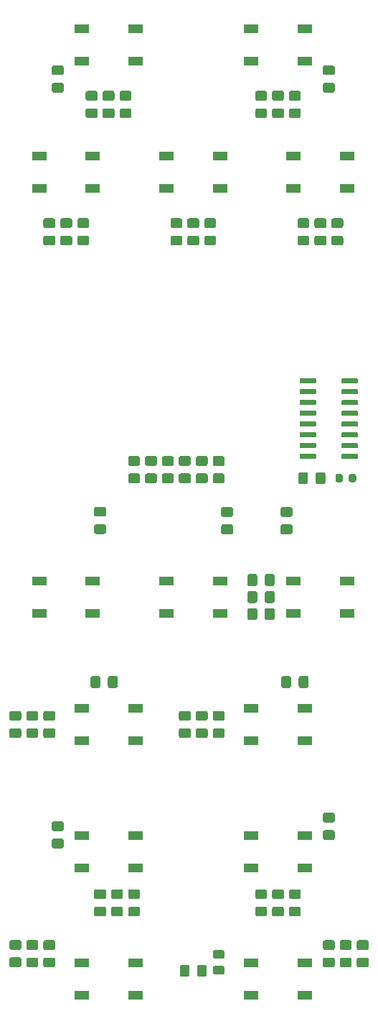
<source format=gbr>
G04 #@! TF.GenerationSoftware,KiCad,Pcbnew,(5.1.5)-3*
G04 #@! TF.CreationDate,2020-06-22T20:22:27+02:00*
G04 #@! TF.ProjectId,Mupi,4d757069-2e6b-4696-9361-645f70636258,rev?*
G04 #@! TF.SameCoordinates,Original*
G04 #@! TF.FileFunction,Paste,Top*
G04 #@! TF.FilePolarity,Positive*
%FSLAX46Y46*%
G04 Gerber Fmt 4.6, Leading zero omitted, Abs format (unit mm)*
G04 Created by KiCad (PCBNEW (5.1.5)-3) date 2020-06-22 20:22:27*
%MOMM*%
%LPD*%
G04 APERTURE LIST*
%ADD10C,0.100000*%
%ADD11R,1.700000X1.000000*%
G04 APERTURE END LIST*
D10*
G36*
X71324505Y-119301204D02*
G01*
X71348773Y-119304804D01*
X71372572Y-119310765D01*
X71395671Y-119319030D01*
X71417850Y-119329520D01*
X71438893Y-119342132D01*
X71458599Y-119356747D01*
X71476777Y-119373223D01*
X71493253Y-119391401D01*
X71507868Y-119411107D01*
X71520480Y-119432150D01*
X71530970Y-119454329D01*
X71539235Y-119477428D01*
X71545196Y-119501227D01*
X71548796Y-119525495D01*
X71550000Y-119549999D01*
X71550000Y-120450001D01*
X71548796Y-120474505D01*
X71545196Y-120498773D01*
X71539235Y-120522572D01*
X71530970Y-120545671D01*
X71520480Y-120567850D01*
X71507868Y-120588893D01*
X71493253Y-120608599D01*
X71476777Y-120626777D01*
X71458599Y-120643253D01*
X71438893Y-120657868D01*
X71417850Y-120670480D01*
X71395671Y-120680970D01*
X71372572Y-120689235D01*
X71348773Y-120695196D01*
X71324505Y-120698796D01*
X71300001Y-120700000D01*
X70649999Y-120700000D01*
X70625495Y-120698796D01*
X70601227Y-120695196D01*
X70577428Y-120689235D01*
X70554329Y-120680970D01*
X70532150Y-120670480D01*
X70511107Y-120657868D01*
X70491401Y-120643253D01*
X70473223Y-120626777D01*
X70456747Y-120608599D01*
X70442132Y-120588893D01*
X70429520Y-120567850D01*
X70419030Y-120545671D01*
X70410765Y-120522572D01*
X70404804Y-120498773D01*
X70401204Y-120474505D01*
X70400000Y-120450001D01*
X70400000Y-119549999D01*
X70401204Y-119525495D01*
X70404804Y-119501227D01*
X70410765Y-119477428D01*
X70419030Y-119454329D01*
X70429520Y-119432150D01*
X70442132Y-119411107D01*
X70456747Y-119391401D01*
X70473223Y-119373223D01*
X70491401Y-119356747D01*
X70511107Y-119342132D01*
X70532150Y-119329520D01*
X70554329Y-119319030D01*
X70577428Y-119310765D01*
X70601227Y-119304804D01*
X70625495Y-119301204D01*
X70649999Y-119300000D01*
X71300001Y-119300000D01*
X71324505Y-119301204D01*
G37*
G36*
X73374505Y-119301204D02*
G01*
X73398773Y-119304804D01*
X73422572Y-119310765D01*
X73445671Y-119319030D01*
X73467850Y-119329520D01*
X73488893Y-119342132D01*
X73508599Y-119356747D01*
X73526777Y-119373223D01*
X73543253Y-119391401D01*
X73557868Y-119411107D01*
X73570480Y-119432150D01*
X73580970Y-119454329D01*
X73589235Y-119477428D01*
X73595196Y-119501227D01*
X73598796Y-119525495D01*
X73600000Y-119549999D01*
X73600000Y-120450001D01*
X73598796Y-120474505D01*
X73595196Y-120498773D01*
X73589235Y-120522572D01*
X73580970Y-120545671D01*
X73570480Y-120567850D01*
X73557868Y-120588893D01*
X73543253Y-120608599D01*
X73526777Y-120626777D01*
X73508599Y-120643253D01*
X73488893Y-120657868D01*
X73467850Y-120670480D01*
X73445671Y-120680970D01*
X73422572Y-120689235D01*
X73398773Y-120695196D01*
X73374505Y-120698796D01*
X73350001Y-120700000D01*
X72699999Y-120700000D01*
X72675495Y-120698796D01*
X72651227Y-120695196D01*
X72627428Y-120689235D01*
X72604329Y-120680970D01*
X72582150Y-120670480D01*
X72561107Y-120657868D01*
X72541401Y-120643253D01*
X72523223Y-120626777D01*
X72506747Y-120608599D01*
X72492132Y-120588893D01*
X72479520Y-120567850D01*
X72469030Y-120545671D01*
X72460765Y-120522572D01*
X72454804Y-120498773D01*
X72451204Y-120474505D01*
X72450000Y-120450001D01*
X72450000Y-119549999D01*
X72451204Y-119525495D01*
X72454804Y-119501227D01*
X72460765Y-119477428D01*
X72469030Y-119454329D01*
X72479520Y-119432150D01*
X72492132Y-119411107D01*
X72506747Y-119391401D01*
X72523223Y-119373223D01*
X72541401Y-119356747D01*
X72561107Y-119342132D01*
X72582150Y-119329520D01*
X72604329Y-119319030D01*
X72627428Y-119310765D01*
X72651227Y-119304804D01*
X72675495Y-119301204D01*
X72699999Y-119300000D01*
X73350001Y-119300000D01*
X73374505Y-119301204D01*
G37*
G36*
X50852505Y-119301204D02*
G01*
X50876773Y-119304804D01*
X50900572Y-119310765D01*
X50923671Y-119319030D01*
X50945850Y-119329520D01*
X50966893Y-119342132D01*
X50986599Y-119356747D01*
X51004777Y-119373223D01*
X51021253Y-119391401D01*
X51035868Y-119411107D01*
X51048480Y-119432150D01*
X51058970Y-119454329D01*
X51067235Y-119477428D01*
X51073196Y-119501227D01*
X51076796Y-119525495D01*
X51078000Y-119549999D01*
X51078000Y-120450001D01*
X51076796Y-120474505D01*
X51073196Y-120498773D01*
X51067235Y-120522572D01*
X51058970Y-120545671D01*
X51048480Y-120567850D01*
X51035868Y-120588893D01*
X51021253Y-120608599D01*
X51004777Y-120626777D01*
X50986599Y-120643253D01*
X50966893Y-120657868D01*
X50945850Y-120670480D01*
X50923671Y-120680970D01*
X50900572Y-120689235D01*
X50876773Y-120695196D01*
X50852505Y-120698796D01*
X50828001Y-120700000D01*
X50177999Y-120700000D01*
X50153495Y-120698796D01*
X50129227Y-120695196D01*
X50105428Y-120689235D01*
X50082329Y-120680970D01*
X50060150Y-120670480D01*
X50039107Y-120657868D01*
X50019401Y-120643253D01*
X50001223Y-120626777D01*
X49984747Y-120608599D01*
X49970132Y-120588893D01*
X49957520Y-120567850D01*
X49947030Y-120545671D01*
X49938765Y-120522572D01*
X49932804Y-120498773D01*
X49929204Y-120474505D01*
X49928000Y-120450001D01*
X49928000Y-119549999D01*
X49929204Y-119525495D01*
X49932804Y-119501227D01*
X49938765Y-119477428D01*
X49947030Y-119454329D01*
X49957520Y-119432150D01*
X49970132Y-119411107D01*
X49984747Y-119391401D01*
X50001223Y-119373223D01*
X50019401Y-119356747D01*
X50039107Y-119342132D01*
X50060150Y-119329520D01*
X50082329Y-119319030D01*
X50105428Y-119310765D01*
X50129227Y-119304804D01*
X50153495Y-119301204D01*
X50177999Y-119300000D01*
X50828001Y-119300000D01*
X50852505Y-119301204D01*
G37*
G36*
X48802505Y-119301204D02*
G01*
X48826773Y-119304804D01*
X48850572Y-119310765D01*
X48873671Y-119319030D01*
X48895850Y-119329520D01*
X48916893Y-119342132D01*
X48936599Y-119356747D01*
X48954777Y-119373223D01*
X48971253Y-119391401D01*
X48985868Y-119411107D01*
X48998480Y-119432150D01*
X49008970Y-119454329D01*
X49017235Y-119477428D01*
X49023196Y-119501227D01*
X49026796Y-119525495D01*
X49028000Y-119549999D01*
X49028000Y-120450001D01*
X49026796Y-120474505D01*
X49023196Y-120498773D01*
X49017235Y-120522572D01*
X49008970Y-120545671D01*
X48998480Y-120567850D01*
X48985868Y-120588893D01*
X48971253Y-120608599D01*
X48954777Y-120626777D01*
X48936599Y-120643253D01*
X48916893Y-120657868D01*
X48895850Y-120670480D01*
X48873671Y-120680970D01*
X48850572Y-120689235D01*
X48826773Y-120695196D01*
X48802505Y-120698796D01*
X48778001Y-120700000D01*
X48127999Y-120700000D01*
X48103495Y-120698796D01*
X48079227Y-120695196D01*
X48055428Y-120689235D01*
X48032329Y-120680970D01*
X48010150Y-120670480D01*
X47989107Y-120657868D01*
X47969401Y-120643253D01*
X47951223Y-120626777D01*
X47934747Y-120608599D01*
X47920132Y-120588893D01*
X47907520Y-120567850D01*
X47897030Y-120545671D01*
X47888765Y-120522572D01*
X47882804Y-120498773D01*
X47879204Y-120474505D01*
X47878000Y-120450001D01*
X47878000Y-119549999D01*
X47879204Y-119525495D01*
X47882804Y-119501227D01*
X47888765Y-119477428D01*
X47897030Y-119454329D01*
X47907520Y-119432150D01*
X47920132Y-119411107D01*
X47934747Y-119391401D01*
X47951223Y-119373223D01*
X47969401Y-119356747D01*
X47989107Y-119342132D01*
X48010150Y-119329520D01*
X48032329Y-119319030D01*
X48055428Y-119310765D01*
X48079227Y-119304804D01*
X48103495Y-119301204D01*
X48127999Y-119300000D01*
X48778001Y-119300000D01*
X48802505Y-119301204D01*
G37*
G36*
X53474505Y-95451204D02*
G01*
X53498773Y-95454804D01*
X53522572Y-95460765D01*
X53545671Y-95469030D01*
X53567850Y-95479520D01*
X53588893Y-95492132D01*
X53608599Y-95506747D01*
X53626777Y-95523223D01*
X53643253Y-95541401D01*
X53657868Y-95561107D01*
X53670480Y-95582150D01*
X53680970Y-95604329D01*
X53689235Y-95627428D01*
X53695196Y-95651227D01*
X53698796Y-95675495D01*
X53700000Y-95699999D01*
X53700000Y-96350001D01*
X53698796Y-96374505D01*
X53695196Y-96398773D01*
X53689235Y-96422572D01*
X53680970Y-96445671D01*
X53670480Y-96467850D01*
X53657868Y-96488893D01*
X53643253Y-96508599D01*
X53626777Y-96526777D01*
X53608599Y-96543253D01*
X53588893Y-96557868D01*
X53567850Y-96570480D01*
X53545671Y-96580970D01*
X53522572Y-96589235D01*
X53498773Y-96595196D01*
X53474505Y-96598796D01*
X53450001Y-96600000D01*
X52549999Y-96600000D01*
X52525495Y-96598796D01*
X52501227Y-96595196D01*
X52477428Y-96589235D01*
X52454329Y-96580970D01*
X52432150Y-96570480D01*
X52411107Y-96557868D01*
X52391401Y-96543253D01*
X52373223Y-96526777D01*
X52356747Y-96508599D01*
X52342132Y-96488893D01*
X52329520Y-96467850D01*
X52319030Y-96445671D01*
X52310765Y-96422572D01*
X52304804Y-96398773D01*
X52301204Y-96374505D01*
X52300000Y-96350001D01*
X52300000Y-95699999D01*
X52301204Y-95675495D01*
X52304804Y-95651227D01*
X52310765Y-95627428D01*
X52319030Y-95604329D01*
X52329520Y-95582150D01*
X52342132Y-95561107D01*
X52356747Y-95541401D01*
X52373223Y-95523223D01*
X52391401Y-95506747D01*
X52411107Y-95492132D01*
X52432150Y-95479520D01*
X52454329Y-95469030D01*
X52477428Y-95460765D01*
X52501227Y-95454804D01*
X52525495Y-95451204D01*
X52549999Y-95450000D01*
X53450001Y-95450000D01*
X53474505Y-95451204D01*
G37*
G36*
X53474505Y-93401204D02*
G01*
X53498773Y-93404804D01*
X53522572Y-93410765D01*
X53545671Y-93419030D01*
X53567850Y-93429520D01*
X53588893Y-93442132D01*
X53608599Y-93456747D01*
X53626777Y-93473223D01*
X53643253Y-93491401D01*
X53657868Y-93511107D01*
X53670480Y-93532150D01*
X53680970Y-93554329D01*
X53689235Y-93577428D01*
X53695196Y-93601227D01*
X53698796Y-93625495D01*
X53700000Y-93649999D01*
X53700000Y-94300001D01*
X53698796Y-94324505D01*
X53695196Y-94348773D01*
X53689235Y-94372572D01*
X53680970Y-94395671D01*
X53670480Y-94417850D01*
X53657868Y-94438893D01*
X53643253Y-94458599D01*
X53626777Y-94476777D01*
X53608599Y-94493253D01*
X53588893Y-94507868D01*
X53567850Y-94520480D01*
X53545671Y-94530970D01*
X53522572Y-94539235D01*
X53498773Y-94545196D01*
X53474505Y-94548796D01*
X53450001Y-94550000D01*
X52549999Y-94550000D01*
X52525495Y-94548796D01*
X52501227Y-94545196D01*
X52477428Y-94539235D01*
X52454329Y-94530970D01*
X52432150Y-94520480D01*
X52411107Y-94507868D01*
X52391401Y-94493253D01*
X52373223Y-94476777D01*
X52356747Y-94458599D01*
X52342132Y-94438893D01*
X52329520Y-94417850D01*
X52319030Y-94395671D01*
X52310765Y-94372572D01*
X52304804Y-94348773D01*
X52301204Y-94324505D01*
X52300000Y-94300001D01*
X52300000Y-93649999D01*
X52301204Y-93625495D01*
X52304804Y-93601227D01*
X52310765Y-93577428D01*
X52319030Y-93554329D01*
X52329520Y-93532150D01*
X52342132Y-93511107D01*
X52356747Y-93491401D01*
X52373223Y-93473223D01*
X52391401Y-93456747D01*
X52411107Y-93442132D01*
X52432150Y-93429520D01*
X52454329Y-93419030D01*
X52477428Y-93410765D01*
X52501227Y-93404804D01*
X52525495Y-93401204D01*
X52549999Y-93400000D01*
X53450001Y-93400000D01*
X53474505Y-93401204D01*
G37*
G36*
X61374505Y-153301204D02*
G01*
X61398773Y-153304804D01*
X61422572Y-153310765D01*
X61445671Y-153319030D01*
X61467850Y-153329520D01*
X61488893Y-153342132D01*
X61508599Y-153356747D01*
X61526777Y-153373223D01*
X61543253Y-153391401D01*
X61557868Y-153411107D01*
X61570480Y-153432150D01*
X61580970Y-153454329D01*
X61589235Y-153477428D01*
X61595196Y-153501227D01*
X61598796Y-153525495D01*
X61600000Y-153549999D01*
X61600000Y-154450001D01*
X61598796Y-154474505D01*
X61595196Y-154498773D01*
X61589235Y-154522572D01*
X61580970Y-154545671D01*
X61570480Y-154567850D01*
X61557868Y-154588893D01*
X61543253Y-154608599D01*
X61526777Y-154626777D01*
X61508599Y-154643253D01*
X61488893Y-154657868D01*
X61467850Y-154670480D01*
X61445671Y-154680970D01*
X61422572Y-154689235D01*
X61398773Y-154695196D01*
X61374505Y-154698796D01*
X61350001Y-154700000D01*
X60699999Y-154700000D01*
X60675495Y-154698796D01*
X60651227Y-154695196D01*
X60627428Y-154689235D01*
X60604329Y-154680970D01*
X60582150Y-154670480D01*
X60561107Y-154657868D01*
X60541401Y-154643253D01*
X60523223Y-154626777D01*
X60506747Y-154608599D01*
X60492132Y-154588893D01*
X60479520Y-154567850D01*
X60469030Y-154545671D01*
X60460765Y-154522572D01*
X60454804Y-154498773D01*
X60451204Y-154474505D01*
X60450000Y-154450001D01*
X60450000Y-153549999D01*
X60451204Y-153525495D01*
X60454804Y-153501227D01*
X60460765Y-153477428D01*
X60469030Y-153454329D01*
X60479520Y-153432150D01*
X60492132Y-153411107D01*
X60506747Y-153391401D01*
X60523223Y-153373223D01*
X60541401Y-153356747D01*
X60561107Y-153342132D01*
X60582150Y-153329520D01*
X60604329Y-153319030D01*
X60627428Y-153310765D01*
X60651227Y-153304804D01*
X60675495Y-153301204D01*
X60699999Y-153300000D01*
X61350001Y-153300000D01*
X61374505Y-153301204D01*
G37*
G36*
X59324505Y-153301204D02*
G01*
X59348773Y-153304804D01*
X59372572Y-153310765D01*
X59395671Y-153319030D01*
X59417850Y-153329520D01*
X59438893Y-153342132D01*
X59458599Y-153356747D01*
X59476777Y-153373223D01*
X59493253Y-153391401D01*
X59507868Y-153411107D01*
X59520480Y-153432150D01*
X59530970Y-153454329D01*
X59539235Y-153477428D01*
X59545196Y-153501227D01*
X59548796Y-153525495D01*
X59550000Y-153549999D01*
X59550000Y-154450001D01*
X59548796Y-154474505D01*
X59545196Y-154498773D01*
X59539235Y-154522572D01*
X59530970Y-154545671D01*
X59520480Y-154567850D01*
X59507868Y-154588893D01*
X59493253Y-154608599D01*
X59476777Y-154626777D01*
X59458599Y-154643253D01*
X59438893Y-154657868D01*
X59417850Y-154670480D01*
X59395671Y-154680970D01*
X59372572Y-154689235D01*
X59348773Y-154695196D01*
X59324505Y-154698796D01*
X59300001Y-154700000D01*
X58649999Y-154700000D01*
X58625495Y-154698796D01*
X58601227Y-154695196D01*
X58577428Y-154689235D01*
X58554329Y-154680970D01*
X58532150Y-154670480D01*
X58511107Y-154657868D01*
X58491401Y-154643253D01*
X58473223Y-154626777D01*
X58456747Y-154608599D01*
X58442132Y-154588893D01*
X58429520Y-154567850D01*
X58419030Y-154545671D01*
X58410765Y-154522572D01*
X58404804Y-154498773D01*
X58401204Y-154474505D01*
X58400000Y-154450001D01*
X58400000Y-153549999D01*
X58401204Y-153525495D01*
X58404804Y-153501227D01*
X58410765Y-153477428D01*
X58419030Y-153454329D01*
X58429520Y-153432150D01*
X58442132Y-153411107D01*
X58456747Y-153391401D01*
X58473223Y-153373223D01*
X58491401Y-153356747D01*
X58511107Y-153342132D01*
X58532150Y-153329520D01*
X58554329Y-153319030D01*
X58577428Y-153310765D01*
X58601227Y-153304804D01*
X58625495Y-153301204D01*
X58649999Y-153300000D01*
X59300001Y-153300000D01*
X59324505Y-153301204D01*
G37*
G36*
X63474505Y-93401204D02*
G01*
X63498773Y-93404804D01*
X63522572Y-93410765D01*
X63545671Y-93419030D01*
X63567850Y-93429520D01*
X63588893Y-93442132D01*
X63608599Y-93456747D01*
X63626777Y-93473223D01*
X63643253Y-93491401D01*
X63657868Y-93511107D01*
X63670480Y-93532150D01*
X63680970Y-93554329D01*
X63689235Y-93577428D01*
X63695196Y-93601227D01*
X63698796Y-93625495D01*
X63700000Y-93649999D01*
X63700000Y-94300001D01*
X63698796Y-94324505D01*
X63695196Y-94348773D01*
X63689235Y-94372572D01*
X63680970Y-94395671D01*
X63670480Y-94417850D01*
X63657868Y-94438893D01*
X63643253Y-94458599D01*
X63626777Y-94476777D01*
X63608599Y-94493253D01*
X63588893Y-94507868D01*
X63567850Y-94520480D01*
X63545671Y-94530970D01*
X63522572Y-94539235D01*
X63498773Y-94545196D01*
X63474505Y-94548796D01*
X63450001Y-94550000D01*
X62549999Y-94550000D01*
X62525495Y-94548796D01*
X62501227Y-94545196D01*
X62477428Y-94539235D01*
X62454329Y-94530970D01*
X62432150Y-94520480D01*
X62411107Y-94507868D01*
X62391401Y-94493253D01*
X62373223Y-94476777D01*
X62356747Y-94458599D01*
X62342132Y-94438893D01*
X62329520Y-94417850D01*
X62319030Y-94395671D01*
X62310765Y-94372572D01*
X62304804Y-94348773D01*
X62301204Y-94324505D01*
X62300000Y-94300001D01*
X62300000Y-93649999D01*
X62301204Y-93625495D01*
X62304804Y-93601227D01*
X62310765Y-93577428D01*
X62319030Y-93554329D01*
X62329520Y-93532150D01*
X62342132Y-93511107D01*
X62356747Y-93491401D01*
X62373223Y-93473223D01*
X62391401Y-93456747D01*
X62411107Y-93442132D01*
X62432150Y-93429520D01*
X62454329Y-93419030D01*
X62477428Y-93410765D01*
X62501227Y-93404804D01*
X62525495Y-93401204D01*
X62549999Y-93400000D01*
X63450001Y-93400000D01*
X63474505Y-93401204D01*
G37*
G36*
X63474505Y-95451204D02*
G01*
X63498773Y-95454804D01*
X63522572Y-95460765D01*
X63545671Y-95469030D01*
X63567850Y-95479520D01*
X63588893Y-95492132D01*
X63608599Y-95506747D01*
X63626777Y-95523223D01*
X63643253Y-95541401D01*
X63657868Y-95561107D01*
X63670480Y-95582150D01*
X63680970Y-95604329D01*
X63689235Y-95627428D01*
X63695196Y-95651227D01*
X63698796Y-95675495D01*
X63700000Y-95699999D01*
X63700000Y-96350001D01*
X63698796Y-96374505D01*
X63695196Y-96398773D01*
X63689235Y-96422572D01*
X63680970Y-96445671D01*
X63670480Y-96467850D01*
X63657868Y-96488893D01*
X63643253Y-96508599D01*
X63626777Y-96526777D01*
X63608599Y-96543253D01*
X63588893Y-96557868D01*
X63567850Y-96570480D01*
X63545671Y-96580970D01*
X63522572Y-96589235D01*
X63498773Y-96595196D01*
X63474505Y-96598796D01*
X63450001Y-96600000D01*
X62549999Y-96600000D01*
X62525495Y-96598796D01*
X62501227Y-96595196D01*
X62477428Y-96589235D01*
X62454329Y-96580970D01*
X62432150Y-96570480D01*
X62411107Y-96557868D01*
X62391401Y-96543253D01*
X62373223Y-96526777D01*
X62356747Y-96508599D01*
X62342132Y-96488893D01*
X62329520Y-96467850D01*
X62319030Y-96445671D01*
X62310765Y-96422572D01*
X62304804Y-96398773D01*
X62301204Y-96374505D01*
X62300000Y-96350001D01*
X62300000Y-95699999D01*
X62301204Y-95675495D01*
X62304804Y-95651227D01*
X62310765Y-95627428D01*
X62319030Y-95604329D01*
X62329520Y-95582150D01*
X62342132Y-95561107D01*
X62356747Y-95541401D01*
X62373223Y-95523223D01*
X62391401Y-95506747D01*
X62411107Y-95492132D01*
X62432150Y-95479520D01*
X62454329Y-95469030D01*
X62477428Y-95460765D01*
X62501227Y-95454804D01*
X62525495Y-95451204D01*
X62549999Y-95450000D01*
X63450001Y-95450000D01*
X63474505Y-95451204D01*
G37*
G36*
X43474505Y-65401204D02*
G01*
X43498773Y-65404804D01*
X43522572Y-65410765D01*
X43545671Y-65419030D01*
X43567850Y-65429520D01*
X43588893Y-65442132D01*
X43608599Y-65456747D01*
X43626777Y-65473223D01*
X43643253Y-65491401D01*
X43657868Y-65511107D01*
X43670480Y-65532150D01*
X43680970Y-65554329D01*
X43689235Y-65577428D01*
X43695196Y-65601227D01*
X43698796Y-65625495D01*
X43700000Y-65649999D01*
X43700000Y-66300001D01*
X43698796Y-66324505D01*
X43695196Y-66348773D01*
X43689235Y-66372572D01*
X43680970Y-66395671D01*
X43670480Y-66417850D01*
X43657868Y-66438893D01*
X43643253Y-66458599D01*
X43626777Y-66476777D01*
X43608599Y-66493253D01*
X43588893Y-66507868D01*
X43567850Y-66520480D01*
X43545671Y-66530970D01*
X43522572Y-66539235D01*
X43498773Y-66545196D01*
X43474505Y-66548796D01*
X43450001Y-66550000D01*
X42549999Y-66550000D01*
X42525495Y-66548796D01*
X42501227Y-66545196D01*
X42477428Y-66539235D01*
X42454329Y-66530970D01*
X42432150Y-66520480D01*
X42411107Y-66507868D01*
X42391401Y-66493253D01*
X42373223Y-66476777D01*
X42356747Y-66458599D01*
X42342132Y-66438893D01*
X42329520Y-66417850D01*
X42319030Y-66395671D01*
X42310765Y-66372572D01*
X42304804Y-66348773D01*
X42301204Y-66324505D01*
X42300000Y-66300001D01*
X42300000Y-65649999D01*
X42301204Y-65625495D01*
X42304804Y-65601227D01*
X42310765Y-65577428D01*
X42319030Y-65554329D01*
X42329520Y-65532150D01*
X42342132Y-65511107D01*
X42356747Y-65491401D01*
X42373223Y-65473223D01*
X42391401Y-65456747D01*
X42411107Y-65442132D01*
X42432150Y-65429520D01*
X42454329Y-65419030D01*
X42477428Y-65410765D01*
X42501227Y-65404804D01*
X42525495Y-65401204D01*
X42549999Y-65400000D01*
X43450001Y-65400000D01*
X43474505Y-65401204D01*
G37*
G36*
X43474505Y-67451204D02*
G01*
X43498773Y-67454804D01*
X43522572Y-67460765D01*
X43545671Y-67469030D01*
X43567850Y-67479520D01*
X43588893Y-67492132D01*
X43608599Y-67506747D01*
X43626777Y-67523223D01*
X43643253Y-67541401D01*
X43657868Y-67561107D01*
X43670480Y-67582150D01*
X43680970Y-67604329D01*
X43689235Y-67627428D01*
X43695196Y-67651227D01*
X43698796Y-67675495D01*
X43700000Y-67699999D01*
X43700000Y-68350001D01*
X43698796Y-68374505D01*
X43695196Y-68398773D01*
X43689235Y-68422572D01*
X43680970Y-68445671D01*
X43670480Y-68467850D01*
X43657868Y-68488893D01*
X43643253Y-68508599D01*
X43626777Y-68526777D01*
X43608599Y-68543253D01*
X43588893Y-68557868D01*
X43567850Y-68570480D01*
X43545671Y-68580970D01*
X43522572Y-68589235D01*
X43498773Y-68595196D01*
X43474505Y-68598796D01*
X43450001Y-68600000D01*
X42549999Y-68600000D01*
X42525495Y-68598796D01*
X42501227Y-68595196D01*
X42477428Y-68589235D01*
X42454329Y-68580970D01*
X42432150Y-68570480D01*
X42411107Y-68557868D01*
X42391401Y-68543253D01*
X42373223Y-68526777D01*
X42356747Y-68508599D01*
X42342132Y-68488893D01*
X42329520Y-68467850D01*
X42319030Y-68445671D01*
X42310765Y-68422572D01*
X42304804Y-68398773D01*
X42301204Y-68374505D01*
X42300000Y-68350001D01*
X42300000Y-67699999D01*
X42301204Y-67675495D01*
X42304804Y-67651227D01*
X42310765Y-67627428D01*
X42319030Y-67604329D01*
X42329520Y-67582150D01*
X42342132Y-67561107D01*
X42356747Y-67541401D01*
X42373223Y-67523223D01*
X42391401Y-67506747D01*
X42411107Y-67492132D01*
X42432150Y-67479520D01*
X42454329Y-67469030D01*
X42477428Y-67460765D01*
X42501227Y-67454804D01*
X42525495Y-67451204D01*
X42549999Y-67450000D01*
X43450001Y-67450000D01*
X43474505Y-67451204D01*
G37*
G36*
X52474505Y-52451204D02*
G01*
X52498773Y-52454804D01*
X52522572Y-52460765D01*
X52545671Y-52469030D01*
X52567850Y-52479520D01*
X52588893Y-52492132D01*
X52608599Y-52506747D01*
X52626777Y-52523223D01*
X52643253Y-52541401D01*
X52657868Y-52561107D01*
X52670480Y-52582150D01*
X52680970Y-52604329D01*
X52689235Y-52627428D01*
X52695196Y-52651227D01*
X52698796Y-52675495D01*
X52700000Y-52699999D01*
X52700000Y-53350001D01*
X52698796Y-53374505D01*
X52695196Y-53398773D01*
X52689235Y-53422572D01*
X52680970Y-53445671D01*
X52670480Y-53467850D01*
X52657868Y-53488893D01*
X52643253Y-53508599D01*
X52626777Y-53526777D01*
X52608599Y-53543253D01*
X52588893Y-53557868D01*
X52567850Y-53570480D01*
X52545671Y-53580970D01*
X52522572Y-53589235D01*
X52498773Y-53595196D01*
X52474505Y-53598796D01*
X52450001Y-53600000D01*
X51549999Y-53600000D01*
X51525495Y-53598796D01*
X51501227Y-53595196D01*
X51477428Y-53589235D01*
X51454329Y-53580970D01*
X51432150Y-53570480D01*
X51411107Y-53557868D01*
X51391401Y-53543253D01*
X51373223Y-53526777D01*
X51356747Y-53508599D01*
X51342132Y-53488893D01*
X51329520Y-53467850D01*
X51319030Y-53445671D01*
X51310765Y-53422572D01*
X51304804Y-53398773D01*
X51301204Y-53374505D01*
X51300000Y-53350001D01*
X51300000Y-52699999D01*
X51301204Y-52675495D01*
X51304804Y-52651227D01*
X51310765Y-52627428D01*
X51319030Y-52604329D01*
X51329520Y-52582150D01*
X51342132Y-52561107D01*
X51356747Y-52541401D01*
X51373223Y-52523223D01*
X51391401Y-52506747D01*
X51411107Y-52492132D01*
X51432150Y-52479520D01*
X51454329Y-52469030D01*
X51477428Y-52460765D01*
X51501227Y-52454804D01*
X51525495Y-52451204D01*
X51549999Y-52450000D01*
X52450001Y-52450000D01*
X52474505Y-52451204D01*
G37*
G36*
X52474505Y-50401204D02*
G01*
X52498773Y-50404804D01*
X52522572Y-50410765D01*
X52545671Y-50419030D01*
X52567850Y-50429520D01*
X52588893Y-50442132D01*
X52608599Y-50456747D01*
X52626777Y-50473223D01*
X52643253Y-50491401D01*
X52657868Y-50511107D01*
X52670480Y-50532150D01*
X52680970Y-50554329D01*
X52689235Y-50577428D01*
X52695196Y-50601227D01*
X52698796Y-50625495D01*
X52700000Y-50649999D01*
X52700000Y-51300001D01*
X52698796Y-51324505D01*
X52695196Y-51348773D01*
X52689235Y-51372572D01*
X52680970Y-51395671D01*
X52670480Y-51417850D01*
X52657868Y-51438893D01*
X52643253Y-51458599D01*
X52626777Y-51476777D01*
X52608599Y-51493253D01*
X52588893Y-51507868D01*
X52567850Y-51520480D01*
X52545671Y-51530970D01*
X52522572Y-51539235D01*
X52498773Y-51545196D01*
X52474505Y-51548796D01*
X52450001Y-51550000D01*
X51549999Y-51550000D01*
X51525495Y-51548796D01*
X51501227Y-51545196D01*
X51477428Y-51539235D01*
X51454329Y-51530970D01*
X51432150Y-51520480D01*
X51411107Y-51507868D01*
X51391401Y-51493253D01*
X51373223Y-51476777D01*
X51356747Y-51458599D01*
X51342132Y-51438893D01*
X51329520Y-51417850D01*
X51319030Y-51395671D01*
X51310765Y-51372572D01*
X51304804Y-51348773D01*
X51301204Y-51324505D01*
X51300000Y-51300001D01*
X51300000Y-50649999D01*
X51301204Y-50625495D01*
X51304804Y-50601227D01*
X51310765Y-50577428D01*
X51319030Y-50554329D01*
X51329520Y-50532150D01*
X51342132Y-50511107D01*
X51356747Y-50491401D01*
X51373223Y-50473223D01*
X51391401Y-50456747D01*
X51411107Y-50442132D01*
X51432150Y-50429520D01*
X51454329Y-50419030D01*
X51477428Y-50410765D01*
X51501227Y-50404804D01*
X51525495Y-50401204D01*
X51549999Y-50400000D01*
X52450001Y-50400000D01*
X52474505Y-50401204D01*
G37*
G36*
X39474505Y-123401204D02*
G01*
X39498773Y-123404804D01*
X39522572Y-123410765D01*
X39545671Y-123419030D01*
X39567850Y-123429520D01*
X39588893Y-123442132D01*
X39608599Y-123456747D01*
X39626777Y-123473223D01*
X39643253Y-123491401D01*
X39657868Y-123511107D01*
X39670480Y-123532150D01*
X39680970Y-123554329D01*
X39689235Y-123577428D01*
X39695196Y-123601227D01*
X39698796Y-123625495D01*
X39700000Y-123649999D01*
X39700000Y-124300001D01*
X39698796Y-124324505D01*
X39695196Y-124348773D01*
X39689235Y-124372572D01*
X39680970Y-124395671D01*
X39670480Y-124417850D01*
X39657868Y-124438893D01*
X39643253Y-124458599D01*
X39626777Y-124476777D01*
X39608599Y-124493253D01*
X39588893Y-124507868D01*
X39567850Y-124520480D01*
X39545671Y-124530970D01*
X39522572Y-124539235D01*
X39498773Y-124545196D01*
X39474505Y-124548796D01*
X39450001Y-124550000D01*
X38549999Y-124550000D01*
X38525495Y-124548796D01*
X38501227Y-124545196D01*
X38477428Y-124539235D01*
X38454329Y-124530970D01*
X38432150Y-124520480D01*
X38411107Y-124507868D01*
X38391401Y-124493253D01*
X38373223Y-124476777D01*
X38356747Y-124458599D01*
X38342132Y-124438893D01*
X38329520Y-124417850D01*
X38319030Y-124395671D01*
X38310765Y-124372572D01*
X38304804Y-124348773D01*
X38301204Y-124324505D01*
X38300000Y-124300001D01*
X38300000Y-123649999D01*
X38301204Y-123625495D01*
X38304804Y-123601227D01*
X38310765Y-123577428D01*
X38319030Y-123554329D01*
X38329520Y-123532150D01*
X38342132Y-123511107D01*
X38356747Y-123491401D01*
X38373223Y-123473223D01*
X38391401Y-123456747D01*
X38411107Y-123442132D01*
X38432150Y-123429520D01*
X38454329Y-123419030D01*
X38477428Y-123410765D01*
X38501227Y-123404804D01*
X38525495Y-123401204D01*
X38549999Y-123400000D01*
X39450001Y-123400000D01*
X39474505Y-123401204D01*
G37*
G36*
X39474505Y-125451204D02*
G01*
X39498773Y-125454804D01*
X39522572Y-125460765D01*
X39545671Y-125469030D01*
X39567850Y-125479520D01*
X39588893Y-125492132D01*
X39608599Y-125506747D01*
X39626777Y-125523223D01*
X39643253Y-125541401D01*
X39657868Y-125561107D01*
X39670480Y-125582150D01*
X39680970Y-125604329D01*
X39689235Y-125627428D01*
X39695196Y-125651227D01*
X39698796Y-125675495D01*
X39700000Y-125699999D01*
X39700000Y-126350001D01*
X39698796Y-126374505D01*
X39695196Y-126398773D01*
X39689235Y-126422572D01*
X39680970Y-126445671D01*
X39670480Y-126467850D01*
X39657868Y-126488893D01*
X39643253Y-126508599D01*
X39626777Y-126526777D01*
X39608599Y-126543253D01*
X39588893Y-126557868D01*
X39567850Y-126570480D01*
X39545671Y-126580970D01*
X39522572Y-126589235D01*
X39498773Y-126595196D01*
X39474505Y-126598796D01*
X39450001Y-126600000D01*
X38549999Y-126600000D01*
X38525495Y-126598796D01*
X38501227Y-126595196D01*
X38477428Y-126589235D01*
X38454329Y-126580970D01*
X38432150Y-126570480D01*
X38411107Y-126557868D01*
X38391401Y-126543253D01*
X38373223Y-126526777D01*
X38356747Y-126508599D01*
X38342132Y-126488893D01*
X38329520Y-126467850D01*
X38319030Y-126445671D01*
X38310765Y-126422572D01*
X38304804Y-126398773D01*
X38301204Y-126374505D01*
X38300000Y-126350001D01*
X38300000Y-125699999D01*
X38301204Y-125675495D01*
X38304804Y-125651227D01*
X38310765Y-125627428D01*
X38319030Y-125604329D01*
X38329520Y-125582150D01*
X38342132Y-125561107D01*
X38356747Y-125541401D01*
X38373223Y-125523223D01*
X38391401Y-125506747D01*
X38411107Y-125492132D01*
X38432150Y-125479520D01*
X38454329Y-125469030D01*
X38477428Y-125460765D01*
X38501227Y-125454804D01*
X38525495Y-125451204D01*
X38549999Y-125450000D01*
X39450001Y-125450000D01*
X39474505Y-125451204D01*
G37*
G36*
X53474505Y-144401204D02*
G01*
X53498773Y-144404804D01*
X53522572Y-144410765D01*
X53545671Y-144419030D01*
X53567850Y-144429520D01*
X53588893Y-144442132D01*
X53608599Y-144456747D01*
X53626777Y-144473223D01*
X53643253Y-144491401D01*
X53657868Y-144511107D01*
X53670480Y-144532150D01*
X53680970Y-144554329D01*
X53689235Y-144577428D01*
X53695196Y-144601227D01*
X53698796Y-144625495D01*
X53700000Y-144649999D01*
X53700000Y-145300001D01*
X53698796Y-145324505D01*
X53695196Y-145348773D01*
X53689235Y-145372572D01*
X53680970Y-145395671D01*
X53670480Y-145417850D01*
X53657868Y-145438893D01*
X53643253Y-145458599D01*
X53626777Y-145476777D01*
X53608599Y-145493253D01*
X53588893Y-145507868D01*
X53567850Y-145520480D01*
X53545671Y-145530970D01*
X53522572Y-145539235D01*
X53498773Y-145545196D01*
X53474505Y-145548796D01*
X53450001Y-145550000D01*
X52549999Y-145550000D01*
X52525495Y-145548796D01*
X52501227Y-145545196D01*
X52477428Y-145539235D01*
X52454329Y-145530970D01*
X52432150Y-145520480D01*
X52411107Y-145507868D01*
X52391401Y-145493253D01*
X52373223Y-145476777D01*
X52356747Y-145458599D01*
X52342132Y-145438893D01*
X52329520Y-145417850D01*
X52319030Y-145395671D01*
X52310765Y-145372572D01*
X52304804Y-145348773D01*
X52301204Y-145324505D01*
X52300000Y-145300001D01*
X52300000Y-144649999D01*
X52301204Y-144625495D01*
X52304804Y-144601227D01*
X52310765Y-144577428D01*
X52319030Y-144554329D01*
X52329520Y-144532150D01*
X52342132Y-144511107D01*
X52356747Y-144491401D01*
X52373223Y-144473223D01*
X52391401Y-144456747D01*
X52411107Y-144442132D01*
X52432150Y-144429520D01*
X52454329Y-144419030D01*
X52477428Y-144410765D01*
X52501227Y-144404804D01*
X52525495Y-144401204D01*
X52549999Y-144400000D01*
X53450001Y-144400000D01*
X53474505Y-144401204D01*
G37*
G36*
X53474505Y-146451204D02*
G01*
X53498773Y-146454804D01*
X53522572Y-146460765D01*
X53545671Y-146469030D01*
X53567850Y-146479520D01*
X53588893Y-146492132D01*
X53608599Y-146506747D01*
X53626777Y-146523223D01*
X53643253Y-146541401D01*
X53657868Y-146561107D01*
X53670480Y-146582150D01*
X53680970Y-146604329D01*
X53689235Y-146627428D01*
X53695196Y-146651227D01*
X53698796Y-146675495D01*
X53700000Y-146699999D01*
X53700000Y-147350001D01*
X53698796Y-147374505D01*
X53695196Y-147398773D01*
X53689235Y-147422572D01*
X53680970Y-147445671D01*
X53670480Y-147467850D01*
X53657868Y-147488893D01*
X53643253Y-147508599D01*
X53626777Y-147526777D01*
X53608599Y-147543253D01*
X53588893Y-147557868D01*
X53567850Y-147570480D01*
X53545671Y-147580970D01*
X53522572Y-147589235D01*
X53498773Y-147595196D01*
X53474505Y-147598796D01*
X53450001Y-147600000D01*
X52549999Y-147600000D01*
X52525495Y-147598796D01*
X52501227Y-147595196D01*
X52477428Y-147589235D01*
X52454329Y-147580970D01*
X52432150Y-147570480D01*
X52411107Y-147557868D01*
X52391401Y-147543253D01*
X52373223Y-147526777D01*
X52356747Y-147508599D01*
X52342132Y-147488893D01*
X52329520Y-147467850D01*
X52319030Y-147445671D01*
X52310765Y-147422572D01*
X52304804Y-147398773D01*
X52301204Y-147374505D01*
X52300000Y-147350001D01*
X52300000Y-146699999D01*
X52301204Y-146675495D01*
X52304804Y-146651227D01*
X52310765Y-146627428D01*
X52319030Y-146604329D01*
X52329520Y-146582150D01*
X52342132Y-146561107D01*
X52356747Y-146541401D01*
X52373223Y-146523223D01*
X52391401Y-146506747D01*
X52411107Y-146492132D01*
X52432150Y-146479520D01*
X52454329Y-146469030D01*
X52477428Y-146460765D01*
X52501227Y-146454804D01*
X52525495Y-146451204D01*
X52549999Y-146450000D01*
X53450001Y-146450000D01*
X53474505Y-146451204D01*
G37*
G36*
X39474505Y-150376204D02*
G01*
X39498773Y-150379804D01*
X39522572Y-150385765D01*
X39545671Y-150394030D01*
X39567850Y-150404520D01*
X39588893Y-150417132D01*
X39608599Y-150431747D01*
X39626777Y-150448223D01*
X39643253Y-150466401D01*
X39657868Y-150486107D01*
X39670480Y-150507150D01*
X39680970Y-150529329D01*
X39689235Y-150552428D01*
X39695196Y-150576227D01*
X39698796Y-150600495D01*
X39700000Y-150624999D01*
X39700000Y-151275001D01*
X39698796Y-151299505D01*
X39695196Y-151323773D01*
X39689235Y-151347572D01*
X39680970Y-151370671D01*
X39670480Y-151392850D01*
X39657868Y-151413893D01*
X39643253Y-151433599D01*
X39626777Y-151451777D01*
X39608599Y-151468253D01*
X39588893Y-151482868D01*
X39567850Y-151495480D01*
X39545671Y-151505970D01*
X39522572Y-151514235D01*
X39498773Y-151520196D01*
X39474505Y-151523796D01*
X39450001Y-151525000D01*
X38549999Y-151525000D01*
X38525495Y-151523796D01*
X38501227Y-151520196D01*
X38477428Y-151514235D01*
X38454329Y-151505970D01*
X38432150Y-151495480D01*
X38411107Y-151482868D01*
X38391401Y-151468253D01*
X38373223Y-151451777D01*
X38356747Y-151433599D01*
X38342132Y-151413893D01*
X38329520Y-151392850D01*
X38319030Y-151370671D01*
X38310765Y-151347572D01*
X38304804Y-151323773D01*
X38301204Y-151299505D01*
X38300000Y-151275001D01*
X38300000Y-150624999D01*
X38301204Y-150600495D01*
X38304804Y-150576227D01*
X38310765Y-150552428D01*
X38319030Y-150529329D01*
X38329520Y-150507150D01*
X38342132Y-150486107D01*
X38356747Y-150466401D01*
X38373223Y-150448223D01*
X38391401Y-150431747D01*
X38411107Y-150417132D01*
X38432150Y-150404520D01*
X38454329Y-150394030D01*
X38477428Y-150385765D01*
X38501227Y-150379804D01*
X38525495Y-150376204D01*
X38549999Y-150375000D01*
X39450001Y-150375000D01*
X39474505Y-150376204D01*
G37*
G36*
X39474505Y-152426204D02*
G01*
X39498773Y-152429804D01*
X39522572Y-152435765D01*
X39545671Y-152444030D01*
X39567850Y-152454520D01*
X39588893Y-152467132D01*
X39608599Y-152481747D01*
X39626777Y-152498223D01*
X39643253Y-152516401D01*
X39657868Y-152536107D01*
X39670480Y-152557150D01*
X39680970Y-152579329D01*
X39689235Y-152602428D01*
X39695196Y-152626227D01*
X39698796Y-152650495D01*
X39700000Y-152674999D01*
X39700000Y-153325001D01*
X39698796Y-153349505D01*
X39695196Y-153373773D01*
X39689235Y-153397572D01*
X39680970Y-153420671D01*
X39670480Y-153442850D01*
X39657868Y-153463893D01*
X39643253Y-153483599D01*
X39626777Y-153501777D01*
X39608599Y-153518253D01*
X39588893Y-153532868D01*
X39567850Y-153545480D01*
X39545671Y-153555970D01*
X39522572Y-153564235D01*
X39498773Y-153570196D01*
X39474505Y-153573796D01*
X39450001Y-153575000D01*
X38549999Y-153575000D01*
X38525495Y-153573796D01*
X38501227Y-153570196D01*
X38477428Y-153564235D01*
X38454329Y-153555970D01*
X38432150Y-153545480D01*
X38411107Y-153532868D01*
X38391401Y-153518253D01*
X38373223Y-153501777D01*
X38356747Y-153483599D01*
X38342132Y-153463893D01*
X38329520Y-153442850D01*
X38319030Y-153420671D01*
X38310765Y-153397572D01*
X38304804Y-153373773D01*
X38301204Y-153349505D01*
X38300000Y-153325001D01*
X38300000Y-152674999D01*
X38301204Y-152650495D01*
X38304804Y-152626227D01*
X38310765Y-152602428D01*
X38319030Y-152579329D01*
X38329520Y-152557150D01*
X38342132Y-152536107D01*
X38356747Y-152516401D01*
X38373223Y-152498223D01*
X38391401Y-152481747D01*
X38411107Y-152467132D01*
X38432150Y-152454520D01*
X38454329Y-152444030D01*
X38477428Y-152435765D01*
X38501227Y-152429804D01*
X38525495Y-152426204D01*
X38549999Y-152425000D01*
X39450001Y-152425000D01*
X39474505Y-152426204D01*
G37*
G36*
X62474505Y-65401204D02*
G01*
X62498773Y-65404804D01*
X62522572Y-65410765D01*
X62545671Y-65419030D01*
X62567850Y-65429520D01*
X62588893Y-65442132D01*
X62608599Y-65456747D01*
X62626777Y-65473223D01*
X62643253Y-65491401D01*
X62657868Y-65511107D01*
X62670480Y-65532150D01*
X62680970Y-65554329D01*
X62689235Y-65577428D01*
X62695196Y-65601227D01*
X62698796Y-65625495D01*
X62700000Y-65649999D01*
X62700000Y-66300001D01*
X62698796Y-66324505D01*
X62695196Y-66348773D01*
X62689235Y-66372572D01*
X62680970Y-66395671D01*
X62670480Y-66417850D01*
X62657868Y-66438893D01*
X62643253Y-66458599D01*
X62626777Y-66476777D01*
X62608599Y-66493253D01*
X62588893Y-66507868D01*
X62567850Y-66520480D01*
X62545671Y-66530970D01*
X62522572Y-66539235D01*
X62498773Y-66545196D01*
X62474505Y-66548796D01*
X62450001Y-66550000D01*
X61549999Y-66550000D01*
X61525495Y-66548796D01*
X61501227Y-66545196D01*
X61477428Y-66539235D01*
X61454329Y-66530970D01*
X61432150Y-66520480D01*
X61411107Y-66507868D01*
X61391401Y-66493253D01*
X61373223Y-66476777D01*
X61356747Y-66458599D01*
X61342132Y-66438893D01*
X61329520Y-66417850D01*
X61319030Y-66395671D01*
X61310765Y-66372572D01*
X61304804Y-66348773D01*
X61301204Y-66324505D01*
X61300000Y-66300001D01*
X61300000Y-65649999D01*
X61301204Y-65625495D01*
X61304804Y-65601227D01*
X61310765Y-65577428D01*
X61319030Y-65554329D01*
X61329520Y-65532150D01*
X61342132Y-65511107D01*
X61356747Y-65491401D01*
X61373223Y-65473223D01*
X61391401Y-65456747D01*
X61411107Y-65442132D01*
X61432150Y-65429520D01*
X61454329Y-65419030D01*
X61477428Y-65410765D01*
X61501227Y-65404804D01*
X61525495Y-65401204D01*
X61549999Y-65400000D01*
X62450001Y-65400000D01*
X62474505Y-65401204D01*
G37*
G36*
X62474505Y-67451204D02*
G01*
X62498773Y-67454804D01*
X62522572Y-67460765D01*
X62545671Y-67469030D01*
X62567850Y-67479520D01*
X62588893Y-67492132D01*
X62608599Y-67506747D01*
X62626777Y-67523223D01*
X62643253Y-67541401D01*
X62657868Y-67561107D01*
X62670480Y-67582150D01*
X62680970Y-67604329D01*
X62689235Y-67627428D01*
X62695196Y-67651227D01*
X62698796Y-67675495D01*
X62700000Y-67699999D01*
X62700000Y-68350001D01*
X62698796Y-68374505D01*
X62695196Y-68398773D01*
X62689235Y-68422572D01*
X62680970Y-68445671D01*
X62670480Y-68467850D01*
X62657868Y-68488893D01*
X62643253Y-68508599D01*
X62626777Y-68526777D01*
X62608599Y-68543253D01*
X62588893Y-68557868D01*
X62567850Y-68570480D01*
X62545671Y-68580970D01*
X62522572Y-68589235D01*
X62498773Y-68595196D01*
X62474505Y-68598796D01*
X62450001Y-68600000D01*
X61549999Y-68600000D01*
X61525495Y-68598796D01*
X61501227Y-68595196D01*
X61477428Y-68589235D01*
X61454329Y-68580970D01*
X61432150Y-68570480D01*
X61411107Y-68557868D01*
X61391401Y-68543253D01*
X61373223Y-68526777D01*
X61356747Y-68508599D01*
X61342132Y-68488893D01*
X61329520Y-68467850D01*
X61319030Y-68445671D01*
X61310765Y-68422572D01*
X61304804Y-68398773D01*
X61301204Y-68374505D01*
X61300000Y-68350001D01*
X61300000Y-67699999D01*
X61301204Y-67675495D01*
X61304804Y-67651227D01*
X61310765Y-67627428D01*
X61319030Y-67604329D01*
X61329520Y-67582150D01*
X61342132Y-67561107D01*
X61356747Y-67541401D01*
X61373223Y-67523223D01*
X61391401Y-67506747D01*
X61411107Y-67492132D01*
X61432150Y-67479520D01*
X61454329Y-67469030D01*
X61477428Y-67460765D01*
X61501227Y-67454804D01*
X61525495Y-67451204D01*
X61549999Y-67450000D01*
X62450001Y-67450000D01*
X62474505Y-67451204D01*
G37*
G36*
X59474505Y-125451204D02*
G01*
X59498773Y-125454804D01*
X59522572Y-125460765D01*
X59545671Y-125469030D01*
X59567850Y-125479520D01*
X59588893Y-125492132D01*
X59608599Y-125506747D01*
X59626777Y-125523223D01*
X59643253Y-125541401D01*
X59657868Y-125561107D01*
X59670480Y-125582150D01*
X59680970Y-125604329D01*
X59689235Y-125627428D01*
X59695196Y-125651227D01*
X59698796Y-125675495D01*
X59700000Y-125699999D01*
X59700000Y-126350001D01*
X59698796Y-126374505D01*
X59695196Y-126398773D01*
X59689235Y-126422572D01*
X59680970Y-126445671D01*
X59670480Y-126467850D01*
X59657868Y-126488893D01*
X59643253Y-126508599D01*
X59626777Y-126526777D01*
X59608599Y-126543253D01*
X59588893Y-126557868D01*
X59567850Y-126570480D01*
X59545671Y-126580970D01*
X59522572Y-126589235D01*
X59498773Y-126595196D01*
X59474505Y-126598796D01*
X59450001Y-126600000D01*
X58549999Y-126600000D01*
X58525495Y-126598796D01*
X58501227Y-126595196D01*
X58477428Y-126589235D01*
X58454329Y-126580970D01*
X58432150Y-126570480D01*
X58411107Y-126557868D01*
X58391401Y-126543253D01*
X58373223Y-126526777D01*
X58356747Y-126508599D01*
X58342132Y-126488893D01*
X58329520Y-126467850D01*
X58319030Y-126445671D01*
X58310765Y-126422572D01*
X58304804Y-126398773D01*
X58301204Y-126374505D01*
X58300000Y-126350001D01*
X58300000Y-125699999D01*
X58301204Y-125675495D01*
X58304804Y-125651227D01*
X58310765Y-125627428D01*
X58319030Y-125604329D01*
X58329520Y-125582150D01*
X58342132Y-125561107D01*
X58356747Y-125541401D01*
X58373223Y-125523223D01*
X58391401Y-125506747D01*
X58411107Y-125492132D01*
X58432150Y-125479520D01*
X58454329Y-125469030D01*
X58477428Y-125460765D01*
X58501227Y-125454804D01*
X58525495Y-125451204D01*
X58549999Y-125450000D01*
X59450001Y-125450000D01*
X59474505Y-125451204D01*
G37*
G36*
X59474505Y-123401204D02*
G01*
X59498773Y-123404804D01*
X59522572Y-123410765D01*
X59545671Y-123419030D01*
X59567850Y-123429520D01*
X59588893Y-123442132D01*
X59608599Y-123456747D01*
X59626777Y-123473223D01*
X59643253Y-123491401D01*
X59657868Y-123511107D01*
X59670480Y-123532150D01*
X59680970Y-123554329D01*
X59689235Y-123577428D01*
X59695196Y-123601227D01*
X59698796Y-123625495D01*
X59700000Y-123649999D01*
X59700000Y-124300001D01*
X59698796Y-124324505D01*
X59695196Y-124348773D01*
X59689235Y-124372572D01*
X59680970Y-124395671D01*
X59670480Y-124417850D01*
X59657868Y-124438893D01*
X59643253Y-124458599D01*
X59626777Y-124476777D01*
X59608599Y-124493253D01*
X59588893Y-124507868D01*
X59567850Y-124520480D01*
X59545671Y-124530970D01*
X59522572Y-124539235D01*
X59498773Y-124545196D01*
X59474505Y-124548796D01*
X59450001Y-124550000D01*
X58549999Y-124550000D01*
X58525495Y-124548796D01*
X58501227Y-124545196D01*
X58477428Y-124539235D01*
X58454329Y-124530970D01*
X58432150Y-124520480D01*
X58411107Y-124507868D01*
X58391401Y-124493253D01*
X58373223Y-124476777D01*
X58356747Y-124458599D01*
X58342132Y-124438893D01*
X58329520Y-124417850D01*
X58319030Y-124395671D01*
X58310765Y-124372572D01*
X58304804Y-124348773D01*
X58301204Y-124324505D01*
X58300000Y-124300001D01*
X58300000Y-123649999D01*
X58301204Y-123625495D01*
X58304804Y-123601227D01*
X58310765Y-123577428D01*
X58319030Y-123554329D01*
X58329520Y-123532150D01*
X58342132Y-123511107D01*
X58356747Y-123491401D01*
X58373223Y-123473223D01*
X58391401Y-123456747D01*
X58411107Y-123442132D01*
X58432150Y-123429520D01*
X58454329Y-123419030D01*
X58477428Y-123410765D01*
X58501227Y-123404804D01*
X58525495Y-123401204D01*
X58549999Y-123400000D01*
X59450001Y-123400000D01*
X59474505Y-123401204D01*
G37*
G36*
X68474505Y-146451204D02*
G01*
X68498773Y-146454804D01*
X68522572Y-146460765D01*
X68545671Y-146469030D01*
X68567850Y-146479520D01*
X68588893Y-146492132D01*
X68608599Y-146506747D01*
X68626777Y-146523223D01*
X68643253Y-146541401D01*
X68657868Y-146561107D01*
X68670480Y-146582150D01*
X68680970Y-146604329D01*
X68689235Y-146627428D01*
X68695196Y-146651227D01*
X68698796Y-146675495D01*
X68700000Y-146699999D01*
X68700000Y-147350001D01*
X68698796Y-147374505D01*
X68695196Y-147398773D01*
X68689235Y-147422572D01*
X68680970Y-147445671D01*
X68670480Y-147467850D01*
X68657868Y-147488893D01*
X68643253Y-147508599D01*
X68626777Y-147526777D01*
X68608599Y-147543253D01*
X68588893Y-147557868D01*
X68567850Y-147570480D01*
X68545671Y-147580970D01*
X68522572Y-147589235D01*
X68498773Y-147595196D01*
X68474505Y-147598796D01*
X68450001Y-147600000D01*
X67549999Y-147600000D01*
X67525495Y-147598796D01*
X67501227Y-147595196D01*
X67477428Y-147589235D01*
X67454329Y-147580970D01*
X67432150Y-147570480D01*
X67411107Y-147557868D01*
X67391401Y-147543253D01*
X67373223Y-147526777D01*
X67356747Y-147508599D01*
X67342132Y-147488893D01*
X67329520Y-147467850D01*
X67319030Y-147445671D01*
X67310765Y-147422572D01*
X67304804Y-147398773D01*
X67301204Y-147374505D01*
X67300000Y-147350001D01*
X67300000Y-146699999D01*
X67301204Y-146675495D01*
X67304804Y-146651227D01*
X67310765Y-146627428D01*
X67319030Y-146604329D01*
X67329520Y-146582150D01*
X67342132Y-146561107D01*
X67356747Y-146541401D01*
X67373223Y-146523223D01*
X67391401Y-146506747D01*
X67411107Y-146492132D01*
X67432150Y-146479520D01*
X67454329Y-146469030D01*
X67477428Y-146460765D01*
X67501227Y-146454804D01*
X67525495Y-146451204D01*
X67549999Y-146450000D01*
X68450001Y-146450000D01*
X68474505Y-146451204D01*
G37*
G36*
X68474505Y-144401204D02*
G01*
X68498773Y-144404804D01*
X68522572Y-144410765D01*
X68545671Y-144419030D01*
X68567850Y-144429520D01*
X68588893Y-144442132D01*
X68608599Y-144456747D01*
X68626777Y-144473223D01*
X68643253Y-144491401D01*
X68657868Y-144511107D01*
X68670480Y-144532150D01*
X68680970Y-144554329D01*
X68689235Y-144577428D01*
X68695196Y-144601227D01*
X68698796Y-144625495D01*
X68700000Y-144649999D01*
X68700000Y-145300001D01*
X68698796Y-145324505D01*
X68695196Y-145348773D01*
X68689235Y-145372572D01*
X68680970Y-145395671D01*
X68670480Y-145417850D01*
X68657868Y-145438893D01*
X68643253Y-145458599D01*
X68626777Y-145476777D01*
X68608599Y-145493253D01*
X68588893Y-145507868D01*
X68567850Y-145520480D01*
X68545671Y-145530970D01*
X68522572Y-145539235D01*
X68498773Y-145545196D01*
X68474505Y-145548796D01*
X68450001Y-145550000D01*
X67549999Y-145550000D01*
X67525495Y-145548796D01*
X67501227Y-145545196D01*
X67477428Y-145539235D01*
X67454329Y-145530970D01*
X67432150Y-145520480D01*
X67411107Y-145507868D01*
X67391401Y-145493253D01*
X67373223Y-145476777D01*
X67356747Y-145458599D01*
X67342132Y-145438893D01*
X67329520Y-145417850D01*
X67319030Y-145395671D01*
X67310765Y-145372572D01*
X67304804Y-145348773D01*
X67301204Y-145324505D01*
X67300000Y-145300001D01*
X67300000Y-144649999D01*
X67301204Y-144625495D01*
X67304804Y-144601227D01*
X67310765Y-144577428D01*
X67319030Y-144554329D01*
X67329520Y-144532150D01*
X67342132Y-144511107D01*
X67356747Y-144491401D01*
X67373223Y-144473223D01*
X67391401Y-144456747D01*
X67411107Y-144442132D01*
X67432150Y-144429520D01*
X67454329Y-144419030D01*
X67477428Y-144410765D01*
X67501227Y-144404804D01*
X67525495Y-144401204D01*
X67549999Y-144400000D01*
X68450001Y-144400000D01*
X68474505Y-144401204D01*
G37*
G36*
X76474505Y-150401204D02*
G01*
X76498773Y-150404804D01*
X76522572Y-150410765D01*
X76545671Y-150419030D01*
X76567850Y-150429520D01*
X76588893Y-150442132D01*
X76608599Y-150456747D01*
X76626777Y-150473223D01*
X76643253Y-150491401D01*
X76657868Y-150511107D01*
X76670480Y-150532150D01*
X76680970Y-150554329D01*
X76689235Y-150577428D01*
X76695196Y-150601227D01*
X76698796Y-150625495D01*
X76700000Y-150649999D01*
X76700000Y-151300001D01*
X76698796Y-151324505D01*
X76695196Y-151348773D01*
X76689235Y-151372572D01*
X76680970Y-151395671D01*
X76670480Y-151417850D01*
X76657868Y-151438893D01*
X76643253Y-151458599D01*
X76626777Y-151476777D01*
X76608599Y-151493253D01*
X76588893Y-151507868D01*
X76567850Y-151520480D01*
X76545671Y-151530970D01*
X76522572Y-151539235D01*
X76498773Y-151545196D01*
X76474505Y-151548796D01*
X76450001Y-151550000D01*
X75549999Y-151550000D01*
X75525495Y-151548796D01*
X75501227Y-151545196D01*
X75477428Y-151539235D01*
X75454329Y-151530970D01*
X75432150Y-151520480D01*
X75411107Y-151507868D01*
X75391401Y-151493253D01*
X75373223Y-151476777D01*
X75356747Y-151458599D01*
X75342132Y-151438893D01*
X75329520Y-151417850D01*
X75319030Y-151395671D01*
X75310765Y-151372572D01*
X75304804Y-151348773D01*
X75301204Y-151324505D01*
X75300000Y-151300001D01*
X75300000Y-150649999D01*
X75301204Y-150625495D01*
X75304804Y-150601227D01*
X75310765Y-150577428D01*
X75319030Y-150554329D01*
X75329520Y-150532150D01*
X75342132Y-150511107D01*
X75356747Y-150491401D01*
X75373223Y-150473223D01*
X75391401Y-150456747D01*
X75411107Y-150442132D01*
X75432150Y-150429520D01*
X75454329Y-150419030D01*
X75477428Y-150410765D01*
X75501227Y-150404804D01*
X75525495Y-150401204D01*
X75549999Y-150400000D01*
X76450001Y-150400000D01*
X76474505Y-150401204D01*
G37*
G36*
X76474505Y-152451204D02*
G01*
X76498773Y-152454804D01*
X76522572Y-152460765D01*
X76545671Y-152469030D01*
X76567850Y-152479520D01*
X76588893Y-152492132D01*
X76608599Y-152506747D01*
X76626777Y-152523223D01*
X76643253Y-152541401D01*
X76657868Y-152561107D01*
X76670480Y-152582150D01*
X76680970Y-152604329D01*
X76689235Y-152627428D01*
X76695196Y-152651227D01*
X76698796Y-152675495D01*
X76700000Y-152699999D01*
X76700000Y-153350001D01*
X76698796Y-153374505D01*
X76695196Y-153398773D01*
X76689235Y-153422572D01*
X76680970Y-153445671D01*
X76670480Y-153467850D01*
X76657868Y-153488893D01*
X76643253Y-153508599D01*
X76626777Y-153526777D01*
X76608599Y-153543253D01*
X76588893Y-153557868D01*
X76567850Y-153570480D01*
X76545671Y-153580970D01*
X76522572Y-153589235D01*
X76498773Y-153595196D01*
X76474505Y-153598796D01*
X76450001Y-153600000D01*
X75549999Y-153600000D01*
X75525495Y-153598796D01*
X75501227Y-153595196D01*
X75477428Y-153589235D01*
X75454329Y-153580970D01*
X75432150Y-153570480D01*
X75411107Y-153557868D01*
X75391401Y-153543253D01*
X75373223Y-153526777D01*
X75356747Y-153508599D01*
X75342132Y-153488893D01*
X75329520Y-153467850D01*
X75319030Y-153445671D01*
X75310765Y-153422572D01*
X75304804Y-153398773D01*
X75301204Y-153374505D01*
X75300000Y-153350001D01*
X75300000Y-152699999D01*
X75301204Y-152675495D01*
X75304804Y-152651227D01*
X75310765Y-152627428D01*
X75319030Y-152604329D01*
X75329520Y-152582150D01*
X75342132Y-152561107D01*
X75356747Y-152541401D01*
X75373223Y-152523223D01*
X75391401Y-152506747D01*
X75411107Y-152492132D01*
X75432150Y-152479520D01*
X75454329Y-152469030D01*
X75477428Y-152460765D01*
X75501227Y-152454804D01*
X75525495Y-152451204D01*
X75549999Y-152450000D01*
X76450001Y-152450000D01*
X76474505Y-152451204D01*
G37*
G36*
X68474505Y-50401204D02*
G01*
X68498773Y-50404804D01*
X68522572Y-50410765D01*
X68545671Y-50419030D01*
X68567850Y-50429520D01*
X68588893Y-50442132D01*
X68608599Y-50456747D01*
X68626777Y-50473223D01*
X68643253Y-50491401D01*
X68657868Y-50511107D01*
X68670480Y-50532150D01*
X68680970Y-50554329D01*
X68689235Y-50577428D01*
X68695196Y-50601227D01*
X68698796Y-50625495D01*
X68700000Y-50649999D01*
X68700000Y-51300001D01*
X68698796Y-51324505D01*
X68695196Y-51348773D01*
X68689235Y-51372572D01*
X68680970Y-51395671D01*
X68670480Y-51417850D01*
X68657868Y-51438893D01*
X68643253Y-51458599D01*
X68626777Y-51476777D01*
X68608599Y-51493253D01*
X68588893Y-51507868D01*
X68567850Y-51520480D01*
X68545671Y-51530970D01*
X68522572Y-51539235D01*
X68498773Y-51545196D01*
X68474505Y-51548796D01*
X68450001Y-51550000D01*
X67549999Y-51550000D01*
X67525495Y-51548796D01*
X67501227Y-51545196D01*
X67477428Y-51539235D01*
X67454329Y-51530970D01*
X67432150Y-51520480D01*
X67411107Y-51507868D01*
X67391401Y-51493253D01*
X67373223Y-51476777D01*
X67356747Y-51458599D01*
X67342132Y-51438893D01*
X67329520Y-51417850D01*
X67319030Y-51395671D01*
X67310765Y-51372572D01*
X67304804Y-51348773D01*
X67301204Y-51324505D01*
X67300000Y-51300001D01*
X67300000Y-50649999D01*
X67301204Y-50625495D01*
X67304804Y-50601227D01*
X67310765Y-50577428D01*
X67319030Y-50554329D01*
X67329520Y-50532150D01*
X67342132Y-50511107D01*
X67356747Y-50491401D01*
X67373223Y-50473223D01*
X67391401Y-50456747D01*
X67411107Y-50442132D01*
X67432150Y-50429520D01*
X67454329Y-50419030D01*
X67477428Y-50410765D01*
X67501227Y-50404804D01*
X67525495Y-50401204D01*
X67549999Y-50400000D01*
X68450001Y-50400000D01*
X68474505Y-50401204D01*
G37*
G36*
X68474505Y-52451204D02*
G01*
X68498773Y-52454804D01*
X68522572Y-52460765D01*
X68545671Y-52469030D01*
X68567850Y-52479520D01*
X68588893Y-52492132D01*
X68608599Y-52506747D01*
X68626777Y-52523223D01*
X68643253Y-52541401D01*
X68657868Y-52561107D01*
X68670480Y-52582150D01*
X68680970Y-52604329D01*
X68689235Y-52627428D01*
X68695196Y-52651227D01*
X68698796Y-52675495D01*
X68700000Y-52699999D01*
X68700000Y-53350001D01*
X68698796Y-53374505D01*
X68695196Y-53398773D01*
X68689235Y-53422572D01*
X68680970Y-53445671D01*
X68670480Y-53467850D01*
X68657868Y-53488893D01*
X68643253Y-53508599D01*
X68626777Y-53526777D01*
X68608599Y-53543253D01*
X68588893Y-53557868D01*
X68567850Y-53570480D01*
X68545671Y-53580970D01*
X68522572Y-53589235D01*
X68498773Y-53595196D01*
X68474505Y-53598796D01*
X68450001Y-53600000D01*
X67549999Y-53600000D01*
X67525495Y-53598796D01*
X67501227Y-53595196D01*
X67477428Y-53589235D01*
X67454329Y-53580970D01*
X67432150Y-53570480D01*
X67411107Y-53557868D01*
X67391401Y-53543253D01*
X67373223Y-53526777D01*
X67356747Y-53508599D01*
X67342132Y-53488893D01*
X67329520Y-53467850D01*
X67319030Y-53445671D01*
X67310765Y-53422572D01*
X67304804Y-53398773D01*
X67301204Y-53374505D01*
X67300000Y-53350001D01*
X67300000Y-52699999D01*
X67301204Y-52675495D01*
X67304804Y-52651227D01*
X67310765Y-52627428D01*
X67319030Y-52604329D01*
X67329520Y-52582150D01*
X67342132Y-52561107D01*
X67356747Y-52541401D01*
X67373223Y-52523223D01*
X67391401Y-52506747D01*
X67411107Y-52492132D01*
X67432150Y-52479520D01*
X67454329Y-52469030D01*
X67477428Y-52460765D01*
X67501227Y-52454804D01*
X67525495Y-52451204D01*
X67549999Y-52450000D01*
X68450001Y-52450000D01*
X68474505Y-52451204D01*
G37*
G36*
X73474505Y-67451204D02*
G01*
X73498773Y-67454804D01*
X73522572Y-67460765D01*
X73545671Y-67469030D01*
X73567850Y-67479520D01*
X73588893Y-67492132D01*
X73608599Y-67506747D01*
X73626777Y-67523223D01*
X73643253Y-67541401D01*
X73657868Y-67561107D01*
X73670480Y-67582150D01*
X73680970Y-67604329D01*
X73689235Y-67627428D01*
X73695196Y-67651227D01*
X73698796Y-67675495D01*
X73700000Y-67699999D01*
X73700000Y-68350001D01*
X73698796Y-68374505D01*
X73695196Y-68398773D01*
X73689235Y-68422572D01*
X73680970Y-68445671D01*
X73670480Y-68467850D01*
X73657868Y-68488893D01*
X73643253Y-68508599D01*
X73626777Y-68526777D01*
X73608599Y-68543253D01*
X73588893Y-68557868D01*
X73567850Y-68570480D01*
X73545671Y-68580970D01*
X73522572Y-68589235D01*
X73498773Y-68595196D01*
X73474505Y-68598796D01*
X73450001Y-68600000D01*
X72549999Y-68600000D01*
X72525495Y-68598796D01*
X72501227Y-68595196D01*
X72477428Y-68589235D01*
X72454329Y-68580970D01*
X72432150Y-68570480D01*
X72411107Y-68557868D01*
X72391401Y-68543253D01*
X72373223Y-68526777D01*
X72356747Y-68508599D01*
X72342132Y-68488893D01*
X72329520Y-68467850D01*
X72319030Y-68445671D01*
X72310765Y-68422572D01*
X72304804Y-68398773D01*
X72301204Y-68374505D01*
X72300000Y-68350001D01*
X72300000Y-67699999D01*
X72301204Y-67675495D01*
X72304804Y-67651227D01*
X72310765Y-67627428D01*
X72319030Y-67604329D01*
X72329520Y-67582150D01*
X72342132Y-67561107D01*
X72356747Y-67541401D01*
X72373223Y-67523223D01*
X72391401Y-67506747D01*
X72411107Y-67492132D01*
X72432150Y-67479520D01*
X72454329Y-67469030D01*
X72477428Y-67460765D01*
X72501227Y-67454804D01*
X72525495Y-67451204D01*
X72549999Y-67450000D01*
X73450001Y-67450000D01*
X73474505Y-67451204D01*
G37*
G36*
X73474505Y-65401204D02*
G01*
X73498773Y-65404804D01*
X73522572Y-65410765D01*
X73545671Y-65419030D01*
X73567850Y-65429520D01*
X73588893Y-65442132D01*
X73608599Y-65456747D01*
X73626777Y-65473223D01*
X73643253Y-65491401D01*
X73657868Y-65511107D01*
X73670480Y-65532150D01*
X73680970Y-65554329D01*
X73689235Y-65577428D01*
X73695196Y-65601227D01*
X73698796Y-65625495D01*
X73700000Y-65649999D01*
X73700000Y-66300001D01*
X73698796Y-66324505D01*
X73695196Y-66348773D01*
X73689235Y-66372572D01*
X73680970Y-66395671D01*
X73670480Y-66417850D01*
X73657868Y-66438893D01*
X73643253Y-66458599D01*
X73626777Y-66476777D01*
X73608599Y-66493253D01*
X73588893Y-66507868D01*
X73567850Y-66520480D01*
X73545671Y-66530970D01*
X73522572Y-66539235D01*
X73498773Y-66545196D01*
X73474505Y-66548796D01*
X73450001Y-66550000D01*
X72549999Y-66550000D01*
X72525495Y-66548796D01*
X72501227Y-66545196D01*
X72477428Y-66539235D01*
X72454329Y-66530970D01*
X72432150Y-66520480D01*
X72411107Y-66507868D01*
X72391401Y-66493253D01*
X72373223Y-66476777D01*
X72356747Y-66458599D01*
X72342132Y-66438893D01*
X72329520Y-66417850D01*
X72319030Y-66395671D01*
X72310765Y-66372572D01*
X72304804Y-66348773D01*
X72301204Y-66324505D01*
X72300000Y-66300001D01*
X72300000Y-65649999D01*
X72301204Y-65625495D01*
X72304804Y-65601227D01*
X72310765Y-65577428D01*
X72319030Y-65554329D01*
X72329520Y-65532150D01*
X72342132Y-65511107D01*
X72356747Y-65491401D01*
X72373223Y-65473223D01*
X72391401Y-65456747D01*
X72411107Y-65442132D01*
X72432150Y-65429520D01*
X72454329Y-65419030D01*
X72477428Y-65410765D01*
X72501227Y-65404804D01*
X72525495Y-65401204D01*
X72549999Y-65400000D01*
X73450001Y-65400000D01*
X73474505Y-65401204D01*
G37*
G36*
X79027691Y-95526053D02*
G01*
X79048926Y-95529203D01*
X79069750Y-95534419D01*
X79089962Y-95541651D01*
X79109368Y-95550830D01*
X79127781Y-95561866D01*
X79145024Y-95574654D01*
X79160930Y-95589070D01*
X79175346Y-95604976D01*
X79188134Y-95622219D01*
X79199170Y-95640632D01*
X79208349Y-95660038D01*
X79215581Y-95680250D01*
X79220797Y-95701074D01*
X79223947Y-95722309D01*
X79225000Y-95743750D01*
X79225000Y-96256250D01*
X79223947Y-96277691D01*
X79220797Y-96298926D01*
X79215581Y-96319750D01*
X79208349Y-96339962D01*
X79199170Y-96359368D01*
X79188134Y-96377781D01*
X79175346Y-96395024D01*
X79160930Y-96410930D01*
X79145024Y-96425346D01*
X79127781Y-96438134D01*
X79109368Y-96449170D01*
X79089962Y-96458349D01*
X79069750Y-96465581D01*
X79048926Y-96470797D01*
X79027691Y-96473947D01*
X79006250Y-96475000D01*
X78568750Y-96475000D01*
X78547309Y-96473947D01*
X78526074Y-96470797D01*
X78505250Y-96465581D01*
X78485038Y-96458349D01*
X78465632Y-96449170D01*
X78447219Y-96438134D01*
X78429976Y-96425346D01*
X78414070Y-96410930D01*
X78399654Y-96395024D01*
X78386866Y-96377781D01*
X78375830Y-96359368D01*
X78366651Y-96339962D01*
X78359419Y-96319750D01*
X78354203Y-96298926D01*
X78351053Y-96277691D01*
X78350000Y-96256250D01*
X78350000Y-95743750D01*
X78351053Y-95722309D01*
X78354203Y-95701074D01*
X78359419Y-95680250D01*
X78366651Y-95660038D01*
X78375830Y-95640632D01*
X78386866Y-95622219D01*
X78399654Y-95604976D01*
X78414070Y-95589070D01*
X78429976Y-95574654D01*
X78447219Y-95561866D01*
X78465632Y-95550830D01*
X78485038Y-95541651D01*
X78505250Y-95534419D01*
X78526074Y-95529203D01*
X78547309Y-95526053D01*
X78568750Y-95525000D01*
X79006250Y-95525000D01*
X79027691Y-95526053D01*
G37*
G36*
X77452691Y-95526053D02*
G01*
X77473926Y-95529203D01*
X77494750Y-95534419D01*
X77514962Y-95541651D01*
X77534368Y-95550830D01*
X77552781Y-95561866D01*
X77570024Y-95574654D01*
X77585930Y-95589070D01*
X77600346Y-95604976D01*
X77613134Y-95622219D01*
X77624170Y-95640632D01*
X77633349Y-95660038D01*
X77640581Y-95680250D01*
X77645797Y-95701074D01*
X77648947Y-95722309D01*
X77650000Y-95743750D01*
X77650000Y-96256250D01*
X77648947Y-96277691D01*
X77645797Y-96298926D01*
X77640581Y-96319750D01*
X77633349Y-96339962D01*
X77624170Y-96359368D01*
X77613134Y-96377781D01*
X77600346Y-96395024D01*
X77585930Y-96410930D01*
X77570024Y-96425346D01*
X77552781Y-96438134D01*
X77534368Y-96449170D01*
X77514962Y-96458349D01*
X77494750Y-96465581D01*
X77473926Y-96470797D01*
X77452691Y-96473947D01*
X77431250Y-96475000D01*
X76993750Y-96475000D01*
X76972309Y-96473947D01*
X76951074Y-96470797D01*
X76930250Y-96465581D01*
X76910038Y-96458349D01*
X76890632Y-96449170D01*
X76872219Y-96438134D01*
X76854976Y-96425346D01*
X76839070Y-96410930D01*
X76824654Y-96395024D01*
X76811866Y-96377781D01*
X76800830Y-96359368D01*
X76791651Y-96339962D01*
X76784419Y-96319750D01*
X76779203Y-96298926D01*
X76776053Y-96277691D01*
X76775000Y-96256250D01*
X76775000Y-95743750D01*
X76776053Y-95722309D01*
X76779203Y-95701074D01*
X76784419Y-95680250D01*
X76791651Y-95660038D01*
X76800830Y-95640632D01*
X76811866Y-95622219D01*
X76824654Y-95604976D01*
X76839070Y-95589070D01*
X76854976Y-95574654D01*
X76872219Y-95561866D01*
X76890632Y-95550830D01*
X76910038Y-95541651D01*
X76930250Y-95534419D01*
X76951074Y-95529203D01*
X76972309Y-95526053D01*
X76993750Y-95525000D01*
X77431250Y-95525000D01*
X77452691Y-95526053D01*
G37*
G36*
X63480142Y-151576174D02*
G01*
X63503803Y-151579684D01*
X63527007Y-151585496D01*
X63549529Y-151593554D01*
X63571153Y-151603782D01*
X63591670Y-151616079D01*
X63610883Y-151630329D01*
X63628607Y-151646393D01*
X63644671Y-151664117D01*
X63658921Y-151683330D01*
X63671218Y-151703847D01*
X63681446Y-151725471D01*
X63689504Y-151747993D01*
X63695316Y-151771197D01*
X63698826Y-151794858D01*
X63700000Y-151818750D01*
X63700000Y-152306250D01*
X63698826Y-152330142D01*
X63695316Y-152353803D01*
X63689504Y-152377007D01*
X63681446Y-152399529D01*
X63671218Y-152421153D01*
X63658921Y-152441670D01*
X63644671Y-152460883D01*
X63628607Y-152478607D01*
X63610883Y-152494671D01*
X63591670Y-152508921D01*
X63571153Y-152521218D01*
X63549529Y-152531446D01*
X63527007Y-152539504D01*
X63503803Y-152545316D01*
X63480142Y-152548826D01*
X63456250Y-152550000D01*
X62543750Y-152550000D01*
X62519858Y-152548826D01*
X62496197Y-152545316D01*
X62472993Y-152539504D01*
X62450471Y-152531446D01*
X62428847Y-152521218D01*
X62408330Y-152508921D01*
X62389117Y-152494671D01*
X62371393Y-152478607D01*
X62355329Y-152460883D01*
X62341079Y-152441670D01*
X62328782Y-152421153D01*
X62318554Y-152399529D01*
X62310496Y-152377007D01*
X62304684Y-152353803D01*
X62301174Y-152330142D01*
X62300000Y-152306250D01*
X62300000Y-151818750D01*
X62301174Y-151794858D01*
X62304684Y-151771197D01*
X62310496Y-151747993D01*
X62318554Y-151725471D01*
X62328782Y-151703847D01*
X62341079Y-151683330D01*
X62355329Y-151664117D01*
X62371393Y-151646393D01*
X62389117Y-151630329D01*
X62408330Y-151616079D01*
X62428847Y-151603782D01*
X62450471Y-151593554D01*
X62472993Y-151585496D01*
X62496197Y-151579684D01*
X62519858Y-151576174D01*
X62543750Y-151575000D01*
X63456250Y-151575000D01*
X63480142Y-151576174D01*
G37*
G36*
X63480142Y-153451174D02*
G01*
X63503803Y-153454684D01*
X63527007Y-153460496D01*
X63549529Y-153468554D01*
X63571153Y-153478782D01*
X63591670Y-153491079D01*
X63610883Y-153505329D01*
X63628607Y-153521393D01*
X63644671Y-153539117D01*
X63658921Y-153558330D01*
X63671218Y-153578847D01*
X63681446Y-153600471D01*
X63689504Y-153622993D01*
X63695316Y-153646197D01*
X63698826Y-153669858D01*
X63700000Y-153693750D01*
X63700000Y-154181250D01*
X63698826Y-154205142D01*
X63695316Y-154228803D01*
X63689504Y-154252007D01*
X63681446Y-154274529D01*
X63671218Y-154296153D01*
X63658921Y-154316670D01*
X63644671Y-154335883D01*
X63628607Y-154353607D01*
X63610883Y-154369671D01*
X63591670Y-154383921D01*
X63571153Y-154396218D01*
X63549529Y-154406446D01*
X63527007Y-154414504D01*
X63503803Y-154420316D01*
X63480142Y-154423826D01*
X63456250Y-154425000D01*
X62543750Y-154425000D01*
X62519858Y-154423826D01*
X62496197Y-154420316D01*
X62472993Y-154414504D01*
X62450471Y-154406446D01*
X62428847Y-154396218D01*
X62408330Y-154383921D01*
X62389117Y-154369671D01*
X62371393Y-154353607D01*
X62355329Y-154335883D01*
X62341079Y-154316670D01*
X62328782Y-154296153D01*
X62318554Y-154274529D01*
X62310496Y-154252007D01*
X62304684Y-154228803D01*
X62301174Y-154205142D01*
X62300000Y-154181250D01*
X62300000Y-153693750D01*
X62301174Y-153669858D01*
X62304684Y-153646197D01*
X62310496Y-153622993D01*
X62318554Y-153600471D01*
X62328782Y-153578847D01*
X62341079Y-153558330D01*
X62355329Y-153539117D01*
X62371393Y-153521393D01*
X62389117Y-153505329D01*
X62408330Y-153491079D01*
X62428847Y-153478782D01*
X62450471Y-153468554D01*
X62472993Y-153460496D01*
X62496197Y-153454684D01*
X62519858Y-153451174D01*
X62543750Y-153450000D01*
X63456250Y-153450000D01*
X63480142Y-153451174D01*
G37*
G36*
X55474505Y-93401204D02*
G01*
X55498773Y-93404804D01*
X55522572Y-93410765D01*
X55545671Y-93419030D01*
X55567850Y-93429520D01*
X55588893Y-93442132D01*
X55608599Y-93456747D01*
X55626777Y-93473223D01*
X55643253Y-93491401D01*
X55657868Y-93511107D01*
X55670480Y-93532150D01*
X55680970Y-93554329D01*
X55689235Y-93577428D01*
X55695196Y-93601227D01*
X55698796Y-93625495D01*
X55700000Y-93649999D01*
X55700000Y-94300001D01*
X55698796Y-94324505D01*
X55695196Y-94348773D01*
X55689235Y-94372572D01*
X55680970Y-94395671D01*
X55670480Y-94417850D01*
X55657868Y-94438893D01*
X55643253Y-94458599D01*
X55626777Y-94476777D01*
X55608599Y-94493253D01*
X55588893Y-94507868D01*
X55567850Y-94520480D01*
X55545671Y-94530970D01*
X55522572Y-94539235D01*
X55498773Y-94545196D01*
X55474505Y-94548796D01*
X55450001Y-94550000D01*
X54549999Y-94550000D01*
X54525495Y-94548796D01*
X54501227Y-94545196D01*
X54477428Y-94539235D01*
X54454329Y-94530970D01*
X54432150Y-94520480D01*
X54411107Y-94507868D01*
X54391401Y-94493253D01*
X54373223Y-94476777D01*
X54356747Y-94458599D01*
X54342132Y-94438893D01*
X54329520Y-94417850D01*
X54319030Y-94395671D01*
X54310765Y-94372572D01*
X54304804Y-94348773D01*
X54301204Y-94324505D01*
X54300000Y-94300001D01*
X54300000Y-93649999D01*
X54301204Y-93625495D01*
X54304804Y-93601227D01*
X54310765Y-93577428D01*
X54319030Y-93554329D01*
X54329520Y-93532150D01*
X54342132Y-93511107D01*
X54356747Y-93491401D01*
X54373223Y-93473223D01*
X54391401Y-93456747D01*
X54411107Y-93442132D01*
X54432150Y-93429520D01*
X54454329Y-93419030D01*
X54477428Y-93410765D01*
X54501227Y-93404804D01*
X54525495Y-93401204D01*
X54549999Y-93400000D01*
X55450001Y-93400000D01*
X55474505Y-93401204D01*
G37*
G36*
X55474505Y-95451204D02*
G01*
X55498773Y-95454804D01*
X55522572Y-95460765D01*
X55545671Y-95469030D01*
X55567850Y-95479520D01*
X55588893Y-95492132D01*
X55608599Y-95506747D01*
X55626777Y-95523223D01*
X55643253Y-95541401D01*
X55657868Y-95561107D01*
X55670480Y-95582150D01*
X55680970Y-95604329D01*
X55689235Y-95627428D01*
X55695196Y-95651227D01*
X55698796Y-95675495D01*
X55700000Y-95699999D01*
X55700000Y-96350001D01*
X55698796Y-96374505D01*
X55695196Y-96398773D01*
X55689235Y-96422572D01*
X55680970Y-96445671D01*
X55670480Y-96467850D01*
X55657868Y-96488893D01*
X55643253Y-96508599D01*
X55626777Y-96526777D01*
X55608599Y-96543253D01*
X55588893Y-96557868D01*
X55567850Y-96570480D01*
X55545671Y-96580970D01*
X55522572Y-96589235D01*
X55498773Y-96595196D01*
X55474505Y-96598796D01*
X55450001Y-96600000D01*
X54549999Y-96600000D01*
X54525495Y-96598796D01*
X54501227Y-96595196D01*
X54477428Y-96589235D01*
X54454329Y-96580970D01*
X54432150Y-96570480D01*
X54411107Y-96557868D01*
X54391401Y-96543253D01*
X54373223Y-96526777D01*
X54356747Y-96508599D01*
X54342132Y-96488893D01*
X54329520Y-96467850D01*
X54319030Y-96445671D01*
X54310765Y-96422572D01*
X54304804Y-96398773D01*
X54301204Y-96374505D01*
X54300000Y-96350001D01*
X54300000Y-95699999D01*
X54301204Y-95675495D01*
X54304804Y-95651227D01*
X54310765Y-95627428D01*
X54319030Y-95604329D01*
X54329520Y-95582150D01*
X54342132Y-95561107D01*
X54356747Y-95541401D01*
X54373223Y-95523223D01*
X54391401Y-95506747D01*
X54411107Y-95492132D01*
X54432150Y-95479520D01*
X54454329Y-95469030D01*
X54477428Y-95460765D01*
X54501227Y-95454804D01*
X54525495Y-95451204D01*
X54549999Y-95450000D01*
X55450001Y-95450000D01*
X55474505Y-95451204D01*
G37*
G36*
X57474505Y-93401204D02*
G01*
X57498773Y-93404804D01*
X57522572Y-93410765D01*
X57545671Y-93419030D01*
X57567850Y-93429520D01*
X57588893Y-93442132D01*
X57608599Y-93456747D01*
X57626777Y-93473223D01*
X57643253Y-93491401D01*
X57657868Y-93511107D01*
X57670480Y-93532150D01*
X57680970Y-93554329D01*
X57689235Y-93577428D01*
X57695196Y-93601227D01*
X57698796Y-93625495D01*
X57700000Y-93649999D01*
X57700000Y-94300001D01*
X57698796Y-94324505D01*
X57695196Y-94348773D01*
X57689235Y-94372572D01*
X57680970Y-94395671D01*
X57670480Y-94417850D01*
X57657868Y-94438893D01*
X57643253Y-94458599D01*
X57626777Y-94476777D01*
X57608599Y-94493253D01*
X57588893Y-94507868D01*
X57567850Y-94520480D01*
X57545671Y-94530970D01*
X57522572Y-94539235D01*
X57498773Y-94545196D01*
X57474505Y-94548796D01*
X57450001Y-94550000D01*
X56549999Y-94550000D01*
X56525495Y-94548796D01*
X56501227Y-94545196D01*
X56477428Y-94539235D01*
X56454329Y-94530970D01*
X56432150Y-94520480D01*
X56411107Y-94507868D01*
X56391401Y-94493253D01*
X56373223Y-94476777D01*
X56356747Y-94458599D01*
X56342132Y-94438893D01*
X56329520Y-94417850D01*
X56319030Y-94395671D01*
X56310765Y-94372572D01*
X56304804Y-94348773D01*
X56301204Y-94324505D01*
X56300000Y-94300001D01*
X56300000Y-93649999D01*
X56301204Y-93625495D01*
X56304804Y-93601227D01*
X56310765Y-93577428D01*
X56319030Y-93554329D01*
X56329520Y-93532150D01*
X56342132Y-93511107D01*
X56356747Y-93491401D01*
X56373223Y-93473223D01*
X56391401Y-93456747D01*
X56411107Y-93442132D01*
X56432150Y-93429520D01*
X56454329Y-93419030D01*
X56477428Y-93410765D01*
X56501227Y-93404804D01*
X56525495Y-93401204D01*
X56549999Y-93400000D01*
X57450001Y-93400000D01*
X57474505Y-93401204D01*
G37*
G36*
X57474505Y-95451204D02*
G01*
X57498773Y-95454804D01*
X57522572Y-95460765D01*
X57545671Y-95469030D01*
X57567850Y-95479520D01*
X57588893Y-95492132D01*
X57608599Y-95506747D01*
X57626777Y-95523223D01*
X57643253Y-95541401D01*
X57657868Y-95561107D01*
X57670480Y-95582150D01*
X57680970Y-95604329D01*
X57689235Y-95627428D01*
X57695196Y-95651227D01*
X57698796Y-95675495D01*
X57700000Y-95699999D01*
X57700000Y-96350001D01*
X57698796Y-96374505D01*
X57695196Y-96398773D01*
X57689235Y-96422572D01*
X57680970Y-96445671D01*
X57670480Y-96467850D01*
X57657868Y-96488893D01*
X57643253Y-96508599D01*
X57626777Y-96526777D01*
X57608599Y-96543253D01*
X57588893Y-96557868D01*
X57567850Y-96570480D01*
X57545671Y-96580970D01*
X57522572Y-96589235D01*
X57498773Y-96595196D01*
X57474505Y-96598796D01*
X57450001Y-96600000D01*
X56549999Y-96600000D01*
X56525495Y-96598796D01*
X56501227Y-96595196D01*
X56477428Y-96589235D01*
X56454329Y-96580970D01*
X56432150Y-96570480D01*
X56411107Y-96557868D01*
X56391401Y-96543253D01*
X56373223Y-96526777D01*
X56356747Y-96508599D01*
X56342132Y-96488893D01*
X56329520Y-96467850D01*
X56319030Y-96445671D01*
X56310765Y-96422572D01*
X56304804Y-96398773D01*
X56301204Y-96374505D01*
X56300000Y-96350001D01*
X56300000Y-95699999D01*
X56301204Y-95675495D01*
X56304804Y-95651227D01*
X56310765Y-95627428D01*
X56319030Y-95604329D01*
X56329520Y-95582150D01*
X56342132Y-95561107D01*
X56356747Y-95541401D01*
X56373223Y-95523223D01*
X56391401Y-95506747D01*
X56411107Y-95492132D01*
X56432150Y-95479520D01*
X56454329Y-95469030D01*
X56477428Y-95460765D01*
X56501227Y-95454804D01*
X56525495Y-95451204D01*
X56549999Y-95450000D01*
X57450001Y-95450000D01*
X57474505Y-95451204D01*
G37*
G36*
X59474505Y-95451204D02*
G01*
X59498773Y-95454804D01*
X59522572Y-95460765D01*
X59545671Y-95469030D01*
X59567850Y-95479520D01*
X59588893Y-95492132D01*
X59608599Y-95506747D01*
X59626777Y-95523223D01*
X59643253Y-95541401D01*
X59657868Y-95561107D01*
X59670480Y-95582150D01*
X59680970Y-95604329D01*
X59689235Y-95627428D01*
X59695196Y-95651227D01*
X59698796Y-95675495D01*
X59700000Y-95699999D01*
X59700000Y-96350001D01*
X59698796Y-96374505D01*
X59695196Y-96398773D01*
X59689235Y-96422572D01*
X59680970Y-96445671D01*
X59670480Y-96467850D01*
X59657868Y-96488893D01*
X59643253Y-96508599D01*
X59626777Y-96526777D01*
X59608599Y-96543253D01*
X59588893Y-96557868D01*
X59567850Y-96570480D01*
X59545671Y-96580970D01*
X59522572Y-96589235D01*
X59498773Y-96595196D01*
X59474505Y-96598796D01*
X59450001Y-96600000D01*
X58549999Y-96600000D01*
X58525495Y-96598796D01*
X58501227Y-96595196D01*
X58477428Y-96589235D01*
X58454329Y-96580970D01*
X58432150Y-96570480D01*
X58411107Y-96557868D01*
X58391401Y-96543253D01*
X58373223Y-96526777D01*
X58356747Y-96508599D01*
X58342132Y-96488893D01*
X58329520Y-96467850D01*
X58319030Y-96445671D01*
X58310765Y-96422572D01*
X58304804Y-96398773D01*
X58301204Y-96374505D01*
X58300000Y-96350001D01*
X58300000Y-95699999D01*
X58301204Y-95675495D01*
X58304804Y-95651227D01*
X58310765Y-95627428D01*
X58319030Y-95604329D01*
X58329520Y-95582150D01*
X58342132Y-95561107D01*
X58356747Y-95541401D01*
X58373223Y-95523223D01*
X58391401Y-95506747D01*
X58411107Y-95492132D01*
X58432150Y-95479520D01*
X58454329Y-95469030D01*
X58477428Y-95460765D01*
X58501227Y-95454804D01*
X58525495Y-95451204D01*
X58549999Y-95450000D01*
X59450001Y-95450000D01*
X59474505Y-95451204D01*
G37*
G36*
X59474505Y-93401204D02*
G01*
X59498773Y-93404804D01*
X59522572Y-93410765D01*
X59545671Y-93419030D01*
X59567850Y-93429520D01*
X59588893Y-93442132D01*
X59608599Y-93456747D01*
X59626777Y-93473223D01*
X59643253Y-93491401D01*
X59657868Y-93511107D01*
X59670480Y-93532150D01*
X59680970Y-93554329D01*
X59689235Y-93577428D01*
X59695196Y-93601227D01*
X59698796Y-93625495D01*
X59700000Y-93649999D01*
X59700000Y-94300001D01*
X59698796Y-94324505D01*
X59695196Y-94348773D01*
X59689235Y-94372572D01*
X59680970Y-94395671D01*
X59670480Y-94417850D01*
X59657868Y-94438893D01*
X59643253Y-94458599D01*
X59626777Y-94476777D01*
X59608599Y-94493253D01*
X59588893Y-94507868D01*
X59567850Y-94520480D01*
X59545671Y-94530970D01*
X59522572Y-94539235D01*
X59498773Y-94545196D01*
X59474505Y-94548796D01*
X59450001Y-94550000D01*
X58549999Y-94550000D01*
X58525495Y-94548796D01*
X58501227Y-94545196D01*
X58477428Y-94539235D01*
X58454329Y-94530970D01*
X58432150Y-94520480D01*
X58411107Y-94507868D01*
X58391401Y-94493253D01*
X58373223Y-94476777D01*
X58356747Y-94458599D01*
X58342132Y-94438893D01*
X58329520Y-94417850D01*
X58319030Y-94395671D01*
X58310765Y-94372572D01*
X58304804Y-94348773D01*
X58301204Y-94324505D01*
X58300000Y-94300001D01*
X58300000Y-93649999D01*
X58301204Y-93625495D01*
X58304804Y-93601227D01*
X58310765Y-93577428D01*
X58319030Y-93554329D01*
X58329520Y-93532150D01*
X58342132Y-93511107D01*
X58356747Y-93491401D01*
X58373223Y-93473223D01*
X58391401Y-93456747D01*
X58411107Y-93442132D01*
X58432150Y-93429520D01*
X58454329Y-93419030D01*
X58477428Y-93410765D01*
X58501227Y-93404804D01*
X58525495Y-93401204D01*
X58549999Y-93400000D01*
X59450001Y-93400000D01*
X59474505Y-93401204D01*
G37*
G36*
X61474505Y-95451204D02*
G01*
X61498773Y-95454804D01*
X61522572Y-95460765D01*
X61545671Y-95469030D01*
X61567850Y-95479520D01*
X61588893Y-95492132D01*
X61608599Y-95506747D01*
X61626777Y-95523223D01*
X61643253Y-95541401D01*
X61657868Y-95561107D01*
X61670480Y-95582150D01*
X61680970Y-95604329D01*
X61689235Y-95627428D01*
X61695196Y-95651227D01*
X61698796Y-95675495D01*
X61700000Y-95699999D01*
X61700000Y-96350001D01*
X61698796Y-96374505D01*
X61695196Y-96398773D01*
X61689235Y-96422572D01*
X61680970Y-96445671D01*
X61670480Y-96467850D01*
X61657868Y-96488893D01*
X61643253Y-96508599D01*
X61626777Y-96526777D01*
X61608599Y-96543253D01*
X61588893Y-96557868D01*
X61567850Y-96570480D01*
X61545671Y-96580970D01*
X61522572Y-96589235D01*
X61498773Y-96595196D01*
X61474505Y-96598796D01*
X61450001Y-96600000D01*
X60549999Y-96600000D01*
X60525495Y-96598796D01*
X60501227Y-96595196D01*
X60477428Y-96589235D01*
X60454329Y-96580970D01*
X60432150Y-96570480D01*
X60411107Y-96557868D01*
X60391401Y-96543253D01*
X60373223Y-96526777D01*
X60356747Y-96508599D01*
X60342132Y-96488893D01*
X60329520Y-96467850D01*
X60319030Y-96445671D01*
X60310765Y-96422572D01*
X60304804Y-96398773D01*
X60301204Y-96374505D01*
X60300000Y-96350001D01*
X60300000Y-95699999D01*
X60301204Y-95675495D01*
X60304804Y-95651227D01*
X60310765Y-95627428D01*
X60319030Y-95604329D01*
X60329520Y-95582150D01*
X60342132Y-95561107D01*
X60356747Y-95541401D01*
X60373223Y-95523223D01*
X60391401Y-95506747D01*
X60411107Y-95492132D01*
X60432150Y-95479520D01*
X60454329Y-95469030D01*
X60477428Y-95460765D01*
X60501227Y-95454804D01*
X60525495Y-95451204D01*
X60549999Y-95450000D01*
X61450001Y-95450000D01*
X61474505Y-95451204D01*
G37*
G36*
X61474505Y-93401204D02*
G01*
X61498773Y-93404804D01*
X61522572Y-93410765D01*
X61545671Y-93419030D01*
X61567850Y-93429520D01*
X61588893Y-93442132D01*
X61608599Y-93456747D01*
X61626777Y-93473223D01*
X61643253Y-93491401D01*
X61657868Y-93511107D01*
X61670480Y-93532150D01*
X61680970Y-93554329D01*
X61689235Y-93577428D01*
X61695196Y-93601227D01*
X61698796Y-93625495D01*
X61700000Y-93649999D01*
X61700000Y-94300001D01*
X61698796Y-94324505D01*
X61695196Y-94348773D01*
X61689235Y-94372572D01*
X61680970Y-94395671D01*
X61670480Y-94417850D01*
X61657868Y-94438893D01*
X61643253Y-94458599D01*
X61626777Y-94476777D01*
X61608599Y-94493253D01*
X61588893Y-94507868D01*
X61567850Y-94520480D01*
X61545671Y-94530970D01*
X61522572Y-94539235D01*
X61498773Y-94545196D01*
X61474505Y-94548796D01*
X61450001Y-94550000D01*
X60549999Y-94550000D01*
X60525495Y-94548796D01*
X60501227Y-94545196D01*
X60477428Y-94539235D01*
X60454329Y-94530970D01*
X60432150Y-94520480D01*
X60411107Y-94507868D01*
X60391401Y-94493253D01*
X60373223Y-94476777D01*
X60356747Y-94458599D01*
X60342132Y-94438893D01*
X60329520Y-94417850D01*
X60319030Y-94395671D01*
X60310765Y-94372572D01*
X60304804Y-94348773D01*
X60301204Y-94324505D01*
X60300000Y-94300001D01*
X60300000Y-93649999D01*
X60301204Y-93625495D01*
X60304804Y-93601227D01*
X60310765Y-93577428D01*
X60319030Y-93554329D01*
X60329520Y-93532150D01*
X60342132Y-93511107D01*
X60356747Y-93491401D01*
X60373223Y-93473223D01*
X60391401Y-93456747D01*
X60411107Y-93442132D01*
X60432150Y-93429520D01*
X60454329Y-93419030D01*
X60477428Y-93410765D01*
X60501227Y-93404804D01*
X60525495Y-93401204D01*
X60549999Y-93400000D01*
X61450001Y-93400000D01*
X61474505Y-93401204D01*
G37*
G36*
X45474505Y-67451204D02*
G01*
X45498773Y-67454804D01*
X45522572Y-67460765D01*
X45545671Y-67469030D01*
X45567850Y-67479520D01*
X45588893Y-67492132D01*
X45608599Y-67506747D01*
X45626777Y-67523223D01*
X45643253Y-67541401D01*
X45657868Y-67561107D01*
X45670480Y-67582150D01*
X45680970Y-67604329D01*
X45689235Y-67627428D01*
X45695196Y-67651227D01*
X45698796Y-67675495D01*
X45700000Y-67699999D01*
X45700000Y-68350001D01*
X45698796Y-68374505D01*
X45695196Y-68398773D01*
X45689235Y-68422572D01*
X45680970Y-68445671D01*
X45670480Y-68467850D01*
X45657868Y-68488893D01*
X45643253Y-68508599D01*
X45626777Y-68526777D01*
X45608599Y-68543253D01*
X45588893Y-68557868D01*
X45567850Y-68570480D01*
X45545671Y-68580970D01*
X45522572Y-68589235D01*
X45498773Y-68595196D01*
X45474505Y-68598796D01*
X45450001Y-68600000D01*
X44549999Y-68600000D01*
X44525495Y-68598796D01*
X44501227Y-68595196D01*
X44477428Y-68589235D01*
X44454329Y-68580970D01*
X44432150Y-68570480D01*
X44411107Y-68557868D01*
X44391401Y-68543253D01*
X44373223Y-68526777D01*
X44356747Y-68508599D01*
X44342132Y-68488893D01*
X44329520Y-68467850D01*
X44319030Y-68445671D01*
X44310765Y-68422572D01*
X44304804Y-68398773D01*
X44301204Y-68374505D01*
X44300000Y-68350001D01*
X44300000Y-67699999D01*
X44301204Y-67675495D01*
X44304804Y-67651227D01*
X44310765Y-67627428D01*
X44319030Y-67604329D01*
X44329520Y-67582150D01*
X44342132Y-67561107D01*
X44356747Y-67541401D01*
X44373223Y-67523223D01*
X44391401Y-67506747D01*
X44411107Y-67492132D01*
X44432150Y-67479520D01*
X44454329Y-67469030D01*
X44477428Y-67460765D01*
X44501227Y-67454804D01*
X44525495Y-67451204D01*
X44549999Y-67450000D01*
X45450001Y-67450000D01*
X45474505Y-67451204D01*
G37*
G36*
X45474505Y-65401204D02*
G01*
X45498773Y-65404804D01*
X45522572Y-65410765D01*
X45545671Y-65419030D01*
X45567850Y-65429520D01*
X45588893Y-65442132D01*
X45608599Y-65456747D01*
X45626777Y-65473223D01*
X45643253Y-65491401D01*
X45657868Y-65511107D01*
X45670480Y-65532150D01*
X45680970Y-65554329D01*
X45689235Y-65577428D01*
X45695196Y-65601227D01*
X45698796Y-65625495D01*
X45700000Y-65649999D01*
X45700000Y-66300001D01*
X45698796Y-66324505D01*
X45695196Y-66348773D01*
X45689235Y-66372572D01*
X45680970Y-66395671D01*
X45670480Y-66417850D01*
X45657868Y-66438893D01*
X45643253Y-66458599D01*
X45626777Y-66476777D01*
X45608599Y-66493253D01*
X45588893Y-66507868D01*
X45567850Y-66520480D01*
X45545671Y-66530970D01*
X45522572Y-66539235D01*
X45498773Y-66545196D01*
X45474505Y-66548796D01*
X45450001Y-66550000D01*
X44549999Y-66550000D01*
X44525495Y-66548796D01*
X44501227Y-66545196D01*
X44477428Y-66539235D01*
X44454329Y-66530970D01*
X44432150Y-66520480D01*
X44411107Y-66507868D01*
X44391401Y-66493253D01*
X44373223Y-66476777D01*
X44356747Y-66458599D01*
X44342132Y-66438893D01*
X44329520Y-66417850D01*
X44319030Y-66395671D01*
X44310765Y-66372572D01*
X44304804Y-66348773D01*
X44301204Y-66324505D01*
X44300000Y-66300001D01*
X44300000Y-65649999D01*
X44301204Y-65625495D01*
X44304804Y-65601227D01*
X44310765Y-65577428D01*
X44319030Y-65554329D01*
X44329520Y-65532150D01*
X44342132Y-65511107D01*
X44356747Y-65491401D01*
X44373223Y-65473223D01*
X44391401Y-65456747D01*
X44411107Y-65442132D01*
X44432150Y-65429520D01*
X44454329Y-65419030D01*
X44477428Y-65410765D01*
X44501227Y-65404804D01*
X44525495Y-65401204D01*
X44549999Y-65400000D01*
X45450001Y-65400000D01*
X45474505Y-65401204D01*
G37*
G36*
X47474505Y-65401204D02*
G01*
X47498773Y-65404804D01*
X47522572Y-65410765D01*
X47545671Y-65419030D01*
X47567850Y-65429520D01*
X47588893Y-65442132D01*
X47608599Y-65456747D01*
X47626777Y-65473223D01*
X47643253Y-65491401D01*
X47657868Y-65511107D01*
X47670480Y-65532150D01*
X47680970Y-65554329D01*
X47689235Y-65577428D01*
X47695196Y-65601227D01*
X47698796Y-65625495D01*
X47700000Y-65649999D01*
X47700000Y-66300001D01*
X47698796Y-66324505D01*
X47695196Y-66348773D01*
X47689235Y-66372572D01*
X47680970Y-66395671D01*
X47670480Y-66417850D01*
X47657868Y-66438893D01*
X47643253Y-66458599D01*
X47626777Y-66476777D01*
X47608599Y-66493253D01*
X47588893Y-66507868D01*
X47567850Y-66520480D01*
X47545671Y-66530970D01*
X47522572Y-66539235D01*
X47498773Y-66545196D01*
X47474505Y-66548796D01*
X47450001Y-66550000D01*
X46549999Y-66550000D01*
X46525495Y-66548796D01*
X46501227Y-66545196D01*
X46477428Y-66539235D01*
X46454329Y-66530970D01*
X46432150Y-66520480D01*
X46411107Y-66507868D01*
X46391401Y-66493253D01*
X46373223Y-66476777D01*
X46356747Y-66458599D01*
X46342132Y-66438893D01*
X46329520Y-66417850D01*
X46319030Y-66395671D01*
X46310765Y-66372572D01*
X46304804Y-66348773D01*
X46301204Y-66324505D01*
X46300000Y-66300001D01*
X46300000Y-65649999D01*
X46301204Y-65625495D01*
X46304804Y-65601227D01*
X46310765Y-65577428D01*
X46319030Y-65554329D01*
X46329520Y-65532150D01*
X46342132Y-65511107D01*
X46356747Y-65491401D01*
X46373223Y-65473223D01*
X46391401Y-65456747D01*
X46411107Y-65442132D01*
X46432150Y-65429520D01*
X46454329Y-65419030D01*
X46477428Y-65410765D01*
X46501227Y-65404804D01*
X46525495Y-65401204D01*
X46549999Y-65400000D01*
X47450001Y-65400000D01*
X47474505Y-65401204D01*
G37*
G36*
X47474505Y-67451204D02*
G01*
X47498773Y-67454804D01*
X47522572Y-67460765D01*
X47545671Y-67469030D01*
X47567850Y-67479520D01*
X47588893Y-67492132D01*
X47608599Y-67506747D01*
X47626777Y-67523223D01*
X47643253Y-67541401D01*
X47657868Y-67561107D01*
X47670480Y-67582150D01*
X47680970Y-67604329D01*
X47689235Y-67627428D01*
X47695196Y-67651227D01*
X47698796Y-67675495D01*
X47700000Y-67699999D01*
X47700000Y-68350001D01*
X47698796Y-68374505D01*
X47695196Y-68398773D01*
X47689235Y-68422572D01*
X47680970Y-68445671D01*
X47670480Y-68467850D01*
X47657868Y-68488893D01*
X47643253Y-68508599D01*
X47626777Y-68526777D01*
X47608599Y-68543253D01*
X47588893Y-68557868D01*
X47567850Y-68570480D01*
X47545671Y-68580970D01*
X47522572Y-68589235D01*
X47498773Y-68595196D01*
X47474505Y-68598796D01*
X47450001Y-68600000D01*
X46549999Y-68600000D01*
X46525495Y-68598796D01*
X46501227Y-68595196D01*
X46477428Y-68589235D01*
X46454329Y-68580970D01*
X46432150Y-68570480D01*
X46411107Y-68557868D01*
X46391401Y-68543253D01*
X46373223Y-68526777D01*
X46356747Y-68508599D01*
X46342132Y-68488893D01*
X46329520Y-68467850D01*
X46319030Y-68445671D01*
X46310765Y-68422572D01*
X46304804Y-68398773D01*
X46301204Y-68374505D01*
X46300000Y-68350001D01*
X46300000Y-67699999D01*
X46301204Y-67675495D01*
X46304804Y-67651227D01*
X46310765Y-67627428D01*
X46319030Y-67604329D01*
X46329520Y-67582150D01*
X46342132Y-67561107D01*
X46356747Y-67541401D01*
X46373223Y-67523223D01*
X46391401Y-67506747D01*
X46411107Y-67492132D01*
X46432150Y-67479520D01*
X46454329Y-67469030D01*
X46477428Y-67460765D01*
X46501227Y-67454804D01*
X46525495Y-67451204D01*
X46549999Y-67450000D01*
X47450001Y-67450000D01*
X47474505Y-67451204D01*
G37*
G36*
X50474505Y-52451204D02*
G01*
X50498773Y-52454804D01*
X50522572Y-52460765D01*
X50545671Y-52469030D01*
X50567850Y-52479520D01*
X50588893Y-52492132D01*
X50608599Y-52506747D01*
X50626777Y-52523223D01*
X50643253Y-52541401D01*
X50657868Y-52561107D01*
X50670480Y-52582150D01*
X50680970Y-52604329D01*
X50689235Y-52627428D01*
X50695196Y-52651227D01*
X50698796Y-52675495D01*
X50700000Y-52699999D01*
X50700000Y-53350001D01*
X50698796Y-53374505D01*
X50695196Y-53398773D01*
X50689235Y-53422572D01*
X50680970Y-53445671D01*
X50670480Y-53467850D01*
X50657868Y-53488893D01*
X50643253Y-53508599D01*
X50626777Y-53526777D01*
X50608599Y-53543253D01*
X50588893Y-53557868D01*
X50567850Y-53570480D01*
X50545671Y-53580970D01*
X50522572Y-53589235D01*
X50498773Y-53595196D01*
X50474505Y-53598796D01*
X50450001Y-53600000D01*
X49549999Y-53600000D01*
X49525495Y-53598796D01*
X49501227Y-53595196D01*
X49477428Y-53589235D01*
X49454329Y-53580970D01*
X49432150Y-53570480D01*
X49411107Y-53557868D01*
X49391401Y-53543253D01*
X49373223Y-53526777D01*
X49356747Y-53508599D01*
X49342132Y-53488893D01*
X49329520Y-53467850D01*
X49319030Y-53445671D01*
X49310765Y-53422572D01*
X49304804Y-53398773D01*
X49301204Y-53374505D01*
X49300000Y-53350001D01*
X49300000Y-52699999D01*
X49301204Y-52675495D01*
X49304804Y-52651227D01*
X49310765Y-52627428D01*
X49319030Y-52604329D01*
X49329520Y-52582150D01*
X49342132Y-52561107D01*
X49356747Y-52541401D01*
X49373223Y-52523223D01*
X49391401Y-52506747D01*
X49411107Y-52492132D01*
X49432150Y-52479520D01*
X49454329Y-52469030D01*
X49477428Y-52460765D01*
X49501227Y-52454804D01*
X49525495Y-52451204D01*
X49549999Y-52450000D01*
X50450001Y-52450000D01*
X50474505Y-52451204D01*
G37*
G36*
X50474505Y-50401204D02*
G01*
X50498773Y-50404804D01*
X50522572Y-50410765D01*
X50545671Y-50419030D01*
X50567850Y-50429520D01*
X50588893Y-50442132D01*
X50608599Y-50456747D01*
X50626777Y-50473223D01*
X50643253Y-50491401D01*
X50657868Y-50511107D01*
X50670480Y-50532150D01*
X50680970Y-50554329D01*
X50689235Y-50577428D01*
X50695196Y-50601227D01*
X50698796Y-50625495D01*
X50700000Y-50649999D01*
X50700000Y-51300001D01*
X50698796Y-51324505D01*
X50695196Y-51348773D01*
X50689235Y-51372572D01*
X50680970Y-51395671D01*
X50670480Y-51417850D01*
X50657868Y-51438893D01*
X50643253Y-51458599D01*
X50626777Y-51476777D01*
X50608599Y-51493253D01*
X50588893Y-51507868D01*
X50567850Y-51520480D01*
X50545671Y-51530970D01*
X50522572Y-51539235D01*
X50498773Y-51545196D01*
X50474505Y-51548796D01*
X50450001Y-51550000D01*
X49549999Y-51550000D01*
X49525495Y-51548796D01*
X49501227Y-51545196D01*
X49477428Y-51539235D01*
X49454329Y-51530970D01*
X49432150Y-51520480D01*
X49411107Y-51507868D01*
X49391401Y-51493253D01*
X49373223Y-51476777D01*
X49356747Y-51458599D01*
X49342132Y-51438893D01*
X49329520Y-51417850D01*
X49319030Y-51395671D01*
X49310765Y-51372572D01*
X49304804Y-51348773D01*
X49301204Y-51324505D01*
X49300000Y-51300001D01*
X49300000Y-50649999D01*
X49301204Y-50625495D01*
X49304804Y-50601227D01*
X49310765Y-50577428D01*
X49319030Y-50554329D01*
X49329520Y-50532150D01*
X49342132Y-50511107D01*
X49356747Y-50491401D01*
X49373223Y-50473223D01*
X49391401Y-50456747D01*
X49411107Y-50442132D01*
X49432150Y-50429520D01*
X49454329Y-50419030D01*
X49477428Y-50410765D01*
X49501227Y-50404804D01*
X49525495Y-50401204D01*
X49549999Y-50400000D01*
X50450001Y-50400000D01*
X50474505Y-50401204D01*
G37*
G36*
X41474505Y-125451204D02*
G01*
X41498773Y-125454804D01*
X41522572Y-125460765D01*
X41545671Y-125469030D01*
X41567850Y-125479520D01*
X41588893Y-125492132D01*
X41608599Y-125506747D01*
X41626777Y-125523223D01*
X41643253Y-125541401D01*
X41657868Y-125561107D01*
X41670480Y-125582150D01*
X41680970Y-125604329D01*
X41689235Y-125627428D01*
X41695196Y-125651227D01*
X41698796Y-125675495D01*
X41700000Y-125699999D01*
X41700000Y-126350001D01*
X41698796Y-126374505D01*
X41695196Y-126398773D01*
X41689235Y-126422572D01*
X41680970Y-126445671D01*
X41670480Y-126467850D01*
X41657868Y-126488893D01*
X41643253Y-126508599D01*
X41626777Y-126526777D01*
X41608599Y-126543253D01*
X41588893Y-126557868D01*
X41567850Y-126570480D01*
X41545671Y-126580970D01*
X41522572Y-126589235D01*
X41498773Y-126595196D01*
X41474505Y-126598796D01*
X41450001Y-126600000D01*
X40549999Y-126600000D01*
X40525495Y-126598796D01*
X40501227Y-126595196D01*
X40477428Y-126589235D01*
X40454329Y-126580970D01*
X40432150Y-126570480D01*
X40411107Y-126557868D01*
X40391401Y-126543253D01*
X40373223Y-126526777D01*
X40356747Y-126508599D01*
X40342132Y-126488893D01*
X40329520Y-126467850D01*
X40319030Y-126445671D01*
X40310765Y-126422572D01*
X40304804Y-126398773D01*
X40301204Y-126374505D01*
X40300000Y-126350001D01*
X40300000Y-125699999D01*
X40301204Y-125675495D01*
X40304804Y-125651227D01*
X40310765Y-125627428D01*
X40319030Y-125604329D01*
X40329520Y-125582150D01*
X40342132Y-125561107D01*
X40356747Y-125541401D01*
X40373223Y-125523223D01*
X40391401Y-125506747D01*
X40411107Y-125492132D01*
X40432150Y-125479520D01*
X40454329Y-125469030D01*
X40477428Y-125460765D01*
X40501227Y-125454804D01*
X40525495Y-125451204D01*
X40549999Y-125450000D01*
X41450001Y-125450000D01*
X41474505Y-125451204D01*
G37*
G36*
X41474505Y-123401204D02*
G01*
X41498773Y-123404804D01*
X41522572Y-123410765D01*
X41545671Y-123419030D01*
X41567850Y-123429520D01*
X41588893Y-123442132D01*
X41608599Y-123456747D01*
X41626777Y-123473223D01*
X41643253Y-123491401D01*
X41657868Y-123511107D01*
X41670480Y-123532150D01*
X41680970Y-123554329D01*
X41689235Y-123577428D01*
X41695196Y-123601227D01*
X41698796Y-123625495D01*
X41700000Y-123649999D01*
X41700000Y-124300001D01*
X41698796Y-124324505D01*
X41695196Y-124348773D01*
X41689235Y-124372572D01*
X41680970Y-124395671D01*
X41670480Y-124417850D01*
X41657868Y-124438893D01*
X41643253Y-124458599D01*
X41626777Y-124476777D01*
X41608599Y-124493253D01*
X41588893Y-124507868D01*
X41567850Y-124520480D01*
X41545671Y-124530970D01*
X41522572Y-124539235D01*
X41498773Y-124545196D01*
X41474505Y-124548796D01*
X41450001Y-124550000D01*
X40549999Y-124550000D01*
X40525495Y-124548796D01*
X40501227Y-124545196D01*
X40477428Y-124539235D01*
X40454329Y-124530970D01*
X40432150Y-124520480D01*
X40411107Y-124507868D01*
X40391401Y-124493253D01*
X40373223Y-124476777D01*
X40356747Y-124458599D01*
X40342132Y-124438893D01*
X40329520Y-124417850D01*
X40319030Y-124395671D01*
X40310765Y-124372572D01*
X40304804Y-124348773D01*
X40301204Y-124324505D01*
X40300000Y-124300001D01*
X40300000Y-123649999D01*
X40301204Y-123625495D01*
X40304804Y-123601227D01*
X40310765Y-123577428D01*
X40319030Y-123554329D01*
X40329520Y-123532150D01*
X40342132Y-123511107D01*
X40356747Y-123491401D01*
X40373223Y-123473223D01*
X40391401Y-123456747D01*
X40411107Y-123442132D01*
X40432150Y-123429520D01*
X40454329Y-123419030D01*
X40477428Y-123410765D01*
X40501227Y-123404804D01*
X40525495Y-123401204D01*
X40549999Y-123400000D01*
X41450001Y-123400000D01*
X41474505Y-123401204D01*
G37*
G36*
X51474505Y-144401204D02*
G01*
X51498773Y-144404804D01*
X51522572Y-144410765D01*
X51545671Y-144419030D01*
X51567850Y-144429520D01*
X51588893Y-144442132D01*
X51608599Y-144456747D01*
X51626777Y-144473223D01*
X51643253Y-144491401D01*
X51657868Y-144511107D01*
X51670480Y-144532150D01*
X51680970Y-144554329D01*
X51689235Y-144577428D01*
X51695196Y-144601227D01*
X51698796Y-144625495D01*
X51700000Y-144649999D01*
X51700000Y-145300001D01*
X51698796Y-145324505D01*
X51695196Y-145348773D01*
X51689235Y-145372572D01*
X51680970Y-145395671D01*
X51670480Y-145417850D01*
X51657868Y-145438893D01*
X51643253Y-145458599D01*
X51626777Y-145476777D01*
X51608599Y-145493253D01*
X51588893Y-145507868D01*
X51567850Y-145520480D01*
X51545671Y-145530970D01*
X51522572Y-145539235D01*
X51498773Y-145545196D01*
X51474505Y-145548796D01*
X51450001Y-145550000D01*
X50549999Y-145550000D01*
X50525495Y-145548796D01*
X50501227Y-145545196D01*
X50477428Y-145539235D01*
X50454329Y-145530970D01*
X50432150Y-145520480D01*
X50411107Y-145507868D01*
X50391401Y-145493253D01*
X50373223Y-145476777D01*
X50356747Y-145458599D01*
X50342132Y-145438893D01*
X50329520Y-145417850D01*
X50319030Y-145395671D01*
X50310765Y-145372572D01*
X50304804Y-145348773D01*
X50301204Y-145324505D01*
X50300000Y-145300001D01*
X50300000Y-144649999D01*
X50301204Y-144625495D01*
X50304804Y-144601227D01*
X50310765Y-144577428D01*
X50319030Y-144554329D01*
X50329520Y-144532150D01*
X50342132Y-144511107D01*
X50356747Y-144491401D01*
X50373223Y-144473223D01*
X50391401Y-144456747D01*
X50411107Y-144442132D01*
X50432150Y-144429520D01*
X50454329Y-144419030D01*
X50477428Y-144410765D01*
X50501227Y-144404804D01*
X50525495Y-144401204D01*
X50549999Y-144400000D01*
X51450001Y-144400000D01*
X51474505Y-144401204D01*
G37*
G36*
X51474505Y-146451204D02*
G01*
X51498773Y-146454804D01*
X51522572Y-146460765D01*
X51545671Y-146469030D01*
X51567850Y-146479520D01*
X51588893Y-146492132D01*
X51608599Y-146506747D01*
X51626777Y-146523223D01*
X51643253Y-146541401D01*
X51657868Y-146561107D01*
X51670480Y-146582150D01*
X51680970Y-146604329D01*
X51689235Y-146627428D01*
X51695196Y-146651227D01*
X51698796Y-146675495D01*
X51700000Y-146699999D01*
X51700000Y-147350001D01*
X51698796Y-147374505D01*
X51695196Y-147398773D01*
X51689235Y-147422572D01*
X51680970Y-147445671D01*
X51670480Y-147467850D01*
X51657868Y-147488893D01*
X51643253Y-147508599D01*
X51626777Y-147526777D01*
X51608599Y-147543253D01*
X51588893Y-147557868D01*
X51567850Y-147570480D01*
X51545671Y-147580970D01*
X51522572Y-147589235D01*
X51498773Y-147595196D01*
X51474505Y-147598796D01*
X51450001Y-147600000D01*
X50549999Y-147600000D01*
X50525495Y-147598796D01*
X50501227Y-147595196D01*
X50477428Y-147589235D01*
X50454329Y-147580970D01*
X50432150Y-147570480D01*
X50411107Y-147557868D01*
X50391401Y-147543253D01*
X50373223Y-147526777D01*
X50356747Y-147508599D01*
X50342132Y-147488893D01*
X50329520Y-147467850D01*
X50319030Y-147445671D01*
X50310765Y-147422572D01*
X50304804Y-147398773D01*
X50301204Y-147374505D01*
X50300000Y-147350001D01*
X50300000Y-146699999D01*
X50301204Y-146675495D01*
X50304804Y-146651227D01*
X50310765Y-146627428D01*
X50319030Y-146604329D01*
X50329520Y-146582150D01*
X50342132Y-146561107D01*
X50356747Y-146541401D01*
X50373223Y-146523223D01*
X50391401Y-146506747D01*
X50411107Y-146492132D01*
X50432150Y-146479520D01*
X50454329Y-146469030D01*
X50477428Y-146460765D01*
X50501227Y-146454804D01*
X50525495Y-146451204D01*
X50549999Y-146450000D01*
X51450001Y-146450000D01*
X51474505Y-146451204D01*
G37*
G36*
X41474505Y-152451204D02*
G01*
X41498773Y-152454804D01*
X41522572Y-152460765D01*
X41545671Y-152469030D01*
X41567850Y-152479520D01*
X41588893Y-152492132D01*
X41608599Y-152506747D01*
X41626777Y-152523223D01*
X41643253Y-152541401D01*
X41657868Y-152561107D01*
X41670480Y-152582150D01*
X41680970Y-152604329D01*
X41689235Y-152627428D01*
X41695196Y-152651227D01*
X41698796Y-152675495D01*
X41700000Y-152699999D01*
X41700000Y-153350001D01*
X41698796Y-153374505D01*
X41695196Y-153398773D01*
X41689235Y-153422572D01*
X41680970Y-153445671D01*
X41670480Y-153467850D01*
X41657868Y-153488893D01*
X41643253Y-153508599D01*
X41626777Y-153526777D01*
X41608599Y-153543253D01*
X41588893Y-153557868D01*
X41567850Y-153570480D01*
X41545671Y-153580970D01*
X41522572Y-153589235D01*
X41498773Y-153595196D01*
X41474505Y-153598796D01*
X41450001Y-153600000D01*
X40549999Y-153600000D01*
X40525495Y-153598796D01*
X40501227Y-153595196D01*
X40477428Y-153589235D01*
X40454329Y-153580970D01*
X40432150Y-153570480D01*
X40411107Y-153557868D01*
X40391401Y-153543253D01*
X40373223Y-153526777D01*
X40356747Y-153508599D01*
X40342132Y-153488893D01*
X40329520Y-153467850D01*
X40319030Y-153445671D01*
X40310765Y-153422572D01*
X40304804Y-153398773D01*
X40301204Y-153374505D01*
X40300000Y-153350001D01*
X40300000Y-152699999D01*
X40301204Y-152675495D01*
X40304804Y-152651227D01*
X40310765Y-152627428D01*
X40319030Y-152604329D01*
X40329520Y-152582150D01*
X40342132Y-152561107D01*
X40356747Y-152541401D01*
X40373223Y-152523223D01*
X40391401Y-152506747D01*
X40411107Y-152492132D01*
X40432150Y-152479520D01*
X40454329Y-152469030D01*
X40477428Y-152460765D01*
X40501227Y-152454804D01*
X40525495Y-152451204D01*
X40549999Y-152450000D01*
X41450001Y-152450000D01*
X41474505Y-152451204D01*
G37*
G36*
X41474505Y-150401204D02*
G01*
X41498773Y-150404804D01*
X41522572Y-150410765D01*
X41545671Y-150419030D01*
X41567850Y-150429520D01*
X41588893Y-150442132D01*
X41608599Y-150456747D01*
X41626777Y-150473223D01*
X41643253Y-150491401D01*
X41657868Y-150511107D01*
X41670480Y-150532150D01*
X41680970Y-150554329D01*
X41689235Y-150577428D01*
X41695196Y-150601227D01*
X41698796Y-150625495D01*
X41700000Y-150649999D01*
X41700000Y-151300001D01*
X41698796Y-151324505D01*
X41695196Y-151348773D01*
X41689235Y-151372572D01*
X41680970Y-151395671D01*
X41670480Y-151417850D01*
X41657868Y-151438893D01*
X41643253Y-151458599D01*
X41626777Y-151476777D01*
X41608599Y-151493253D01*
X41588893Y-151507868D01*
X41567850Y-151520480D01*
X41545671Y-151530970D01*
X41522572Y-151539235D01*
X41498773Y-151545196D01*
X41474505Y-151548796D01*
X41450001Y-151550000D01*
X40549999Y-151550000D01*
X40525495Y-151548796D01*
X40501227Y-151545196D01*
X40477428Y-151539235D01*
X40454329Y-151530970D01*
X40432150Y-151520480D01*
X40411107Y-151507868D01*
X40391401Y-151493253D01*
X40373223Y-151476777D01*
X40356747Y-151458599D01*
X40342132Y-151438893D01*
X40329520Y-151417850D01*
X40319030Y-151395671D01*
X40310765Y-151372572D01*
X40304804Y-151348773D01*
X40301204Y-151324505D01*
X40300000Y-151300001D01*
X40300000Y-150649999D01*
X40301204Y-150625495D01*
X40304804Y-150601227D01*
X40310765Y-150577428D01*
X40319030Y-150554329D01*
X40329520Y-150532150D01*
X40342132Y-150511107D01*
X40356747Y-150491401D01*
X40373223Y-150473223D01*
X40391401Y-150456747D01*
X40411107Y-150442132D01*
X40432150Y-150429520D01*
X40454329Y-150419030D01*
X40477428Y-150410765D01*
X40501227Y-150404804D01*
X40525495Y-150401204D01*
X40549999Y-150400000D01*
X41450001Y-150400000D01*
X41474505Y-150401204D01*
G37*
G36*
X48474505Y-52451204D02*
G01*
X48498773Y-52454804D01*
X48522572Y-52460765D01*
X48545671Y-52469030D01*
X48567850Y-52479520D01*
X48588893Y-52492132D01*
X48608599Y-52506747D01*
X48626777Y-52523223D01*
X48643253Y-52541401D01*
X48657868Y-52561107D01*
X48670480Y-52582150D01*
X48680970Y-52604329D01*
X48689235Y-52627428D01*
X48695196Y-52651227D01*
X48698796Y-52675495D01*
X48700000Y-52699999D01*
X48700000Y-53350001D01*
X48698796Y-53374505D01*
X48695196Y-53398773D01*
X48689235Y-53422572D01*
X48680970Y-53445671D01*
X48670480Y-53467850D01*
X48657868Y-53488893D01*
X48643253Y-53508599D01*
X48626777Y-53526777D01*
X48608599Y-53543253D01*
X48588893Y-53557868D01*
X48567850Y-53570480D01*
X48545671Y-53580970D01*
X48522572Y-53589235D01*
X48498773Y-53595196D01*
X48474505Y-53598796D01*
X48450001Y-53600000D01*
X47549999Y-53600000D01*
X47525495Y-53598796D01*
X47501227Y-53595196D01*
X47477428Y-53589235D01*
X47454329Y-53580970D01*
X47432150Y-53570480D01*
X47411107Y-53557868D01*
X47391401Y-53543253D01*
X47373223Y-53526777D01*
X47356747Y-53508599D01*
X47342132Y-53488893D01*
X47329520Y-53467850D01*
X47319030Y-53445671D01*
X47310765Y-53422572D01*
X47304804Y-53398773D01*
X47301204Y-53374505D01*
X47300000Y-53350001D01*
X47300000Y-52699999D01*
X47301204Y-52675495D01*
X47304804Y-52651227D01*
X47310765Y-52627428D01*
X47319030Y-52604329D01*
X47329520Y-52582150D01*
X47342132Y-52561107D01*
X47356747Y-52541401D01*
X47373223Y-52523223D01*
X47391401Y-52506747D01*
X47411107Y-52492132D01*
X47432150Y-52479520D01*
X47454329Y-52469030D01*
X47477428Y-52460765D01*
X47501227Y-52454804D01*
X47525495Y-52451204D01*
X47549999Y-52450000D01*
X48450001Y-52450000D01*
X48474505Y-52451204D01*
G37*
G36*
X48474505Y-50401204D02*
G01*
X48498773Y-50404804D01*
X48522572Y-50410765D01*
X48545671Y-50419030D01*
X48567850Y-50429520D01*
X48588893Y-50442132D01*
X48608599Y-50456747D01*
X48626777Y-50473223D01*
X48643253Y-50491401D01*
X48657868Y-50511107D01*
X48670480Y-50532150D01*
X48680970Y-50554329D01*
X48689235Y-50577428D01*
X48695196Y-50601227D01*
X48698796Y-50625495D01*
X48700000Y-50649999D01*
X48700000Y-51300001D01*
X48698796Y-51324505D01*
X48695196Y-51348773D01*
X48689235Y-51372572D01*
X48680970Y-51395671D01*
X48670480Y-51417850D01*
X48657868Y-51438893D01*
X48643253Y-51458599D01*
X48626777Y-51476777D01*
X48608599Y-51493253D01*
X48588893Y-51507868D01*
X48567850Y-51520480D01*
X48545671Y-51530970D01*
X48522572Y-51539235D01*
X48498773Y-51545196D01*
X48474505Y-51548796D01*
X48450001Y-51550000D01*
X47549999Y-51550000D01*
X47525495Y-51548796D01*
X47501227Y-51545196D01*
X47477428Y-51539235D01*
X47454329Y-51530970D01*
X47432150Y-51520480D01*
X47411107Y-51507868D01*
X47391401Y-51493253D01*
X47373223Y-51476777D01*
X47356747Y-51458599D01*
X47342132Y-51438893D01*
X47329520Y-51417850D01*
X47319030Y-51395671D01*
X47310765Y-51372572D01*
X47304804Y-51348773D01*
X47301204Y-51324505D01*
X47300000Y-51300001D01*
X47300000Y-50649999D01*
X47301204Y-50625495D01*
X47304804Y-50601227D01*
X47310765Y-50577428D01*
X47319030Y-50554329D01*
X47329520Y-50532150D01*
X47342132Y-50511107D01*
X47356747Y-50491401D01*
X47373223Y-50473223D01*
X47391401Y-50456747D01*
X47411107Y-50442132D01*
X47432150Y-50429520D01*
X47454329Y-50419030D01*
X47477428Y-50410765D01*
X47501227Y-50404804D01*
X47525495Y-50401204D01*
X47549999Y-50400000D01*
X48450001Y-50400000D01*
X48474505Y-50401204D01*
G37*
G36*
X43474505Y-125451204D02*
G01*
X43498773Y-125454804D01*
X43522572Y-125460765D01*
X43545671Y-125469030D01*
X43567850Y-125479520D01*
X43588893Y-125492132D01*
X43608599Y-125506747D01*
X43626777Y-125523223D01*
X43643253Y-125541401D01*
X43657868Y-125561107D01*
X43670480Y-125582150D01*
X43680970Y-125604329D01*
X43689235Y-125627428D01*
X43695196Y-125651227D01*
X43698796Y-125675495D01*
X43700000Y-125699999D01*
X43700000Y-126350001D01*
X43698796Y-126374505D01*
X43695196Y-126398773D01*
X43689235Y-126422572D01*
X43680970Y-126445671D01*
X43670480Y-126467850D01*
X43657868Y-126488893D01*
X43643253Y-126508599D01*
X43626777Y-126526777D01*
X43608599Y-126543253D01*
X43588893Y-126557868D01*
X43567850Y-126570480D01*
X43545671Y-126580970D01*
X43522572Y-126589235D01*
X43498773Y-126595196D01*
X43474505Y-126598796D01*
X43450001Y-126600000D01*
X42549999Y-126600000D01*
X42525495Y-126598796D01*
X42501227Y-126595196D01*
X42477428Y-126589235D01*
X42454329Y-126580970D01*
X42432150Y-126570480D01*
X42411107Y-126557868D01*
X42391401Y-126543253D01*
X42373223Y-126526777D01*
X42356747Y-126508599D01*
X42342132Y-126488893D01*
X42329520Y-126467850D01*
X42319030Y-126445671D01*
X42310765Y-126422572D01*
X42304804Y-126398773D01*
X42301204Y-126374505D01*
X42300000Y-126350001D01*
X42300000Y-125699999D01*
X42301204Y-125675495D01*
X42304804Y-125651227D01*
X42310765Y-125627428D01*
X42319030Y-125604329D01*
X42329520Y-125582150D01*
X42342132Y-125561107D01*
X42356747Y-125541401D01*
X42373223Y-125523223D01*
X42391401Y-125506747D01*
X42411107Y-125492132D01*
X42432150Y-125479520D01*
X42454329Y-125469030D01*
X42477428Y-125460765D01*
X42501227Y-125454804D01*
X42525495Y-125451204D01*
X42549999Y-125450000D01*
X43450001Y-125450000D01*
X43474505Y-125451204D01*
G37*
G36*
X43474505Y-123401204D02*
G01*
X43498773Y-123404804D01*
X43522572Y-123410765D01*
X43545671Y-123419030D01*
X43567850Y-123429520D01*
X43588893Y-123442132D01*
X43608599Y-123456747D01*
X43626777Y-123473223D01*
X43643253Y-123491401D01*
X43657868Y-123511107D01*
X43670480Y-123532150D01*
X43680970Y-123554329D01*
X43689235Y-123577428D01*
X43695196Y-123601227D01*
X43698796Y-123625495D01*
X43700000Y-123649999D01*
X43700000Y-124300001D01*
X43698796Y-124324505D01*
X43695196Y-124348773D01*
X43689235Y-124372572D01*
X43680970Y-124395671D01*
X43670480Y-124417850D01*
X43657868Y-124438893D01*
X43643253Y-124458599D01*
X43626777Y-124476777D01*
X43608599Y-124493253D01*
X43588893Y-124507868D01*
X43567850Y-124520480D01*
X43545671Y-124530970D01*
X43522572Y-124539235D01*
X43498773Y-124545196D01*
X43474505Y-124548796D01*
X43450001Y-124550000D01*
X42549999Y-124550000D01*
X42525495Y-124548796D01*
X42501227Y-124545196D01*
X42477428Y-124539235D01*
X42454329Y-124530970D01*
X42432150Y-124520480D01*
X42411107Y-124507868D01*
X42391401Y-124493253D01*
X42373223Y-124476777D01*
X42356747Y-124458599D01*
X42342132Y-124438893D01*
X42329520Y-124417850D01*
X42319030Y-124395671D01*
X42310765Y-124372572D01*
X42304804Y-124348773D01*
X42301204Y-124324505D01*
X42300000Y-124300001D01*
X42300000Y-123649999D01*
X42301204Y-123625495D01*
X42304804Y-123601227D01*
X42310765Y-123577428D01*
X42319030Y-123554329D01*
X42329520Y-123532150D01*
X42342132Y-123511107D01*
X42356747Y-123491401D01*
X42373223Y-123473223D01*
X42391401Y-123456747D01*
X42411107Y-123442132D01*
X42432150Y-123429520D01*
X42454329Y-123419030D01*
X42477428Y-123410765D01*
X42501227Y-123404804D01*
X42525495Y-123401204D01*
X42549999Y-123400000D01*
X43450001Y-123400000D01*
X43474505Y-123401204D01*
G37*
G36*
X49474505Y-144401204D02*
G01*
X49498773Y-144404804D01*
X49522572Y-144410765D01*
X49545671Y-144419030D01*
X49567850Y-144429520D01*
X49588893Y-144442132D01*
X49608599Y-144456747D01*
X49626777Y-144473223D01*
X49643253Y-144491401D01*
X49657868Y-144511107D01*
X49670480Y-144532150D01*
X49680970Y-144554329D01*
X49689235Y-144577428D01*
X49695196Y-144601227D01*
X49698796Y-144625495D01*
X49700000Y-144649999D01*
X49700000Y-145300001D01*
X49698796Y-145324505D01*
X49695196Y-145348773D01*
X49689235Y-145372572D01*
X49680970Y-145395671D01*
X49670480Y-145417850D01*
X49657868Y-145438893D01*
X49643253Y-145458599D01*
X49626777Y-145476777D01*
X49608599Y-145493253D01*
X49588893Y-145507868D01*
X49567850Y-145520480D01*
X49545671Y-145530970D01*
X49522572Y-145539235D01*
X49498773Y-145545196D01*
X49474505Y-145548796D01*
X49450001Y-145550000D01*
X48549999Y-145550000D01*
X48525495Y-145548796D01*
X48501227Y-145545196D01*
X48477428Y-145539235D01*
X48454329Y-145530970D01*
X48432150Y-145520480D01*
X48411107Y-145507868D01*
X48391401Y-145493253D01*
X48373223Y-145476777D01*
X48356747Y-145458599D01*
X48342132Y-145438893D01*
X48329520Y-145417850D01*
X48319030Y-145395671D01*
X48310765Y-145372572D01*
X48304804Y-145348773D01*
X48301204Y-145324505D01*
X48300000Y-145300001D01*
X48300000Y-144649999D01*
X48301204Y-144625495D01*
X48304804Y-144601227D01*
X48310765Y-144577428D01*
X48319030Y-144554329D01*
X48329520Y-144532150D01*
X48342132Y-144511107D01*
X48356747Y-144491401D01*
X48373223Y-144473223D01*
X48391401Y-144456747D01*
X48411107Y-144442132D01*
X48432150Y-144429520D01*
X48454329Y-144419030D01*
X48477428Y-144410765D01*
X48501227Y-144404804D01*
X48525495Y-144401204D01*
X48549999Y-144400000D01*
X49450001Y-144400000D01*
X49474505Y-144401204D01*
G37*
G36*
X49474505Y-146451204D02*
G01*
X49498773Y-146454804D01*
X49522572Y-146460765D01*
X49545671Y-146469030D01*
X49567850Y-146479520D01*
X49588893Y-146492132D01*
X49608599Y-146506747D01*
X49626777Y-146523223D01*
X49643253Y-146541401D01*
X49657868Y-146561107D01*
X49670480Y-146582150D01*
X49680970Y-146604329D01*
X49689235Y-146627428D01*
X49695196Y-146651227D01*
X49698796Y-146675495D01*
X49700000Y-146699999D01*
X49700000Y-147350001D01*
X49698796Y-147374505D01*
X49695196Y-147398773D01*
X49689235Y-147422572D01*
X49680970Y-147445671D01*
X49670480Y-147467850D01*
X49657868Y-147488893D01*
X49643253Y-147508599D01*
X49626777Y-147526777D01*
X49608599Y-147543253D01*
X49588893Y-147557868D01*
X49567850Y-147570480D01*
X49545671Y-147580970D01*
X49522572Y-147589235D01*
X49498773Y-147595196D01*
X49474505Y-147598796D01*
X49450001Y-147600000D01*
X48549999Y-147600000D01*
X48525495Y-147598796D01*
X48501227Y-147595196D01*
X48477428Y-147589235D01*
X48454329Y-147580970D01*
X48432150Y-147570480D01*
X48411107Y-147557868D01*
X48391401Y-147543253D01*
X48373223Y-147526777D01*
X48356747Y-147508599D01*
X48342132Y-147488893D01*
X48329520Y-147467850D01*
X48319030Y-147445671D01*
X48310765Y-147422572D01*
X48304804Y-147398773D01*
X48301204Y-147374505D01*
X48300000Y-147350001D01*
X48300000Y-146699999D01*
X48301204Y-146675495D01*
X48304804Y-146651227D01*
X48310765Y-146627428D01*
X48319030Y-146604329D01*
X48329520Y-146582150D01*
X48342132Y-146561107D01*
X48356747Y-146541401D01*
X48373223Y-146523223D01*
X48391401Y-146506747D01*
X48411107Y-146492132D01*
X48432150Y-146479520D01*
X48454329Y-146469030D01*
X48477428Y-146460765D01*
X48501227Y-146454804D01*
X48525495Y-146451204D01*
X48549999Y-146450000D01*
X49450001Y-146450000D01*
X49474505Y-146451204D01*
G37*
G36*
X43474505Y-152451204D02*
G01*
X43498773Y-152454804D01*
X43522572Y-152460765D01*
X43545671Y-152469030D01*
X43567850Y-152479520D01*
X43588893Y-152492132D01*
X43608599Y-152506747D01*
X43626777Y-152523223D01*
X43643253Y-152541401D01*
X43657868Y-152561107D01*
X43670480Y-152582150D01*
X43680970Y-152604329D01*
X43689235Y-152627428D01*
X43695196Y-152651227D01*
X43698796Y-152675495D01*
X43700000Y-152699999D01*
X43700000Y-153350001D01*
X43698796Y-153374505D01*
X43695196Y-153398773D01*
X43689235Y-153422572D01*
X43680970Y-153445671D01*
X43670480Y-153467850D01*
X43657868Y-153488893D01*
X43643253Y-153508599D01*
X43626777Y-153526777D01*
X43608599Y-153543253D01*
X43588893Y-153557868D01*
X43567850Y-153570480D01*
X43545671Y-153580970D01*
X43522572Y-153589235D01*
X43498773Y-153595196D01*
X43474505Y-153598796D01*
X43450001Y-153600000D01*
X42549999Y-153600000D01*
X42525495Y-153598796D01*
X42501227Y-153595196D01*
X42477428Y-153589235D01*
X42454329Y-153580970D01*
X42432150Y-153570480D01*
X42411107Y-153557868D01*
X42391401Y-153543253D01*
X42373223Y-153526777D01*
X42356747Y-153508599D01*
X42342132Y-153488893D01*
X42329520Y-153467850D01*
X42319030Y-153445671D01*
X42310765Y-153422572D01*
X42304804Y-153398773D01*
X42301204Y-153374505D01*
X42300000Y-153350001D01*
X42300000Y-152699999D01*
X42301204Y-152675495D01*
X42304804Y-152651227D01*
X42310765Y-152627428D01*
X42319030Y-152604329D01*
X42329520Y-152582150D01*
X42342132Y-152561107D01*
X42356747Y-152541401D01*
X42373223Y-152523223D01*
X42391401Y-152506747D01*
X42411107Y-152492132D01*
X42432150Y-152479520D01*
X42454329Y-152469030D01*
X42477428Y-152460765D01*
X42501227Y-152454804D01*
X42525495Y-152451204D01*
X42549999Y-152450000D01*
X43450001Y-152450000D01*
X43474505Y-152451204D01*
G37*
G36*
X43474505Y-150401204D02*
G01*
X43498773Y-150404804D01*
X43522572Y-150410765D01*
X43545671Y-150419030D01*
X43567850Y-150429520D01*
X43588893Y-150442132D01*
X43608599Y-150456747D01*
X43626777Y-150473223D01*
X43643253Y-150491401D01*
X43657868Y-150511107D01*
X43670480Y-150532150D01*
X43680970Y-150554329D01*
X43689235Y-150577428D01*
X43695196Y-150601227D01*
X43698796Y-150625495D01*
X43700000Y-150649999D01*
X43700000Y-151300001D01*
X43698796Y-151324505D01*
X43695196Y-151348773D01*
X43689235Y-151372572D01*
X43680970Y-151395671D01*
X43670480Y-151417850D01*
X43657868Y-151438893D01*
X43643253Y-151458599D01*
X43626777Y-151476777D01*
X43608599Y-151493253D01*
X43588893Y-151507868D01*
X43567850Y-151520480D01*
X43545671Y-151530970D01*
X43522572Y-151539235D01*
X43498773Y-151545196D01*
X43474505Y-151548796D01*
X43450001Y-151550000D01*
X42549999Y-151550000D01*
X42525495Y-151548796D01*
X42501227Y-151545196D01*
X42477428Y-151539235D01*
X42454329Y-151530970D01*
X42432150Y-151520480D01*
X42411107Y-151507868D01*
X42391401Y-151493253D01*
X42373223Y-151476777D01*
X42356747Y-151458599D01*
X42342132Y-151438893D01*
X42329520Y-151417850D01*
X42319030Y-151395671D01*
X42310765Y-151372572D01*
X42304804Y-151348773D01*
X42301204Y-151324505D01*
X42300000Y-151300001D01*
X42300000Y-150649999D01*
X42301204Y-150625495D01*
X42304804Y-150601227D01*
X42310765Y-150577428D01*
X42319030Y-150554329D01*
X42329520Y-150532150D01*
X42342132Y-150511107D01*
X42356747Y-150491401D01*
X42373223Y-150473223D01*
X42391401Y-150456747D01*
X42411107Y-150442132D01*
X42432150Y-150429520D01*
X42454329Y-150419030D01*
X42477428Y-150410765D01*
X42501227Y-150404804D01*
X42525495Y-150401204D01*
X42549999Y-150400000D01*
X43450001Y-150400000D01*
X43474505Y-150401204D01*
G37*
G36*
X60474505Y-65401204D02*
G01*
X60498773Y-65404804D01*
X60522572Y-65410765D01*
X60545671Y-65419030D01*
X60567850Y-65429520D01*
X60588893Y-65442132D01*
X60608599Y-65456747D01*
X60626777Y-65473223D01*
X60643253Y-65491401D01*
X60657868Y-65511107D01*
X60670480Y-65532150D01*
X60680970Y-65554329D01*
X60689235Y-65577428D01*
X60695196Y-65601227D01*
X60698796Y-65625495D01*
X60700000Y-65649999D01*
X60700000Y-66300001D01*
X60698796Y-66324505D01*
X60695196Y-66348773D01*
X60689235Y-66372572D01*
X60680970Y-66395671D01*
X60670480Y-66417850D01*
X60657868Y-66438893D01*
X60643253Y-66458599D01*
X60626777Y-66476777D01*
X60608599Y-66493253D01*
X60588893Y-66507868D01*
X60567850Y-66520480D01*
X60545671Y-66530970D01*
X60522572Y-66539235D01*
X60498773Y-66545196D01*
X60474505Y-66548796D01*
X60450001Y-66550000D01*
X59549999Y-66550000D01*
X59525495Y-66548796D01*
X59501227Y-66545196D01*
X59477428Y-66539235D01*
X59454329Y-66530970D01*
X59432150Y-66520480D01*
X59411107Y-66507868D01*
X59391401Y-66493253D01*
X59373223Y-66476777D01*
X59356747Y-66458599D01*
X59342132Y-66438893D01*
X59329520Y-66417850D01*
X59319030Y-66395671D01*
X59310765Y-66372572D01*
X59304804Y-66348773D01*
X59301204Y-66324505D01*
X59300000Y-66300001D01*
X59300000Y-65649999D01*
X59301204Y-65625495D01*
X59304804Y-65601227D01*
X59310765Y-65577428D01*
X59319030Y-65554329D01*
X59329520Y-65532150D01*
X59342132Y-65511107D01*
X59356747Y-65491401D01*
X59373223Y-65473223D01*
X59391401Y-65456747D01*
X59411107Y-65442132D01*
X59432150Y-65429520D01*
X59454329Y-65419030D01*
X59477428Y-65410765D01*
X59501227Y-65404804D01*
X59525495Y-65401204D01*
X59549999Y-65400000D01*
X60450001Y-65400000D01*
X60474505Y-65401204D01*
G37*
G36*
X60474505Y-67451204D02*
G01*
X60498773Y-67454804D01*
X60522572Y-67460765D01*
X60545671Y-67469030D01*
X60567850Y-67479520D01*
X60588893Y-67492132D01*
X60608599Y-67506747D01*
X60626777Y-67523223D01*
X60643253Y-67541401D01*
X60657868Y-67561107D01*
X60670480Y-67582150D01*
X60680970Y-67604329D01*
X60689235Y-67627428D01*
X60695196Y-67651227D01*
X60698796Y-67675495D01*
X60700000Y-67699999D01*
X60700000Y-68350001D01*
X60698796Y-68374505D01*
X60695196Y-68398773D01*
X60689235Y-68422572D01*
X60680970Y-68445671D01*
X60670480Y-68467850D01*
X60657868Y-68488893D01*
X60643253Y-68508599D01*
X60626777Y-68526777D01*
X60608599Y-68543253D01*
X60588893Y-68557868D01*
X60567850Y-68570480D01*
X60545671Y-68580970D01*
X60522572Y-68589235D01*
X60498773Y-68595196D01*
X60474505Y-68598796D01*
X60450001Y-68600000D01*
X59549999Y-68600000D01*
X59525495Y-68598796D01*
X59501227Y-68595196D01*
X59477428Y-68589235D01*
X59454329Y-68580970D01*
X59432150Y-68570480D01*
X59411107Y-68557868D01*
X59391401Y-68543253D01*
X59373223Y-68526777D01*
X59356747Y-68508599D01*
X59342132Y-68488893D01*
X59329520Y-68467850D01*
X59319030Y-68445671D01*
X59310765Y-68422572D01*
X59304804Y-68398773D01*
X59301204Y-68374505D01*
X59300000Y-68350001D01*
X59300000Y-67699999D01*
X59301204Y-67675495D01*
X59304804Y-67651227D01*
X59310765Y-67627428D01*
X59319030Y-67604329D01*
X59329520Y-67582150D01*
X59342132Y-67561107D01*
X59356747Y-67541401D01*
X59373223Y-67523223D01*
X59391401Y-67506747D01*
X59411107Y-67492132D01*
X59432150Y-67479520D01*
X59454329Y-67469030D01*
X59477428Y-67460765D01*
X59501227Y-67454804D01*
X59525495Y-67451204D01*
X59549999Y-67450000D01*
X60450001Y-67450000D01*
X60474505Y-67451204D01*
G37*
G36*
X58474505Y-67451204D02*
G01*
X58498773Y-67454804D01*
X58522572Y-67460765D01*
X58545671Y-67469030D01*
X58567850Y-67479520D01*
X58588893Y-67492132D01*
X58608599Y-67506747D01*
X58626777Y-67523223D01*
X58643253Y-67541401D01*
X58657868Y-67561107D01*
X58670480Y-67582150D01*
X58680970Y-67604329D01*
X58689235Y-67627428D01*
X58695196Y-67651227D01*
X58698796Y-67675495D01*
X58700000Y-67699999D01*
X58700000Y-68350001D01*
X58698796Y-68374505D01*
X58695196Y-68398773D01*
X58689235Y-68422572D01*
X58680970Y-68445671D01*
X58670480Y-68467850D01*
X58657868Y-68488893D01*
X58643253Y-68508599D01*
X58626777Y-68526777D01*
X58608599Y-68543253D01*
X58588893Y-68557868D01*
X58567850Y-68570480D01*
X58545671Y-68580970D01*
X58522572Y-68589235D01*
X58498773Y-68595196D01*
X58474505Y-68598796D01*
X58450001Y-68600000D01*
X57549999Y-68600000D01*
X57525495Y-68598796D01*
X57501227Y-68595196D01*
X57477428Y-68589235D01*
X57454329Y-68580970D01*
X57432150Y-68570480D01*
X57411107Y-68557868D01*
X57391401Y-68543253D01*
X57373223Y-68526777D01*
X57356747Y-68508599D01*
X57342132Y-68488893D01*
X57329520Y-68467850D01*
X57319030Y-68445671D01*
X57310765Y-68422572D01*
X57304804Y-68398773D01*
X57301204Y-68374505D01*
X57300000Y-68350001D01*
X57300000Y-67699999D01*
X57301204Y-67675495D01*
X57304804Y-67651227D01*
X57310765Y-67627428D01*
X57319030Y-67604329D01*
X57329520Y-67582150D01*
X57342132Y-67561107D01*
X57356747Y-67541401D01*
X57373223Y-67523223D01*
X57391401Y-67506747D01*
X57411107Y-67492132D01*
X57432150Y-67479520D01*
X57454329Y-67469030D01*
X57477428Y-67460765D01*
X57501227Y-67454804D01*
X57525495Y-67451204D01*
X57549999Y-67450000D01*
X58450001Y-67450000D01*
X58474505Y-67451204D01*
G37*
G36*
X58474505Y-65401204D02*
G01*
X58498773Y-65404804D01*
X58522572Y-65410765D01*
X58545671Y-65419030D01*
X58567850Y-65429520D01*
X58588893Y-65442132D01*
X58608599Y-65456747D01*
X58626777Y-65473223D01*
X58643253Y-65491401D01*
X58657868Y-65511107D01*
X58670480Y-65532150D01*
X58680970Y-65554329D01*
X58689235Y-65577428D01*
X58695196Y-65601227D01*
X58698796Y-65625495D01*
X58700000Y-65649999D01*
X58700000Y-66300001D01*
X58698796Y-66324505D01*
X58695196Y-66348773D01*
X58689235Y-66372572D01*
X58680970Y-66395671D01*
X58670480Y-66417850D01*
X58657868Y-66438893D01*
X58643253Y-66458599D01*
X58626777Y-66476777D01*
X58608599Y-66493253D01*
X58588893Y-66507868D01*
X58567850Y-66520480D01*
X58545671Y-66530970D01*
X58522572Y-66539235D01*
X58498773Y-66545196D01*
X58474505Y-66548796D01*
X58450001Y-66550000D01*
X57549999Y-66550000D01*
X57525495Y-66548796D01*
X57501227Y-66545196D01*
X57477428Y-66539235D01*
X57454329Y-66530970D01*
X57432150Y-66520480D01*
X57411107Y-66507868D01*
X57391401Y-66493253D01*
X57373223Y-66476777D01*
X57356747Y-66458599D01*
X57342132Y-66438893D01*
X57329520Y-66417850D01*
X57319030Y-66395671D01*
X57310765Y-66372572D01*
X57304804Y-66348773D01*
X57301204Y-66324505D01*
X57300000Y-66300001D01*
X57300000Y-65649999D01*
X57301204Y-65625495D01*
X57304804Y-65601227D01*
X57310765Y-65577428D01*
X57319030Y-65554329D01*
X57329520Y-65532150D01*
X57342132Y-65511107D01*
X57356747Y-65491401D01*
X57373223Y-65473223D01*
X57391401Y-65456747D01*
X57411107Y-65442132D01*
X57432150Y-65429520D01*
X57454329Y-65419030D01*
X57477428Y-65410765D01*
X57501227Y-65404804D01*
X57525495Y-65401204D01*
X57549999Y-65400000D01*
X58450001Y-65400000D01*
X58474505Y-65401204D01*
G37*
G36*
X69374505Y-111301204D02*
G01*
X69398773Y-111304804D01*
X69422572Y-111310765D01*
X69445671Y-111319030D01*
X69467850Y-111329520D01*
X69488893Y-111342132D01*
X69508599Y-111356747D01*
X69526777Y-111373223D01*
X69543253Y-111391401D01*
X69557868Y-111411107D01*
X69570480Y-111432150D01*
X69580970Y-111454329D01*
X69589235Y-111477428D01*
X69595196Y-111501227D01*
X69598796Y-111525495D01*
X69600000Y-111549999D01*
X69600000Y-112450001D01*
X69598796Y-112474505D01*
X69595196Y-112498773D01*
X69589235Y-112522572D01*
X69580970Y-112545671D01*
X69570480Y-112567850D01*
X69557868Y-112588893D01*
X69543253Y-112608599D01*
X69526777Y-112626777D01*
X69508599Y-112643253D01*
X69488893Y-112657868D01*
X69467850Y-112670480D01*
X69445671Y-112680970D01*
X69422572Y-112689235D01*
X69398773Y-112695196D01*
X69374505Y-112698796D01*
X69350001Y-112700000D01*
X68699999Y-112700000D01*
X68675495Y-112698796D01*
X68651227Y-112695196D01*
X68627428Y-112689235D01*
X68604329Y-112680970D01*
X68582150Y-112670480D01*
X68561107Y-112657868D01*
X68541401Y-112643253D01*
X68523223Y-112626777D01*
X68506747Y-112608599D01*
X68492132Y-112588893D01*
X68479520Y-112567850D01*
X68469030Y-112545671D01*
X68460765Y-112522572D01*
X68454804Y-112498773D01*
X68451204Y-112474505D01*
X68450000Y-112450001D01*
X68450000Y-111549999D01*
X68451204Y-111525495D01*
X68454804Y-111501227D01*
X68460765Y-111477428D01*
X68469030Y-111454329D01*
X68479520Y-111432150D01*
X68492132Y-111411107D01*
X68506747Y-111391401D01*
X68523223Y-111373223D01*
X68541401Y-111356747D01*
X68561107Y-111342132D01*
X68582150Y-111329520D01*
X68604329Y-111319030D01*
X68627428Y-111310765D01*
X68651227Y-111304804D01*
X68675495Y-111301204D01*
X68699999Y-111300000D01*
X69350001Y-111300000D01*
X69374505Y-111301204D01*
G37*
G36*
X67324505Y-111301204D02*
G01*
X67348773Y-111304804D01*
X67372572Y-111310765D01*
X67395671Y-111319030D01*
X67417850Y-111329520D01*
X67438893Y-111342132D01*
X67458599Y-111356747D01*
X67476777Y-111373223D01*
X67493253Y-111391401D01*
X67507868Y-111411107D01*
X67520480Y-111432150D01*
X67530970Y-111454329D01*
X67539235Y-111477428D01*
X67545196Y-111501227D01*
X67548796Y-111525495D01*
X67550000Y-111549999D01*
X67550000Y-112450001D01*
X67548796Y-112474505D01*
X67545196Y-112498773D01*
X67539235Y-112522572D01*
X67530970Y-112545671D01*
X67520480Y-112567850D01*
X67507868Y-112588893D01*
X67493253Y-112608599D01*
X67476777Y-112626777D01*
X67458599Y-112643253D01*
X67438893Y-112657868D01*
X67417850Y-112670480D01*
X67395671Y-112680970D01*
X67372572Y-112689235D01*
X67348773Y-112695196D01*
X67324505Y-112698796D01*
X67300001Y-112700000D01*
X66649999Y-112700000D01*
X66625495Y-112698796D01*
X66601227Y-112695196D01*
X66577428Y-112689235D01*
X66554329Y-112680970D01*
X66532150Y-112670480D01*
X66511107Y-112657868D01*
X66491401Y-112643253D01*
X66473223Y-112626777D01*
X66456747Y-112608599D01*
X66442132Y-112588893D01*
X66429520Y-112567850D01*
X66419030Y-112545671D01*
X66410765Y-112522572D01*
X66404804Y-112498773D01*
X66401204Y-112474505D01*
X66400000Y-112450001D01*
X66400000Y-111549999D01*
X66401204Y-111525495D01*
X66404804Y-111501227D01*
X66410765Y-111477428D01*
X66419030Y-111454329D01*
X66429520Y-111432150D01*
X66442132Y-111411107D01*
X66456747Y-111391401D01*
X66473223Y-111373223D01*
X66491401Y-111356747D01*
X66511107Y-111342132D01*
X66532150Y-111329520D01*
X66554329Y-111319030D01*
X66577428Y-111310765D01*
X66601227Y-111304804D01*
X66625495Y-111301204D01*
X66649999Y-111300000D01*
X67300001Y-111300000D01*
X67324505Y-111301204D01*
G37*
G36*
X69374505Y-109301204D02*
G01*
X69398773Y-109304804D01*
X69422572Y-109310765D01*
X69445671Y-109319030D01*
X69467850Y-109329520D01*
X69488893Y-109342132D01*
X69508599Y-109356747D01*
X69526777Y-109373223D01*
X69543253Y-109391401D01*
X69557868Y-109411107D01*
X69570480Y-109432150D01*
X69580970Y-109454329D01*
X69589235Y-109477428D01*
X69595196Y-109501227D01*
X69598796Y-109525495D01*
X69600000Y-109549999D01*
X69600000Y-110450001D01*
X69598796Y-110474505D01*
X69595196Y-110498773D01*
X69589235Y-110522572D01*
X69580970Y-110545671D01*
X69570480Y-110567850D01*
X69557868Y-110588893D01*
X69543253Y-110608599D01*
X69526777Y-110626777D01*
X69508599Y-110643253D01*
X69488893Y-110657868D01*
X69467850Y-110670480D01*
X69445671Y-110680970D01*
X69422572Y-110689235D01*
X69398773Y-110695196D01*
X69374505Y-110698796D01*
X69350001Y-110700000D01*
X68699999Y-110700000D01*
X68675495Y-110698796D01*
X68651227Y-110695196D01*
X68627428Y-110689235D01*
X68604329Y-110680970D01*
X68582150Y-110670480D01*
X68561107Y-110657868D01*
X68541401Y-110643253D01*
X68523223Y-110626777D01*
X68506747Y-110608599D01*
X68492132Y-110588893D01*
X68479520Y-110567850D01*
X68469030Y-110545671D01*
X68460765Y-110522572D01*
X68454804Y-110498773D01*
X68451204Y-110474505D01*
X68450000Y-110450001D01*
X68450000Y-109549999D01*
X68451204Y-109525495D01*
X68454804Y-109501227D01*
X68460765Y-109477428D01*
X68469030Y-109454329D01*
X68479520Y-109432150D01*
X68492132Y-109411107D01*
X68506747Y-109391401D01*
X68523223Y-109373223D01*
X68541401Y-109356747D01*
X68561107Y-109342132D01*
X68582150Y-109329520D01*
X68604329Y-109319030D01*
X68627428Y-109310765D01*
X68651227Y-109304804D01*
X68675495Y-109301204D01*
X68699999Y-109300000D01*
X69350001Y-109300000D01*
X69374505Y-109301204D01*
G37*
G36*
X67324505Y-109301204D02*
G01*
X67348773Y-109304804D01*
X67372572Y-109310765D01*
X67395671Y-109319030D01*
X67417850Y-109329520D01*
X67438893Y-109342132D01*
X67458599Y-109356747D01*
X67476777Y-109373223D01*
X67493253Y-109391401D01*
X67507868Y-109411107D01*
X67520480Y-109432150D01*
X67530970Y-109454329D01*
X67539235Y-109477428D01*
X67545196Y-109501227D01*
X67548796Y-109525495D01*
X67550000Y-109549999D01*
X67550000Y-110450001D01*
X67548796Y-110474505D01*
X67545196Y-110498773D01*
X67539235Y-110522572D01*
X67530970Y-110545671D01*
X67520480Y-110567850D01*
X67507868Y-110588893D01*
X67493253Y-110608599D01*
X67476777Y-110626777D01*
X67458599Y-110643253D01*
X67438893Y-110657868D01*
X67417850Y-110670480D01*
X67395671Y-110680970D01*
X67372572Y-110689235D01*
X67348773Y-110695196D01*
X67324505Y-110698796D01*
X67300001Y-110700000D01*
X66649999Y-110700000D01*
X66625495Y-110698796D01*
X66601227Y-110695196D01*
X66577428Y-110689235D01*
X66554329Y-110680970D01*
X66532150Y-110670480D01*
X66511107Y-110657868D01*
X66491401Y-110643253D01*
X66473223Y-110626777D01*
X66456747Y-110608599D01*
X66442132Y-110588893D01*
X66429520Y-110567850D01*
X66419030Y-110545671D01*
X66410765Y-110522572D01*
X66404804Y-110498773D01*
X66401204Y-110474505D01*
X66400000Y-110450001D01*
X66400000Y-109549999D01*
X66401204Y-109525495D01*
X66404804Y-109501227D01*
X66410765Y-109477428D01*
X66419030Y-109454329D01*
X66429520Y-109432150D01*
X66442132Y-109411107D01*
X66456747Y-109391401D01*
X66473223Y-109373223D01*
X66491401Y-109356747D01*
X66511107Y-109342132D01*
X66532150Y-109329520D01*
X66554329Y-109319030D01*
X66577428Y-109310765D01*
X66601227Y-109304804D01*
X66625495Y-109301204D01*
X66649999Y-109300000D01*
X67300001Y-109300000D01*
X67324505Y-109301204D01*
G37*
G36*
X69374505Y-107301204D02*
G01*
X69398773Y-107304804D01*
X69422572Y-107310765D01*
X69445671Y-107319030D01*
X69467850Y-107329520D01*
X69488893Y-107342132D01*
X69508599Y-107356747D01*
X69526777Y-107373223D01*
X69543253Y-107391401D01*
X69557868Y-107411107D01*
X69570480Y-107432150D01*
X69580970Y-107454329D01*
X69589235Y-107477428D01*
X69595196Y-107501227D01*
X69598796Y-107525495D01*
X69600000Y-107549999D01*
X69600000Y-108450001D01*
X69598796Y-108474505D01*
X69595196Y-108498773D01*
X69589235Y-108522572D01*
X69580970Y-108545671D01*
X69570480Y-108567850D01*
X69557868Y-108588893D01*
X69543253Y-108608599D01*
X69526777Y-108626777D01*
X69508599Y-108643253D01*
X69488893Y-108657868D01*
X69467850Y-108670480D01*
X69445671Y-108680970D01*
X69422572Y-108689235D01*
X69398773Y-108695196D01*
X69374505Y-108698796D01*
X69350001Y-108700000D01*
X68699999Y-108700000D01*
X68675495Y-108698796D01*
X68651227Y-108695196D01*
X68627428Y-108689235D01*
X68604329Y-108680970D01*
X68582150Y-108670480D01*
X68561107Y-108657868D01*
X68541401Y-108643253D01*
X68523223Y-108626777D01*
X68506747Y-108608599D01*
X68492132Y-108588893D01*
X68479520Y-108567850D01*
X68469030Y-108545671D01*
X68460765Y-108522572D01*
X68454804Y-108498773D01*
X68451204Y-108474505D01*
X68450000Y-108450001D01*
X68450000Y-107549999D01*
X68451204Y-107525495D01*
X68454804Y-107501227D01*
X68460765Y-107477428D01*
X68469030Y-107454329D01*
X68479520Y-107432150D01*
X68492132Y-107411107D01*
X68506747Y-107391401D01*
X68523223Y-107373223D01*
X68541401Y-107356747D01*
X68561107Y-107342132D01*
X68582150Y-107329520D01*
X68604329Y-107319030D01*
X68627428Y-107310765D01*
X68651227Y-107304804D01*
X68675495Y-107301204D01*
X68699999Y-107300000D01*
X69350001Y-107300000D01*
X69374505Y-107301204D01*
G37*
G36*
X67324505Y-107301204D02*
G01*
X67348773Y-107304804D01*
X67372572Y-107310765D01*
X67395671Y-107319030D01*
X67417850Y-107329520D01*
X67438893Y-107342132D01*
X67458599Y-107356747D01*
X67476777Y-107373223D01*
X67493253Y-107391401D01*
X67507868Y-107411107D01*
X67520480Y-107432150D01*
X67530970Y-107454329D01*
X67539235Y-107477428D01*
X67545196Y-107501227D01*
X67548796Y-107525495D01*
X67550000Y-107549999D01*
X67550000Y-108450001D01*
X67548796Y-108474505D01*
X67545196Y-108498773D01*
X67539235Y-108522572D01*
X67530970Y-108545671D01*
X67520480Y-108567850D01*
X67507868Y-108588893D01*
X67493253Y-108608599D01*
X67476777Y-108626777D01*
X67458599Y-108643253D01*
X67438893Y-108657868D01*
X67417850Y-108670480D01*
X67395671Y-108680970D01*
X67372572Y-108689235D01*
X67348773Y-108695196D01*
X67324505Y-108698796D01*
X67300001Y-108700000D01*
X66649999Y-108700000D01*
X66625495Y-108698796D01*
X66601227Y-108695196D01*
X66577428Y-108689235D01*
X66554329Y-108680970D01*
X66532150Y-108670480D01*
X66511107Y-108657868D01*
X66491401Y-108643253D01*
X66473223Y-108626777D01*
X66456747Y-108608599D01*
X66442132Y-108588893D01*
X66429520Y-108567850D01*
X66419030Y-108545671D01*
X66410765Y-108522572D01*
X66404804Y-108498773D01*
X66401204Y-108474505D01*
X66400000Y-108450001D01*
X66400000Y-107549999D01*
X66401204Y-107525495D01*
X66404804Y-107501227D01*
X66410765Y-107477428D01*
X66419030Y-107454329D01*
X66429520Y-107432150D01*
X66442132Y-107411107D01*
X66456747Y-107391401D01*
X66473223Y-107373223D01*
X66491401Y-107356747D01*
X66511107Y-107342132D01*
X66532150Y-107329520D01*
X66554329Y-107319030D01*
X66577428Y-107310765D01*
X66601227Y-107304804D01*
X66625495Y-107301204D01*
X66649999Y-107300000D01*
X67300001Y-107300000D01*
X67324505Y-107301204D01*
G37*
G36*
X61474505Y-125451204D02*
G01*
X61498773Y-125454804D01*
X61522572Y-125460765D01*
X61545671Y-125469030D01*
X61567850Y-125479520D01*
X61588893Y-125492132D01*
X61608599Y-125506747D01*
X61626777Y-125523223D01*
X61643253Y-125541401D01*
X61657868Y-125561107D01*
X61670480Y-125582150D01*
X61680970Y-125604329D01*
X61689235Y-125627428D01*
X61695196Y-125651227D01*
X61698796Y-125675495D01*
X61700000Y-125699999D01*
X61700000Y-126350001D01*
X61698796Y-126374505D01*
X61695196Y-126398773D01*
X61689235Y-126422572D01*
X61680970Y-126445671D01*
X61670480Y-126467850D01*
X61657868Y-126488893D01*
X61643253Y-126508599D01*
X61626777Y-126526777D01*
X61608599Y-126543253D01*
X61588893Y-126557868D01*
X61567850Y-126570480D01*
X61545671Y-126580970D01*
X61522572Y-126589235D01*
X61498773Y-126595196D01*
X61474505Y-126598796D01*
X61450001Y-126600000D01*
X60549999Y-126600000D01*
X60525495Y-126598796D01*
X60501227Y-126595196D01*
X60477428Y-126589235D01*
X60454329Y-126580970D01*
X60432150Y-126570480D01*
X60411107Y-126557868D01*
X60391401Y-126543253D01*
X60373223Y-126526777D01*
X60356747Y-126508599D01*
X60342132Y-126488893D01*
X60329520Y-126467850D01*
X60319030Y-126445671D01*
X60310765Y-126422572D01*
X60304804Y-126398773D01*
X60301204Y-126374505D01*
X60300000Y-126350001D01*
X60300000Y-125699999D01*
X60301204Y-125675495D01*
X60304804Y-125651227D01*
X60310765Y-125627428D01*
X60319030Y-125604329D01*
X60329520Y-125582150D01*
X60342132Y-125561107D01*
X60356747Y-125541401D01*
X60373223Y-125523223D01*
X60391401Y-125506747D01*
X60411107Y-125492132D01*
X60432150Y-125479520D01*
X60454329Y-125469030D01*
X60477428Y-125460765D01*
X60501227Y-125454804D01*
X60525495Y-125451204D01*
X60549999Y-125450000D01*
X61450001Y-125450000D01*
X61474505Y-125451204D01*
G37*
G36*
X61474505Y-123401204D02*
G01*
X61498773Y-123404804D01*
X61522572Y-123410765D01*
X61545671Y-123419030D01*
X61567850Y-123429520D01*
X61588893Y-123442132D01*
X61608599Y-123456747D01*
X61626777Y-123473223D01*
X61643253Y-123491401D01*
X61657868Y-123511107D01*
X61670480Y-123532150D01*
X61680970Y-123554329D01*
X61689235Y-123577428D01*
X61695196Y-123601227D01*
X61698796Y-123625495D01*
X61700000Y-123649999D01*
X61700000Y-124300001D01*
X61698796Y-124324505D01*
X61695196Y-124348773D01*
X61689235Y-124372572D01*
X61680970Y-124395671D01*
X61670480Y-124417850D01*
X61657868Y-124438893D01*
X61643253Y-124458599D01*
X61626777Y-124476777D01*
X61608599Y-124493253D01*
X61588893Y-124507868D01*
X61567850Y-124520480D01*
X61545671Y-124530970D01*
X61522572Y-124539235D01*
X61498773Y-124545196D01*
X61474505Y-124548796D01*
X61450001Y-124550000D01*
X60549999Y-124550000D01*
X60525495Y-124548796D01*
X60501227Y-124545196D01*
X60477428Y-124539235D01*
X60454329Y-124530970D01*
X60432150Y-124520480D01*
X60411107Y-124507868D01*
X60391401Y-124493253D01*
X60373223Y-124476777D01*
X60356747Y-124458599D01*
X60342132Y-124438893D01*
X60329520Y-124417850D01*
X60319030Y-124395671D01*
X60310765Y-124372572D01*
X60304804Y-124348773D01*
X60301204Y-124324505D01*
X60300000Y-124300001D01*
X60300000Y-123649999D01*
X60301204Y-123625495D01*
X60304804Y-123601227D01*
X60310765Y-123577428D01*
X60319030Y-123554329D01*
X60329520Y-123532150D01*
X60342132Y-123511107D01*
X60356747Y-123491401D01*
X60373223Y-123473223D01*
X60391401Y-123456747D01*
X60411107Y-123442132D01*
X60432150Y-123429520D01*
X60454329Y-123419030D01*
X60477428Y-123410765D01*
X60501227Y-123404804D01*
X60525495Y-123401204D01*
X60549999Y-123400000D01*
X61450001Y-123400000D01*
X61474505Y-123401204D01*
G37*
G36*
X70474505Y-144401204D02*
G01*
X70498773Y-144404804D01*
X70522572Y-144410765D01*
X70545671Y-144419030D01*
X70567850Y-144429520D01*
X70588893Y-144442132D01*
X70608599Y-144456747D01*
X70626777Y-144473223D01*
X70643253Y-144491401D01*
X70657868Y-144511107D01*
X70670480Y-144532150D01*
X70680970Y-144554329D01*
X70689235Y-144577428D01*
X70695196Y-144601227D01*
X70698796Y-144625495D01*
X70700000Y-144649999D01*
X70700000Y-145300001D01*
X70698796Y-145324505D01*
X70695196Y-145348773D01*
X70689235Y-145372572D01*
X70680970Y-145395671D01*
X70670480Y-145417850D01*
X70657868Y-145438893D01*
X70643253Y-145458599D01*
X70626777Y-145476777D01*
X70608599Y-145493253D01*
X70588893Y-145507868D01*
X70567850Y-145520480D01*
X70545671Y-145530970D01*
X70522572Y-145539235D01*
X70498773Y-145545196D01*
X70474505Y-145548796D01*
X70450001Y-145550000D01*
X69549999Y-145550000D01*
X69525495Y-145548796D01*
X69501227Y-145545196D01*
X69477428Y-145539235D01*
X69454329Y-145530970D01*
X69432150Y-145520480D01*
X69411107Y-145507868D01*
X69391401Y-145493253D01*
X69373223Y-145476777D01*
X69356747Y-145458599D01*
X69342132Y-145438893D01*
X69329520Y-145417850D01*
X69319030Y-145395671D01*
X69310765Y-145372572D01*
X69304804Y-145348773D01*
X69301204Y-145324505D01*
X69300000Y-145300001D01*
X69300000Y-144649999D01*
X69301204Y-144625495D01*
X69304804Y-144601227D01*
X69310765Y-144577428D01*
X69319030Y-144554329D01*
X69329520Y-144532150D01*
X69342132Y-144511107D01*
X69356747Y-144491401D01*
X69373223Y-144473223D01*
X69391401Y-144456747D01*
X69411107Y-144442132D01*
X69432150Y-144429520D01*
X69454329Y-144419030D01*
X69477428Y-144410765D01*
X69501227Y-144404804D01*
X69525495Y-144401204D01*
X69549999Y-144400000D01*
X70450001Y-144400000D01*
X70474505Y-144401204D01*
G37*
G36*
X70474505Y-146451204D02*
G01*
X70498773Y-146454804D01*
X70522572Y-146460765D01*
X70545671Y-146469030D01*
X70567850Y-146479520D01*
X70588893Y-146492132D01*
X70608599Y-146506747D01*
X70626777Y-146523223D01*
X70643253Y-146541401D01*
X70657868Y-146561107D01*
X70670480Y-146582150D01*
X70680970Y-146604329D01*
X70689235Y-146627428D01*
X70695196Y-146651227D01*
X70698796Y-146675495D01*
X70700000Y-146699999D01*
X70700000Y-147350001D01*
X70698796Y-147374505D01*
X70695196Y-147398773D01*
X70689235Y-147422572D01*
X70680970Y-147445671D01*
X70670480Y-147467850D01*
X70657868Y-147488893D01*
X70643253Y-147508599D01*
X70626777Y-147526777D01*
X70608599Y-147543253D01*
X70588893Y-147557868D01*
X70567850Y-147570480D01*
X70545671Y-147580970D01*
X70522572Y-147589235D01*
X70498773Y-147595196D01*
X70474505Y-147598796D01*
X70450001Y-147600000D01*
X69549999Y-147600000D01*
X69525495Y-147598796D01*
X69501227Y-147595196D01*
X69477428Y-147589235D01*
X69454329Y-147580970D01*
X69432150Y-147570480D01*
X69411107Y-147557868D01*
X69391401Y-147543253D01*
X69373223Y-147526777D01*
X69356747Y-147508599D01*
X69342132Y-147488893D01*
X69329520Y-147467850D01*
X69319030Y-147445671D01*
X69310765Y-147422572D01*
X69304804Y-147398773D01*
X69301204Y-147374505D01*
X69300000Y-147350001D01*
X69300000Y-146699999D01*
X69301204Y-146675495D01*
X69304804Y-146651227D01*
X69310765Y-146627428D01*
X69319030Y-146604329D01*
X69329520Y-146582150D01*
X69342132Y-146561107D01*
X69356747Y-146541401D01*
X69373223Y-146523223D01*
X69391401Y-146506747D01*
X69411107Y-146492132D01*
X69432150Y-146479520D01*
X69454329Y-146469030D01*
X69477428Y-146460765D01*
X69501227Y-146454804D01*
X69525495Y-146451204D01*
X69549999Y-146450000D01*
X70450001Y-146450000D01*
X70474505Y-146451204D01*
G37*
G36*
X78474505Y-152451204D02*
G01*
X78498773Y-152454804D01*
X78522572Y-152460765D01*
X78545671Y-152469030D01*
X78567850Y-152479520D01*
X78588893Y-152492132D01*
X78608599Y-152506747D01*
X78626777Y-152523223D01*
X78643253Y-152541401D01*
X78657868Y-152561107D01*
X78670480Y-152582150D01*
X78680970Y-152604329D01*
X78689235Y-152627428D01*
X78695196Y-152651227D01*
X78698796Y-152675495D01*
X78700000Y-152699999D01*
X78700000Y-153350001D01*
X78698796Y-153374505D01*
X78695196Y-153398773D01*
X78689235Y-153422572D01*
X78680970Y-153445671D01*
X78670480Y-153467850D01*
X78657868Y-153488893D01*
X78643253Y-153508599D01*
X78626777Y-153526777D01*
X78608599Y-153543253D01*
X78588893Y-153557868D01*
X78567850Y-153570480D01*
X78545671Y-153580970D01*
X78522572Y-153589235D01*
X78498773Y-153595196D01*
X78474505Y-153598796D01*
X78450001Y-153600000D01*
X77549999Y-153600000D01*
X77525495Y-153598796D01*
X77501227Y-153595196D01*
X77477428Y-153589235D01*
X77454329Y-153580970D01*
X77432150Y-153570480D01*
X77411107Y-153557868D01*
X77391401Y-153543253D01*
X77373223Y-153526777D01*
X77356747Y-153508599D01*
X77342132Y-153488893D01*
X77329520Y-153467850D01*
X77319030Y-153445671D01*
X77310765Y-153422572D01*
X77304804Y-153398773D01*
X77301204Y-153374505D01*
X77300000Y-153350001D01*
X77300000Y-152699999D01*
X77301204Y-152675495D01*
X77304804Y-152651227D01*
X77310765Y-152627428D01*
X77319030Y-152604329D01*
X77329520Y-152582150D01*
X77342132Y-152561107D01*
X77356747Y-152541401D01*
X77373223Y-152523223D01*
X77391401Y-152506747D01*
X77411107Y-152492132D01*
X77432150Y-152479520D01*
X77454329Y-152469030D01*
X77477428Y-152460765D01*
X77501227Y-152454804D01*
X77525495Y-152451204D01*
X77549999Y-152450000D01*
X78450001Y-152450000D01*
X78474505Y-152451204D01*
G37*
G36*
X78474505Y-150401204D02*
G01*
X78498773Y-150404804D01*
X78522572Y-150410765D01*
X78545671Y-150419030D01*
X78567850Y-150429520D01*
X78588893Y-150442132D01*
X78608599Y-150456747D01*
X78626777Y-150473223D01*
X78643253Y-150491401D01*
X78657868Y-150511107D01*
X78670480Y-150532150D01*
X78680970Y-150554329D01*
X78689235Y-150577428D01*
X78695196Y-150601227D01*
X78698796Y-150625495D01*
X78700000Y-150649999D01*
X78700000Y-151300001D01*
X78698796Y-151324505D01*
X78695196Y-151348773D01*
X78689235Y-151372572D01*
X78680970Y-151395671D01*
X78670480Y-151417850D01*
X78657868Y-151438893D01*
X78643253Y-151458599D01*
X78626777Y-151476777D01*
X78608599Y-151493253D01*
X78588893Y-151507868D01*
X78567850Y-151520480D01*
X78545671Y-151530970D01*
X78522572Y-151539235D01*
X78498773Y-151545196D01*
X78474505Y-151548796D01*
X78450001Y-151550000D01*
X77549999Y-151550000D01*
X77525495Y-151548796D01*
X77501227Y-151545196D01*
X77477428Y-151539235D01*
X77454329Y-151530970D01*
X77432150Y-151520480D01*
X77411107Y-151507868D01*
X77391401Y-151493253D01*
X77373223Y-151476777D01*
X77356747Y-151458599D01*
X77342132Y-151438893D01*
X77329520Y-151417850D01*
X77319030Y-151395671D01*
X77310765Y-151372572D01*
X77304804Y-151348773D01*
X77301204Y-151324505D01*
X77300000Y-151300001D01*
X77300000Y-150649999D01*
X77301204Y-150625495D01*
X77304804Y-150601227D01*
X77310765Y-150577428D01*
X77319030Y-150554329D01*
X77329520Y-150532150D01*
X77342132Y-150511107D01*
X77356747Y-150491401D01*
X77373223Y-150473223D01*
X77391401Y-150456747D01*
X77411107Y-150442132D01*
X77432150Y-150429520D01*
X77454329Y-150419030D01*
X77477428Y-150410765D01*
X77501227Y-150404804D01*
X77525495Y-150401204D01*
X77549999Y-150400000D01*
X78450001Y-150400000D01*
X78474505Y-150401204D01*
G37*
G36*
X70474505Y-50401204D02*
G01*
X70498773Y-50404804D01*
X70522572Y-50410765D01*
X70545671Y-50419030D01*
X70567850Y-50429520D01*
X70588893Y-50442132D01*
X70608599Y-50456747D01*
X70626777Y-50473223D01*
X70643253Y-50491401D01*
X70657868Y-50511107D01*
X70670480Y-50532150D01*
X70680970Y-50554329D01*
X70689235Y-50577428D01*
X70695196Y-50601227D01*
X70698796Y-50625495D01*
X70700000Y-50649999D01*
X70700000Y-51300001D01*
X70698796Y-51324505D01*
X70695196Y-51348773D01*
X70689235Y-51372572D01*
X70680970Y-51395671D01*
X70670480Y-51417850D01*
X70657868Y-51438893D01*
X70643253Y-51458599D01*
X70626777Y-51476777D01*
X70608599Y-51493253D01*
X70588893Y-51507868D01*
X70567850Y-51520480D01*
X70545671Y-51530970D01*
X70522572Y-51539235D01*
X70498773Y-51545196D01*
X70474505Y-51548796D01*
X70450001Y-51550000D01*
X69549999Y-51550000D01*
X69525495Y-51548796D01*
X69501227Y-51545196D01*
X69477428Y-51539235D01*
X69454329Y-51530970D01*
X69432150Y-51520480D01*
X69411107Y-51507868D01*
X69391401Y-51493253D01*
X69373223Y-51476777D01*
X69356747Y-51458599D01*
X69342132Y-51438893D01*
X69329520Y-51417850D01*
X69319030Y-51395671D01*
X69310765Y-51372572D01*
X69304804Y-51348773D01*
X69301204Y-51324505D01*
X69300000Y-51300001D01*
X69300000Y-50649999D01*
X69301204Y-50625495D01*
X69304804Y-50601227D01*
X69310765Y-50577428D01*
X69319030Y-50554329D01*
X69329520Y-50532150D01*
X69342132Y-50511107D01*
X69356747Y-50491401D01*
X69373223Y-50473223D01*
X69391401Y-50456747D01*
X69411107Y-50442132D01*
X69432150Y-50429520D01*
X69454329Y-50419030D01*
X69477428Y-50410765D01*
X69501227Y-50404804D01*
X69525495Y-50401204D01*
X69549999Y-50400000D01*
X70450001Y-50400000D01*
X70474505Y-50401204D01*
G37*
G36*
X70474505Y-52451204D02*
G01*
X70498773Y-52454804D01*
X70522572Y-52460765D01*
X70545671Y-52469030D01*
X70567850Y-52479520D01*
X70588893Y-52492132D01*
X70608599Y-52506747D01*
X70626777Y-52523223D01*
X70643253Y-52541401D01*
X70657868Y-52561107D01*
X70670480Y-52582150D01*
X70680970Y-52604329D01*
X70689235Y-52627428D01*
X70695196Y-52651227D01*
X70698796Y-52675495D01*
X70700000Y-52699999D01*
X70700000Y-53350001D01*
X70698796Y-53374505D01*
X70695196Y-53398773D01*
X70689235Y-53422572D01*
X70680970Y-53445671D01*
X70670480Y-53467850D01*
X70657868Y-53488893D01*
X70643253Y-53508599D01*
X70626777Y-53526777D01*
X70608599Y-53543253D01*
X70588893Y-53557868D01*
X70567850Y-53570480D01*
X70545671Y-53580970D01*
X70522572Y-53589235D01*
X70498773Y-53595196D01*
X70474505Y-53598796D01*
X70450001Y-53600000D01*
X69549999Y-53600000D01*
X69525495Y-53598796D01*
X69501227Y-53595196D01*
X69477428Y-53589235D01*
X69454329Y-53580970D01*
X69432150Y-53570480D01*
X69411107Y-53557868D01*
X69391401Y-53543253D01*
X69373223Y-53526777D01*
X69356747Y-53508599D01*
X69342132Y-53488893D01*
X69329520Y-53467850D01*
X69319030Y-53445671D01*
X69310765Y-53422572D01*
X69304804Y-53398773D01*
X69301204Y-53374505D01*
X69300000Y-53350001D01*
X69300000Y-52699999D01*
X69301204Y-52675495D01*
X69304804Y-52651227D01*
X69310765Y-52627428D01*
X69319030Y-52604329D01*
X69329520Y-52582150D01*
X69342132Y-52561107D01*
X69356747Y-52541401D01*
X69373223Y-52523223D01*
X69391401Y-52506747D01*
X69411107Y-52492132D01*
X69432150Y-52479520D01*
X69454329Y-52469030D01*
X69477428Y-52460765D01*
X69501227Y-52454804D01*
X69525495Y-52451204D01*
X69549999Y-52450000D01*
X70450001Y-52450000D01*
X70474505Y-52451204D01*
G37*
G36*
X63474505Y-125451204D02*
G01*
X63498773Y-125454804D01*
X63522572Y-125460765D01*
X63545671Y-125469030D01*
X63567850Y-125479520D01*
X63588893Y-125492132D01*
X63608599Y-125506747D01*
X63626777Y-125523223D01*
X63643253Y-125541401D01*
X63657868Y-125561107D01*
X63670480Y-125582150D01*
X63680970Y-125604329D01*
X63689235Y-125627428D01*
X63695196Y-125651227D01*
X63698796Y-125675495D01*
X63700000Y-125699999D01*
X63700000Y-126350001D01*
X63698796Y-126374505D01*
X63695196Y-126398773D01*
X63689235Y-126422572D01*
X63680970Y-126445671D01*
X63670480Y-126467850D01*
X63657868Y-126488893D01*
X63643253Y-126508599D01*
X63626777Y-126526777D01*
X63608599Y-126543253D01*
X63588893Y-126557868D01*
X63567850Y-126570480D01*
X63545671Y-126580970D01*
X63522572Y-126589235D01*
X63498773Y-126595196D01*
X63474505Y-126598796D01*
X63450001Y-126600000D01*
X62549999Y-126600000D01*
X62525495Y-126598796D01*
X62501227Y-126595196D01*
X62477428Y-126589235D01*
X62454329Y-126580970D01*
X62432150Y-126570480D01*
X62411107Y-126557868D01*
X62391401Y-126543253D01*
X62373223Y-126526777D01*
X62356747Y-126508599D01*
X62342132Y-126488893D01*
X62329520Y-126467850D01*
X62319030Y-126445671D01*
X62310765Y-126422572D01*
X62304804Y-126398773D01*
X62301204Y-126374505D01*
X62300000Y-126350001D01*
X62300000Y-125699999D01*
X62301204Y-125675495D01*
X62304804Y-125651227D01*
X62310765Y-125627428D01*
X62319030Y-125604329D01*
X62329520Y-125582150D01*
X62342132Y-125561107D01*
X62356747Y-125541401D01*
X62373223Y-125523223D01*
X62391401Y-125506747D01*
X62411107Y-125492132D01*
X62432150Y-125479520D01*
X62454329Y-125469030D01*
X62477428Y-125460765D01*
X62501227Y-125454804D01*
X62525495Y-125451204D01*
X62549999Y-125450000D01*
X63450001Y-125450000D01*
X63474505Y-125451204D01*
G37*
G36*
X63474505Y-123401204D02*
G01*
X63498773Y-123404804D01*
X63522572Y-123410765D01*
X63545671Y-123419030D01*
X63567850Y-123429520D01*
X63588893Y-123442132D01*
X63608599Y-123456747D01*
X63626777Y-123473223D01*
X63643253Y-123491401D01*
X63657868Y-123511107D01*
X63670480Y-123532150D01*
X63680970Y-123554329D01*
X63689235Y-123577428D01*
X63695196Y-123601227D01*
X63698796Y-123625495D01*
X63700000Y-123649999D01*
X63700000Y-124300001D01*
X63698796Y-124324505D01*
X63695196Y-124348773D01*
X63689235Y-124372572D01*
X63680970Y-124395671D01*
X63670480Y-124417850D01*
X63657868Y-124438893D01*
X63643253Y-124458599D01*
X63626777Y-124476777D01*
X63608599Y-124493253D01*
X63588893Y-124507868D01*
X63567850Y-124520480D01*
X63545671Y-124530970D01*
X63522572Y-124539235D01*
X63498773Y-124545196D01*
X63474505Y-124548796D01*
X63450001Y-124550000D01*
X62549999Y-124550000D01*
X62525495Y-124548796D01*
X62501227Y-124545196D01*
X62477428Y-124539235D01*
X62454329Y-124530970D01*
X62432150Y-124520480D01*
X62411107Y-124507868D01*
X62391401Y-124493253D01*
X62373223Y-124476777D01*
X62356747Y-124458599D01*
X62342132Y-124438893D01*
X62329520Y-124417850D01*
X62319030Y-124395671D01*
X62310765Y-124372572D01*
X62304804Y-124348773D01*
X62301204Y-124324505D01*
X62300000Y-124300001D01*
X62300000Y-123649999D01*
X62301204Y-123625495D01*
X62304804Y-123601227D01*
X62310765Y-123577428D01*
X62319030Y-123554329D01*
X62329520Y-123532150D01*
X62342132Y-123511107D01*
X62356747Y-123491401D01*
X62373223Y-123473223D01*
X62391401Y-123456747D01*
X62411107Y-123442132D01*
X62432150Y-123429520D01*
X62454329Y-123419030D01*
X62477428Y-123410765D01*
X62501227Y-123404804D01*
X62525495Y-123401204D01*
X62549999Y-123400000D01*
X63450001Y-123400000D01*
X63474505Y-123401204D01*
G37*
G36*
X72474505Y-144401204D02*
G01*
X72498773Y-144404804D01*
X72522572Y-144410765D01*
X72545671Y-144419030D01*
X72567850Y-144429520D01*
X72588893Y-144442132D01*
X72608599Y-144456747D01*
X72626777Y-144473223D01*
X72643253Y-144491401D01*
X72657868Y-144511107D01*
X72670480Y-144532150D01*
X72680970Y-144554329D01*
X72689235Y-144577428D01*
X72695196Y-144601227D01*
X72698796Y-144625495D01*
X72700000Y-144649999D01*
X72700000Y-145300001D01*
X72698796Y-145324505D01*
X72695196Y-145348773D01*
X72689235Y-145372572D01*
X72680970Y-145395671D01*
X72670480Y-145417850D01*
X72657868Y-145438893D01*
X72643253Y-145458599D01*
X72626777Y-145476777D01*
X72608599Y-145493253D01*
X72588893Y-145507868D01*
X72567850Y-145520480D01*
X72545671Y-145530970D01*
X72522572Y-145539235D01*
X72498773Y-145545196D01*
X72474505Y-145548796D01*
X72450001Y-145550000D01*
X71549999Y-145550000D01*
X71525495Y-145548796D01*
X71501227Y-145545196D01*
X71477428Y-145539235D01*
X71454329Y-145530970D01*
X71432150Y-145520480D01*
X71411107Y-145507868D01*
X71391401Y-145493253D01*
X71373223Y-145476777D01*
X71356747Y-145458599D01*
X71342132Y-145438893D01*
X71329520Y-145417850D01*
X71319030Y-145395671D01*
X71310765Y-145372572D01*
X71304804Y-145348773D01*
X71301204Y-145324505D01*
X71300000Y-145300001D01*
X71300000Y-144649999D01*
X71301204Y-144625495D01*
X71304804Y-144601227D01*
X71310765Y-144577428D01*
X71319030Y-144554329D01*
X71329520Y-144532150D01*
X71342132Y-144511107D01*
X71356747Y-144491401D01*
X71373223Y-144473223D01*
X71391401Y-144456747D01*
X71411107Y-144442132D01*
X71432150Y-144429520D01*
X71454329Y-144419030D01*
X71477428Y-144410765D01*
X71501227Y-144404804D01*
X71525495Y-144401204D01*
X71549999Y-144400000D01*
X72450001Y-144400000D01*
X72474505Y-144401204D01*
G37*
G36*
X72474505Y-146451204D02*
G01*
X72498773Y-146454804D01*
X72522572Y-146460765D01*
X72545671Y-146469030D01*
X72567850Y-146479520D01*
X72588893Y-146492132D01*
X72608599Y-146506747D01*
X72626777Y-146523223D01*
X72643253Y-146541401D01*
X72657868Y-146561107D01*
X72670480Y-146582150D01*
X72680970Y-146604329D01*
X72689235Y-146627428D01*
X72695196Y-146651227D01*
X72698796Y-146675495D01*
X72700000Y-146699999D01*
X72700000Y-147350001D01*
X72698796Y-147374505D01*
X72695196Y-147398773D01*
X72689235Y-147422572D01*
X72680970Y-147445671D01*
X72670480Y-147467850D01*
X72657868Y-147488893D01*
X72643253Y-147508599D01*
X72626777Y-147526777D01*
X72608599Y-147543253D01*
X72588893Y-147557868D01*
X72567850Y-147570480D01*
X72545671Y-147580970D01*
X72522572Y-147589235D01*
X72498773Y-147595196D01*
X72474505Y-147598796D01*
X72450001Y-147600000D01*
X71549999Y-147600000D01*
X71525495Y-147598796D01*
X71501227Y-147595196D01*
X71477428Y-147589235D01*
X71454329Y-147580970D01*
X71432150Y-147570480D01*
X71411107Y-147557868D01*
X71391401Y-147543253D01*
X71373223Y-147526777D01*
X71356747Y-147508599D01*
X71342132Y-147488893D01*
X71329520Y-147467850D01*
X71319030Y-147445671D01*
X71310765Y-147422572D01*
X71304804Y-147398773D01*
X71301204Y-147374505D01*
X71300000Y-147350001D01*
X71300000Y-146699999D01*
X71301204Y-146675495D01*
X71304804Y-146651227D01*
X71310765Y-146627428D01*
X71319030Y-146604329D01*
X71329520Y-146582150D01*
X71342132Y-146561107D01*
X71356747Y-146541401D01*
X71373223Y-146523223D01*
X71391401Y-146506747D01*
X71411107Y-146492132D01*
X71432150Y-146479520D01*
X71454329Y-146469030D01*
X71477428Y-146460765D01*
X71501227Y-146454804D01*
X71525495Y-146451204D01*
X71549999Y-146450000D01*
X72450001Y-146450000D01*
X72474505Y-146451204D01*
G37*
G36*
X80474505Y-152451204D02*
G01*
X80498773Y-152454804D01*
X80522572Y-152460765D01*
X80545671Y-152469030D01*
X80567850Y-152479520D01*
X80588893Y-152492132D01*
X80608599Y-152506747D01*
X80626777Y-152523223D01*
X80643253Y-152541401D01*
X80657868Y-152561107D01*
X80670480Y-152582150D01*
X80680970Y-152604329D01*
X80689235Y-152627428D01*
X80695196Y-152651227D01*
X80698796Y-152675495D01*
X80700000Y-152699999D01*
X80700000Y-153350001D01*
X80698796Y-153374505D01*
X80695196Y-153398773D01*
X80689235Y-153422572D01*
X80680970Y-153445671D01*
X80670480Y-153467850D01*
X80657868Y-153488893D01*
X80643253Y-153508599D01*
X80626777Y-153526777D01*
X80608599Y-153543253D01*
X80588893Y-153557868D01*
X80567850Y-153570480D01*
X80545671Y-153580970D01*
X80522572Y-153589235D01*
X80498773Y-153595196D01*
X80474505Y-153598796D01*
X80450001Y-153600000D01*
X79549999Y-153600000D01*
X79525495Y-153598796D01*
X79501227Y-153595196D01*
X79477428Y-153589235D01*
X79454329Y-153580970D01*
X79432150Y-153570480D01*
X79411107Y-153557868D01*
X79391401Y-153543253D01*
X79373223Y-153526777D01*
X79356747Y-153508599D01*
X79342132Y-153488893D01*
X79329520Y-153467850D01*
X79319030Y-153445671D01*
X79310765Y-153422572D01*
X79304804Y-153398773D01*
X79301204Y-153374505D01*
X79300000Y-153350001D01*
X79300000Y-152699999D01*
X79301204Y-152675495D01*
X79304804Y-152651227D01*
X79310765Y-152627428D01*
X79319030Y-152604329D01*
X79329520Y-152582150D01*
X79342132Y-152561107D01*
X79356747Y-152541401D01*
X79373223Y-152523223D01*
X79391401Y-152506747D01*
X79411107Y-152492132D01*
X79432150Y-152479520D01*
X79454329Y-152469030D01*
X79477428Y-152460765D01*
X79501227Y-152454804D01*
X79525495Y-152451204D01*
X79549999Y-152450000D01*
X80450001Y-152450000D01*
X80474505Y-152451204D01*
G37*
G36*
X80474505Y-150401204D02*
G01*
X80498773Y-150404804D01*
X80522572Y-150410765D01*
X80545671Y-150419030D01*
X80567850Y-150429520D01*
X80588893Y-150442132D01*
X80608599Y-150456747D01*
X80626777Y-150473223D01*
X80643253Y-150491401D01*
X80657868Y-150511107D01*
X80670480Y-150532150D01*
X80680970Y-150554329D01*
X80689235Y-150577428D01*
X80695196Y-150601227D01*
X80698796Y-150625495D01*
X80700000Y-150649999D01*
X80700000Y-151300001D01*
X80698796Y-151324505D01*
X80695196Y-151348773D01*
X80689235Y-151372572D01*
X80680970Y-151395671D01*
X80670480Y-151417850D01*
X80657868Y-151438893D01*
X80643253Y-151458599D01*
X80626777Y-151476777D01*
X80608599Y-151493253D01*
X80588893Y-151507868D01*
X80567850Y-151520480D01*
X80545671Y-151530970D01*
X80522572Y-151539235D01*
X80498773Y-151545196D01*
X80474505Y-151548796D01*
X80450001Y-151550000D01*
X79549999Y-151550000D01*
X79525495Y-151548796D01*
X79501227Y-151545196D01*
X79477428Y-151539235D01*
X79454329Y-151530970D01*
X79432150Y-151520480D01*
X79411107Y-151507868D01*
X79391401Y-151493253D01*
X79373223Y-151476777D01*
X79356747Y-151458599D01*
X79342132Y-151438893D01*
X79329520Y-151417850D01*
X79319030Y-151395671D01*
X79310765Y-151372572D01*
X79304804Y-151348773D01*
X79301204Y-151324505D01*
X79300000Y-151300001D01*
X79300000Y-150649999D01*
X79301204Y-150625495D01*
X79304804Y-150601227D01*
X79310765Y-150577428D01*
X79319030Y-150554329D01*
X79329520Y-150532150D01*
X79342132Y-150511107D01*
X79356747Y-150491401D01*
X79373223Y-150473223D01*
X79391401Y-150456747D01*
X79411107Y-150442132D01*
X79432150Y-150429520D01*
X79454329Y-150419030D01*
X79477428Y-150410765D01*
X79501227Y-150404804D01*
X79525495Y-150401204D01*
X79549999Y-150400000D01*
X80450001Y-150400000D01*
X80474505Y-150401204D01*
G37*
G36*
X72474505Y-50401204D02*
G01*
X72498773Y-50404804D01*
X72522572Y-50410765D01*
X72545671Y-50419030D01*
X72567850Y-50429520D01*
X72588893Y-50442132D01*
X72608599Y-50456747D01*
X72626777Y-50473223D01*
X72643253Y-50491401D01*
X72657868Y-50511107D01*
X72670480Y-50532150D01*
X72680970Y-50554329D01*
X72689235Y-50577428D01*
X72695196Y-50601227D01*
X72698796Y-50625495D01*
X72700000Y-50649999D01*
X72700000Y-51300001D01*
X72698796Y-51324505D01*
X72695196Y-51348773D01*
X72689235Y-51372572D01*
X72680970Y-51395671D01*
X72670480Y-51417850D01*
X72657868Y-51438893D01*
X72643253Y-51458599D01*
X72626777Y-51476777D01*
X72608599Y-51493253D01*
X72588893Y-51507868D01*
X72567850Y-51520480D01*
X72545671Y-51530970D01*
X72522572Y-51539235D01*
X72498773Y-51545196D01*
X72474505Y-51548796D01*
X72450001Y-51550000D01*
X71549999Y-51550000D01*
X71525495Y-51548796D01*
X71501227Y-51545196D01*
X71477428Y-51539235D01*
X71454329Y-51530970D01*
X71432150Y-51520480D01*
X71411107Y-51507868D01*
X71391401Y-51493253D01*
X71373223Y-51476777D01*
X71356747Y-51458599D01*
X71342132Y-51438893D01*
X71329520Y-51417850D01*
X71319030Y-51395671D01*
X71310765Y-51372572D01*
X71304804Y-51348773D01*
X71301204Y-51324505D01*
X71300000Y-51300001D01*
X71300000Y-50649999D01*
X71301204Y-50625495D01*
X71304804Y-50601227D01*
X71310765Y-50577428D01*
X71319030Y-50554329D01*
X71329520Y-50532150D01*
X71342132Y-50511107D01*
X71356747Y-50491401D01*
X71373223Y-50473223D01*
X71391401Y-50456747D01*
X71411107Y-50442132D01*
X71432150Y-50429520D01*
X71454329Y-50419030D01*
X71477428Y-50410765D01*
X71501227Y-50404804D01*
X71525495Y-50401204D01*
X71549999Y-50400000D01*
X72450001Y-50400000D01*
X72474505Y-50401204D01*
G37*
G36*
X72474505Y-52451204D02*
G01*
X72498773Y-52454804D01*
X72522572Y-52460765D01*
X72545671Y-52469030D01*
X72567850Y-52479520D01*
X72588893Y-52492132D01*
X72608599Y-52506747D01*
X72626777Y-52523223D01*
X72643253Y-52541401D01*
X72657868Y-52561107D01*
X72670480Y-52582150D01*
X72680970Y-52604329D01*
X72689235Y-52627428D01*
X72695196Y-52651227D01*
X72698796Y-52675495D01*
X72700000Y-52699999D01*
X72700000Y-53350001D01*
X72698796Y-53374505D01*
X72695196Y-53398773D01*
X72689235Y-53422572D01*
X72680970Y-53445671D01*
X72670480Y-53467850D01*
X72657868Y-53488893D01*
X72643253Y-53508599D01*
X72626777Y-53526777D01*
X72608599Y-53543253D01*
X72588893Y-53557868D01*
X72567850Y-53570480D01*
X72545671Y-53580970D01*
X72522572Y-53589235D01*
X72498773Y-53595196D01*
X72474505Y-53598796D01*
X72450001Y-53600000D01*
X71549999Y-53600000D01*
X71525495Y-53598796D01*
X71501227Y-53595196D01*
X71477428Y-53589235D01*
X71454329Y-53580970D01*
X71432150Y-53570480D01*
X71411107Y-53557868D01*
X71391401Y-53543253D01*
X71373223Y-53526777D01*
X71356747Y-53508599D01*
X71342132Y-53488893D01*
X71329520Y-53467850D01*
X71319030Y-53445671D01*
X71310765Y-53422572D01*
X71304804Y-53398773D01*
X71301204Y-53374505D01*
X71300000Y-53350001D01*
X71300000Y-52699999D01*
X71301204Y-52675495D01*
X71304804Y-52651227D01*
X71310765Y-52627428D01*
X71319030Y-52604329D01*
X71329520Y-52582150D01*
X71342132Y-52561107D01*
X71356747Y-52541401D01*
X71373223Y-52523223D01*
X71391401Y-52506747D01*
X71411107Y-52492132D01*
X71432150Y-52479520D01*
X71454329Y-52469030D01*
X71477428Y-52460765D01*
X71501227Y-52454804D01*
X71525495Y-52451204D01*
X71549999Y-52450000D01*
X72450001Y-52450000D01*
X72474505Y-52451204D01*
G37*
G36*
X75474505Y-67451204D02*
G01*
X75498773Y-67454804D01*
X75522572Y-67460765D01*
X75545671Y-67469030D01*
X75567850Y-67479520D01*
X75588893Y-67492132D01*
X75608599Y-67506747D01*
X75626777Y-67523223D01*
X75643253Y-67541401D01*
X75657868Y-67561107D01*
X75670480Y-67582150D01*
X75680970Y-67604329D01*
X75689235Y-67627428D01*
X75695196Y-67651227D01*
X75698796Y-67675495D01*
X75700000Y-67699999D01*
X75700000Y-68350001D01*
X75698796Y-68374505D01*
X75695196Y-68398773D01*
X75689235Y-68422572D01*
X75680970Y-68445671D01*
X75670480Y-68467850D01*
X75657868Y-68488893D01*
X75643253Y-68508599D01*
X75626777Y-68526777D01*
X75608599Y-68543253D01*
X75588893Y-68557868D01*
X75567850Y-68570480D01*
X75545671Y-68580970D01*
X75522572Y-68589235D01*
X75498773Y-68595196D01*
X75474505Y-68598796D01*
X75450001Y-68600000D01*
X74549999Y-68600000D01*
X74525495Y-68598796D01*
X74501227Y-68595196D01*
X74477428Y-68589235D01*
X74454329Y-68580970D01*
X74432150Y-68570480D01*
X74411107Y-68557868D01*
X74391401Y-68543253D01*
X74373223Y-68526777D01*
X74356747Y-68508599D01*
X74342132Y-68488893D01*
X74329520Y-68467850D01*
X74319030Y-68445671D01*
X74310765Y-68422572D01*
X74304804Y-68398773D01*
X74301204Y-68374505D01*
X74300000Y-68350001D01*
X74300000Y-67699999D01*
X74301204Y-67675495D01*
X74304804Y-67651227D01*
X74310765Y-67627428D01*
X74319030Y-67604329D01*
X74329520Y-67582150D01*
X74342132Y-67561107D01*
X74356747Y-67541401D01*
X74373223Y-67523223D01*
X74391401Y-67506747D01*
X74411107Y-67492132D01*
X74432150Y-67479520D01*
X74454329Y-67469030D01*
X74477428Y-67460765D01*
X74501227Y-67454804D01*
X74525495Y-67451204D01*
X74549999Y-67450000D01*
X75450001Y-67450000D01*
X75474505Y-67451204D01*
G37*
G36*
X75474505Y-65401204D02*
G01*
X75498773Y-65404804D01*
X75522572Y-65410765D01*
X75545671Y-65419030D01*
X75567850Y-65429520D01*
X75588893Y-65442132D01*
X75608599Y-65456747D01*
X75626777Y-65473223D01*
X75643253Y-65491401D01*
X75657868Y-65511107D01*
X75670480Y-65532150D01*
X75680970Y-65554329D01*
X75689235Y-65577428D01*
X75695196Y-65601227D01*
X75698796Y-65625495D01*
X75700000Y-65649999D01*
X75700000Y-66300001D01*
X75698796Y-66324505D01*
X75695196Y-66348773D01*
X75689235Y-66372572D01*
X75680970Y-66395671D01*
X75670480Y-66417850D01*
X75657868Y-66438893D01*
X75643253Y-66458599D01*
X75626777Y-66476777D01*
X75608599Y-66493253D01*
X75588893Y-66507868D01*
X75567850Y-66520480D01*
X75545671Y-66530970D01*
X75522572Y-66539235D01*
X75498773Y-66545196D01*
X75474505Y-66548796D01*
X75450001Y-66550000D01*
X74549999Y-66550000D01*
X74525495Y-66548796D01*
X74501227Y-66545196D01*
X74477428Y-66539235D01*
X74454329Y-66530970D01*
X74432150Y-66520480D01*
X74411107Y-66507868D01*
X74391401Y-66493253D01*
X74373223Y-66476777D01*
X74356747Y-66458599D01*
X74342132Y-66438893D01*
X74329520Y-66417850D01*
X74319030Y-66395671D01*
X74310765Y-66372572D01*
X74304804Y-66348773D01*
X74301204Y-66324505D01*
X74300000Y-66300001D01*
X74300000Y-65649999D01*
X74301204Y-65625495D01*
X74304804Y-65601227D01*
X74310765Y-65577428D01*
X74319030Y-65554329D01*
X74329520Y-65532150D01*
X74342132Y-65511107D01*
X74356747Y-65491401D01*
X74373223Y-65473223D01*
X74391401Y-65456747D01*
X74411107Y-65442132D01*
X74432150Y-65429520D01*
X74454329Y-65419030D01*
X74477428Y-65410765D01*
X74501227Y-65404804D01*
X74525495Y-65401204D01*
X74549999Y-65400000D01*
X75450001Y-65400000D01*
X75474505Y-65401204D01*
G37*
G36*
X77474505Y-67451204D02*
G01*
X77498773Y-67454804D01*
X77522572Y-67460765D01*
X77545671Y-67469030D01*
X77567850Y-67479520D01*
X77588893Y-67492132D01*
X77608599Y-67506747D01*
X77626777Y-67523223D01*
X77643253Y-67541401D01*
X77657868Y-67561107D01*
X77670480Y-67582150D01*
X77680970Y-67604329D01*
X77689235Y-67627428D01*
X77695196Y-67651227D01*
X77698796Y-67675495D01*
X77700000Y-67699999D01*
X77700000Y-68350001D01*
X77698796Y-68374505D01*
X77695196Y-68398773D01*
X77689235Y-68422572D01*
X77680970Y-68445671D01*
X77670480Y-68467850D01*
X77657868Y-68488893D01*
X77643253Y-68508599D01*
X77626777Y-68526777D01*
X77608599Y-68543253D01*
X77588893Y-68557868D01*
X77567850Y-68570480D01*
X77545671Y-68580970D01*
X77522572Y-68589235D01*
X77498773Y-68595196D01*
X77474505Y-68598796D01*
X77450001Y-68600000D01*
X76549999Y-68600000D01*
X76525495Y-68598796D01*
X76501227Y-68595196D01*
X76477428Y-68589235D01*
X76454329Y-68580970D01*
X76432150Y-68570480D01*
X76411107Y-68557868D01*
X76391401Y-68543253D01*
X76373223Y-68526777D01*
X76356747Y-68508599D01*
X76342132Y-68488893D01*
X76329520Y-68467850D01*
X76319030Y-68445671D01*
X76310765Y-68422572D01*
X76304804Y-68398773D01*
X76301204Y-68374505D01*
X76300000Y-68350001D01*
X76300000Y-67699999D01*
X76301204Y-67675495D01*
X76304804Y-67651227D01*
X76310765Y-67627428D01*
X76319030Y-67604329D01*
X76329520Y-67582150D01*
X76342132Y-67561107D01*
X76356747Y-67541401D01*
X76373223Y-67523223D01*
X76391401Y-67506747D01*
X76411107Y-67492132D01*
X76432150Y-67479520D01*
X76454329Y-67469030D01*
X76477428Y-67460765D01*
X76501227Y-67454804D01*
X76525495Y-67451204D01*
X76549999Y-67450000D01*
X77450001Y-67450000D01*
X77474505Y-67451204D01*
G37*
G36*
X77474505Y-65401204D02*
G01*
X77498773Y-65404804D01*
X77522572Y-65410765D01*
X77545671Y-65419030D01*
X77567850Y-65429520D01*
X77588893Y-65442132D01*
X77608599Y-65456747D01*
X77626777Y-65473223D01*
X77643253Y-65491401D01*
X77657868Y-65511107D01*
X77670480Y-65532150D01*
X77680970Y-65554329D01*
X77689235Y-65577428D01*
X77695196Y-65601227D01*
X77698796Y-65625495D01*
X77700000Y-65649999D01*
X77700000Y-66300001D01*
X77698796Y-66324505D01*
X77695196Y-66348773D01*
X77689235Y-66372572D01*
X77680970Y-66395671D01*
X77670480Y-66417850D01*
X77657868Y-66438893D01*
X77643253Y-66458599D01*
X77626777Y-66476777D01*
X77608599Y-66493253D01*
X77588893Y-66507868D01*
X77567850Y-66520480D01*
X77545671Y-66530970D01*
X77522572Y-66539235D01*
X77498773Y-66545196D01*
X77474505Y-66548796D01*
X77450001Y-66550000D01*
X76549999Y-66550000D01*
X76525495Y-66548796D01*
X76501227Y-66545196D01*
X76477428Y-66539235D01*
X76454329Y-66530970D01*
X76432150Y-66520480D01*
X76411107Y-66507868D01*
X76391401Y-66493253D01*
X76373223Y-66476777D01*
X76356747Y-66458599D01*
X76342132Y-66438893D01*
X76329520Y-66417850D01*
X76319030Y-66395671D01*
X76310765Y-66372572D01*
X76304804Y-66348773D01*
X76301204Y-66324505D01*
X76300000Y-66300001D01*
X76300000Y-65649999D01*
X76301204Y-65625495D01*
X76304804Y-65601227D01*
X76310765Y-65577428D01*
X76319030Y-65554329D01*
X76329520Y-65532150D01*
X76342132Y-65511107D01*
X76356747Y-65491401D01*
X76373223Y-65473223D01*
X76391401Y-65456747D01*
X76411107Y-65442132D01*
X76432150Y-65429520D01*
X76454329Y-65419030D01*
X76477428Y-65410765D01*
X76501227Y-65404804D01*
X76525495Y-65401204D01*
X76549999Y-65400000D01*
X77450001Y-65400000D01*
X77474505Y-65401204D01*
G37*
G36*
X75374505Y-95301204D02*
G01*
X75398773Y-95304804D01*
X75422572Y-95310765D01*
X75445671Y-95319030D01*
X75467850Y-95329520D01*
X75488893Y-95342132D01*
X75508599Y-95356747D01*
X75526777Y-95373223D01*
X75543253Y-95391401D01*
X75557868Y-95411107D01*
X75570480Y-95432150D01*
X75580970Y-95454329D01*
X75589235Y-95477428D01*
X75595196Y-95501227D01*
X75598796Y-95525495D01*
X75600000Y-95549999D01*
X75600000Y-96450001D01*
X75598796Y-96474505D01*
X75595196Y-96498773D01*
X75589235Y-96522572D01*
X75580970Y-96545671D01*
X75570480Y-96567850D01*
X75557868Y-96588893D01*
X75543253Y-96608599D01*
X75526777Y-96626777D01*
X75508599Y-96643253D01*
X75488893Y-96657868D01*
X75467850Y-96670480D01*
X75445671Y-96680970D01*
X75422572Y-96689235D01*
X75398773Y-96695196D01*
X75374505Y-96698796D01*
X75350001Y-96700000D01*
X74699999Y-96700000D01*
X74675495Y-96698796D01*
X74651227Y-96695196D01*
X74627428Y-96689235D01*
X74604329Y-96680970D01*
X74582150Y-96670480D01*
X74561107Y-96657868D01*
X74541401Y-96643253D01*
X74523223Y-96626777D01*
X74506747Y-96608599D01*
X74492132Y-96588893D01*
X74479520Y-96567850D01*
X74469030Y-96545671D01*
X74460765Y-96522572D01*
X74454804Y-96498773D01*
X74451204Y-96474505D01*
X74450000Y-96450001D01*
X74450000Y-95549999D01*
X74451204Y-95525495D01*
X74454804Y-95501227D01*
X74460765Y-95477428D01*
X74469030Y-95454329D01*
X74479520Y-95432150D01*
X74492132Y-95411107D01*
X74506747Y-95391401D01*
X74523223Y-95373223D01*
X74541401Y-95356747D01*
X74561107Y-95342132D01*
X74582150Y-95329520D01*
X74604329Y-95319030D01*
X74627428Y-95310765D01*
X74651227Y-95304804D01*
X74675495Y-95301204D01*
X74699999Y-95300000D01*
X75350001Y-95300000D01*
X75374505Y-95301204D01*
G37*
G36*
X73324505Y-95301204D02*
G01*
X73348773Y-95304804D01*
X73372572Y-95310765D01*
X73395671Y-95319030D01*
X73417850Y-95329520D01*
X73438893Y-95342132D01*
X73458599Y-95356747D01*
X73476777Y-95373223D01*
X73493253Y-95391401D01*
X73507868Y-95411107D01*
X73520480Y-95432150D01*
X73530970Y-95454329D01*
X73539235Y-95477428D01*
X73545196Y-95501227D01*
X73548796Y-95525495D01*
X73550000Y-95549999D01*
X73550000Y-96450001D01*
X73548796Y-96474505D01*
X73545196Y-96498773D01*
X73539235Y-96522572D01*
X73530970Y-96545671D01*
X73520480Y-96567850D01*
X73507868Y-96588893D01*
X73493253Y-96608599D01*
X73476777Y-96626777D01*
X73458599Y-96643253D01*
X73438893Y-96657868D01*
X73417850Y-96670480D01*
X73395671Y-96680970D01*
X73372572Y-96689235D01*
X73348773Y-96695196D01*
X73324505Y-96698796D01*
X73300001Y-96700000D01*
X72649999Y-96700000D01*
X72625495Y-96698796D01*
X72601227Y-96695196D01*
X72577428Y-96689235D01*
X72554329Y-96680970D01*
X72532150Y-96670480D01*
X72511107Y-96657868D01*
X72491401Y-96643253D01*
X72473223Y-96626777D01*
X72456747Y-96608599D01*
X72442132Y-96588893D01*
X72429520Y-96567850D01*
X72419030Y-96545671D01*
X72410765Y-96522572D01*
X72404804Y-96498773D01*
X72401204Y-96474505D01*
X72400000Y-96450001D01*
X72400000Y-95549999D01*
X72401204Y-95525495D01*
X72404804Y-95501227D01*
X72410765Y-95477428D01*
X72419030Y-95454329D01*
X72429520Y-95432150D01*
X72442132Y-95411107D01*
X72456747Y-95391401D01*
X72473223Y-95373223D01*
X72491401Y-95356747D01*
X72511107Y-95342132D01*
X72532150Y-95329520D01*
X72554329Y-95319030D01*
X72577428Y-95310765D01*
X72601227Y-95304804D01*
X72625495Y-95301204D01*
X72649999Y-95300000D01*
X73300001Y-95300000D01*
X73324505Y-95301204D01*
G37*
G36*
X44474505Y-49451204D02*
G01*
X44498773Y-49454804D01*
X44522572Y-49460765D01*
X44545671Y-49469030D01*
X44567850Y-49479520D01*
X44588893Y-49492132D01*
X44608599Y-49506747D01*
X44626777Y-49523223D01*
X44643253Y-49541401D01*
X44657868Y-49561107D01*
X44670480Y-49582150D01*
X44680970Y-49604329D01*
X44689235Y-49627428D01*
X44695196Y-49651227D01*
X44698796Y-49675495D01*
X44700000Y-49699999D01*
X44700000Y-50350001D01*
X44698796Y-50374505D01*
X44695196Y-50398773D01*
X44689235Y-50422572D01*
X44680970Y-50445671D01*
X44670480Y-50467850D01*
X44657868Y-50488893D01*
X44643253Y-50508599D01*
X44626777Y-50526777D01*
X44608599Y-50543253D01*
X44588893Y-50557868D01*
X44567850Y-50570480D01*
X44545671Y-50580970D01*
X44522572Y-50589235D01*
X44498773Y-50595196D01*
X44474505Y-50598796D01*
X44450001Y-50600000D01*
X43549999Y-50600000D01*
X43525495Y-50598796D01*
X43501227Y-50595196D01*
X43477428Y-50589235D01*
X43454329Y-50580970D01*
X43432150Y-50570480D01*
X43411107Y-50557868D01*
X43391401Y-50543253D01*
X43373223Y-50526777D01*
X43356747Y-50508599D01*
X43342132Y-50488893D01*
X43329520Y-50467850D01*
X43319030Y-50445671D01*
X43310765Y-50422572D01*
X43304804Y-50398773D01*
X43301204Y-50374505D01*
X43300000Y-50350001D01*
X43300000Y-49699999D01*
X43301204Y-49675495D01*
X43304804Y-49651227D01*
X43310765Y-49627428D01*
X43319030Y-49604329D01*
X43329520Y-49582150D01*
X43342132Y-49561107D01*
X43356747Y-49541401D01*
X43373223Y-49523223D01*
X43391401Y-49506747D01*
X43411107Y-49492132D01*
X43432150Y-49479520D01*
X43454329Y-49469030D01*
X43477428Y-49460765D01*
X43501227Y-49454804D01*
X43525495Y-49451204D01*
X43549999Y-49450000D01*
X44450001Y-49450000D01*
X44474505Y-49451204D01*
G37*
G36*
X44474505Y-47401204D02*
G01*
X44498773Y-47404804D01*
X44522572Y-47410765D01*
X44545671Y-47419030D01*
X44567850Y-47429520D01*
X44588893Y-47442132D01*
X44608599Y-47456747D01*
X44626777Y-47473223D01*
X44643253Y-47491401D01*
X44657868Y-47511107D01*
X44670480Y-47532150D01*
X44680970Y-47554329D01*
X44689235Y-47577428D01*
X44695196Y-47601227D01*
X44698796Y-47625495D01*
X44700000Y-47649999D01*
X44700000Y-48300001D01*
X44698796Y-48324505D01*
X44695196Y-48348773D01*
X44689235Y-48372572D01*
X44680970Y-48395671D01*
X44670480Y-48417850D01*
X44657868Y-48438893D01*
X44643253Y-48458599D01*
X44626777Y-48476777D01*
X44608599Y-48493253D01*
X44588893Y-48507868D01*
X44567850Y-48520480D01*
X44545671Y-48530970D01*
X44522572Y-48539235D01*
X44498773Y-48545196D01*
X44474505Y-48548796D01*
X44450001Y-48550000D01*
X43549999Y-48550000D01*
X43525495Y-48548796D01*
X43501227Y-48545196D01*
X43477428Y-48539235D01*
X43454329Y-48530970D01*
X43432150Y-48520480D01*
X43411107Y-48507868D01*
X43391401Y-48493253D01*
X43373223Y-48476777D01*
X43356747Y-48458599D01*
X43342132Y-48438893D01*
X43329520Y-48417850D01*
X43319030Y-48395671D01*
X43310765Y-48372572D01*
X43304804Y-48348773D01*
X43301204Y-48324505D01*
X43300000Y-48300001D01*
X43300000Y-47649999D01*
X43301204Y-47625495D01*
X43304804Y-47601227D01*
X43310765Y-47577428D01*
X43319030Y-47554329D01*
X43329520Y-47532150D01*
X43342132Y-47511107D01*
X43356747Y-47491401D01*
X43373223Y-47473223D01*
X43391401Y-47456747D01*
X43411107Y-47442132D01*
X43432150Y-47429520D01*
X43454329Y-47419030D01*
X43477428Y-47410765D01*
X43501227Y-47404804D01*
X43525495Y-47401204D01*
X43549999Y-47400000D01*
X44450001Y-47400000D01*
X44474505Y-47401204D01*
G37*
G36*
X76474505Y-47401204D02*
G01*
X76498773Y-47404804D01*
X76522572Y-47410765D01*
X76545671Y-47419030D01*
X76567850Y-47429520D01*
X76588893Y-47442132D01*
X76608599Y-47456747D01*
X76626777Y-47473223D01*
X76643253Y-47491401D01*
X76657868Y-47511107D01*
X76670480Y-47532150D01*
X76680970Y-47554329D01*
X76689235Y-47577428D01*
X76695196Y-47601227D01*
X76698796Y-47625495D01*
X76700000Y-47649999D01*
X76700000Y-48300001D01*
X76698796Y-48324505D01*
X76695196Y-48348773D01*
X76689235Y-48372572D01*
X76680970Y-48395671D01*
X76670480Y-48417850D01*
X76657868Y-48438893D01*
X76643253Y-48458599D01*
X76626777Y-48476777D01*
X76608599Y-48493253D01*
X76588893Y-48507868D01*
X76567850Y-48520480D01*
X76545671Y-48530970D01*
X76522572Y-48539235D01*
X76498773Y-48545196D01*
X76474505Y-48548796D01*
X76450001Y-48550000D01*
X75549999Y-48550000D01*
X75525495Y-48548796D01*
X75501227Y-48545196D01*
X75477428Y-48539235D01*
X75454329Y-48530970D01*
X75432150Y-48520480D01*
X75411107Y-48507868D01*
X75391401Y-48493253D01*
X75373223Y-48476777D01*
X75356747Y-48458599D01*
X75342132Y-48438893D01*
X75329520Y-48417850D01*
X75319030Y-48395671D01*
X75310765Y-48372572D01*
X75304804Y-48348773D01*
X75301204Y-48324505D01*
X75300000Y-48300001D01*
X75300000Y-47649999D01*
X75301204Y-47625495D01*
X75304804Y-47601227D01*
X75310765Y-47577428D01*
X75319030Y-47554329D01*
X75329520Y-47532150D01*
X75342132Y-47511107D01*
X75356747Y-47491401D01*
X75373223Y-47473223D01*
X75391401Y-47456747D01*
X75411107Y-47442132D01*
X75432150Y-47429520D01*
X75454329Y-47419030D01*
X75477428Y-47410765D01*
X75501227Y-47404804D01*
X75525495Y-47401204D01*
X75549999Y-47400000D01*
X76450001Y-47400000D01*
X76474505Y-47401204D01*
G37*
G36*
X76474505Y-49451204D02*
G01*
X76498773Y-49454804D01*
X76522572Y-49460765D01*
X76545671Y-49469030D01*
X76567850Y-49479520D01*
X76588893Y-49492132D01*
X76608599Y-49506747D01*
X76626777Y-49523223D01*
X76643253Y-49541401D01*
X76657868Y-49561107D01*
X76670480Y-49582150D01*
X76680970Y-49604329D01*
X76689235Y-49627428D01*
X76695196Y-49651227D01*
X76698796Y-49675495D01*
X76700000Y-49699999D01*
X76700000Y-50350001D01*
X76698796Y-50374505D01*
X76695196Y-50398773D01*
X76689235Y-50422572D01*
X76680970Y-50445671D01*
X76670480Y-50467850D01*
X76657868Y-50488893D01*
X76643253Y-50508599D01*
X76626777Y-50526777D01*
X76608599Y-50543253D01*
X76588893Y-50557868D01*
X76567850Y-50570480D01*
X76545671Y-50580970D01*
X76522572Y-50589235D01*
X76498773Y-50595196D01*
X76474505Y-50598796D01*
X76450001Y-50600000D01*
X75549999Y-50600000D01*
X75525495Y-50598796D01*
X75501227Y-50595196D01*
X75477428Y-50589235D01*
X75454329Y-50580970D01*
X75432150Y-50570480D01*
X75411107Y-50557868D01*
X75391401Y-50543253D01*
X75373223Y-50526777D01*
X75356747Y-50508599D01*
X75342132Y-50488893D01*
X75329520Y-50467850D01*
X75319030Y-50445671D01*
X75310765Y-50422572D01*
X75304804Y-50398773D01*
X75301204Y-50374505D01*
X75300000Y-50350001D01*
X75300000Y-49699999D01*
X75301204Y-49675495D01*
X75304804Y-49651227D01*
X75310765Y-49627428D01*
X75319030Y-49604329D01*
X75329520Y-49582150D01*
X75342132Y-49561107D01*
X75356747Y-49541401D01*
X75373223Y-49523223D01*
X75391401Y-49506747D01*
X75411107Y-49492132D01*
X75432150Y-49479520D01*
X75454329Y-49469030D01*
X75477428Y-49460765D01*
X75501227Y-49454804D01*
X75525495Y-49451204D01*
X75549999Y-49450000D01*
X76450001Y-49450000D01*
X76474505Y-49451204D01*
G37*
G36*
X49474505Y-99376204D02*
G01*
X49498773Y-99379804D01*
X49522572Y-99385765D01*
X49545671Y-99394030D01*
X49567850Y-99404520D01*
X49588893Y-99417132D01*
X49608599Y-99431747D01*
X49626777Y-99448223D01*
X49643253Y-99466401D01*
X49657868Y-99486107D01*
X49670480Y-99507150D01*
X49680970Y-99529329D01*
X49689235Y-99552428D01*
X49695196Y-99576227D01*
X49698796Y-99600495D01*
X49700000Y-99624999D01*
X49700000Y-100275001D01*
X49698796Y-100299505D01*
X49695196Y-100323773D01*
X49689235Y-100347572D01*
X49680970Y-100370671D01*
X49670480Y-100392850D01*
X49657868Y-100413893D01*
X49643253Y-100433599D01*
X49626777Y-100451777D01*
X49608599Y-100468253D01*
X49588893Y-100482868D01*
X49567850Y-100495480D01*
X49545671Y-100505970D01*
X49522572Y-100514235D01*
X49498773Y-100520196D01*
X49474505Y-100523796D01*
X49450001Y-100525000D01*
X48549999Y-100525000D01*
X48525495Y-100523796D01*
X48501227Y-100520196D01*
X48477428Y-100514235D01*
X48454329Y-100505970D01*
X48432150Y-100495480D01*
X48411107Y-100482868D01*
X48391401Y-100468253D01*
X48373223Y-100451777D01*
X48356747Y-100433599D01*
X48342132Y-100413893D01*
X48329520Y-100392850D01*
X48319030Y-100370671D01*
X48310765Y-100347572D01*
X48304804Y-100323773D01*
X48301204Y-100299505D01*
X48300000Y-100275001D01*
X48300000Y-99624999D01*
X48301204Y-99600495D01*
X48304804Y-99576227D01*
X48310765Y-99552428D01*
X48319030Y-99529329D01*
X48329520Y-99507150D01*
X48342132Y-99486107D01*
X48356747Y-99466401D01*
X48373223Y-99448223D01*
X48391401Y-99431747D01*
X48411107Y-99417132D01*
X48432150Y-99404520D01*
X48454329Y-99394030D01*
X48477428Y-99385765D01*
X48501227Y-99379804D01*
X48525495Y-99376204D01*
X48549999Y-99375000D01*
X49450001Y-99375000D01*
X49474505Y-99376204D01*
G37*
G36*
X49474505Y-101426204D02*
G01*
X49498773Y-101429804D01*
X49522572Y-101435765D01*
X49545671Y-101444030D01*
X49567850Y-101454520D01*
X49588893Y-101467132D01*
X49608599Y-101481747D01*
X49626777Y-101498223D01*
X49643253Y-101516401D01*
X49657868Y-101536107D01*
X49670480Y-101557150D01*
X49680970Y-101579329D01*
X49689235Y-101602428D01*
X49695196Y-101626227D01*
X49698796Y-101650495D01*
X49700000Y-101674999D01*
X49700000Y-102325001D01*
X49698796Y-102349505D01*
X49695196Y-102373773D01*
X49689235Y-102397572D01*
X49680970Y-102420671D01*
X49670480Y-102442850D01*
X49657868Y-102463893D01*
X49643253Y-102483599D01*
X49626777Y-102501777D01*
X49608599Y-102518253D01*
X49588893Y-102532868D01*
X49567850Y-102545480D01*
X49545671Y-102555970D01*
X49522572Y-102564235D01*
X49498773Y-102570196D01*
X49474505Y-102573796D01*
X49450001Y-102575000D01*
X48549999Y-102575000D01*
X48525495Y-102573796D01*
X48501227Y-102570196D01*
X48477428Y-102564235D01*
X48454329Y-102555970D01*
X48432150Y-102545480D01*
X48411107Y-102532868D01*
X48391401Y-102518253D01*
X48373223Y-102501777D01*
X48356747Y-102483599D01*
X48342132Y-102463893D01*
X48329520Y-102442850D01*
X48319030Y-102420671D01*
X48310765Y-102397572D01*
X48304804Y-102373773D01*
X48301204Y-102349505D01*
X48300000Y-102325001D01*
X48300000Y-101674999D01*
X48301204Y-101650495D01*
X48304804Y-101626227D01*
X48310765Y-101602428D01*
X48319030Y-101579329D01*
X48329520Y-101557150D01*
X48342132Y-101536107D01*
X48356747Y-101516401D01*
X48373223Y-101498223D01*
X48391401Y-101481747D01*
X48411107Y-101467132D01*
X48432150Y-101454520D01*
X48454329Y-101444030D01*
X48477428Y-101435765D01*
X48501227Y-101429804D01*
X48525495Y-101426204D01*
X48549999Y-101425000D01*
X49450001Y-101425000D01*
X49474505Y-101426204D01*
G37*
G36*
X64474505Y-101451204D02*
G01*
X64498773Y-101454804D01*
X64522572Y-101460765D01*
X64545671Y-101469030D01*
X64567850Y-101479520D01*
X64588893Y-101492132D01*
X64608599Y-101506747D01*
X64626777Y-101523223D01*
X64643253Y-101541401D01*
X64657868Y-101561107D01*
X64670480Y-101582150D01*
X64680970Y-101604329D01*
X64689235Y-101627428D01*
X64695196Y-101651227D01*
X64698796Y-101675495D01*
X64700000Y-101699999D01*
X64700000Y-102350001D01*
X64698796Y-102374505D01*
X64695196Y-102398773D01*
X64689235Y-102422572D01*
X64680970Y-102445671D01*
X64670480Y-102467850D01*
X64657868Y-102488893D01*
X64643253Y-102508599D01*
X64626777Y-102526777D01*
X64608599Y-102543253D01*
X64588893Y-102557868D01*
X64567850Y-102570480D01*
X64545671Y-102580970D01*
X64522572Y-102589235D01*
X64498773Y-102595196D01*
X64474505Y-102598796D01*
X64450001Y-102600000D01*
X63549999Y-102600000D01*
X63525495Y-102598796D01*
X63501227Y-102595196D01*
X63477428Y-102589235D01*
X63454329Y-102580970D01*
X63432150Y-102570480D01*
X63411107Y-102557868D01*
X63391401Y-102543253D01*
X63373223Y-102526777D01*
X63356747Y-102508599D01*
X63342132Y-102488893D01*
X63329520Y-102467850D01*
X63319030Y-102445671D01*
X63310765Y-102422572D01*
X63304804Y-102398773D01*
X63301204Y-102374505D01*
X63300000Y-102350001D01*
X63300000Y-101699999D01*
X63301204Y-101675495D01*
X63304804Y-101651227D01*
X63310765Y-101627428D01*
X63319030Y-101604329D01*
X63329520Y-101582150D01*
X63342132Y-101561107D01*
X63356747Y-101541401D01*
X63373223Y-101523223D01*
X63391401Y-101506747D01*
X63411107Y-101492132D01*
X63432150Y-101479520D01*
X63454329Y-101469030D01*
X63477428Y-101460765D01*
X63501227Y-101454804D01*
X63525495Y-101451204D01*
X63549999Y-101450000D01*
X64450001Y-101450000D01*
X64474505Y-101451204D01*
G37*
G36*
X64474505Y-99401204D02*
G01*
X64498773Y-99404804D01*
X64522572Y-99410765D01*
X64545671Y-99419030D01*
X64567850Y-99429520D01*
X64588893Y-99442132D01*
X64608599Y-99456747D01*
X64626777Y-99473223D01*
X64643253Y-99491401D01*
X64657868Y-99511107D01*
X64670480Y-99532150D01*
X64680970Y-99554329D01*
X64689235Y-99577428D01*
X64695196Y-99601227D01*
X64698796Y-99625495D01*
X64700000Y-99649999D01*
X64700000Y-100300001D01*
X64698796Y-100324505D01*
X64695196Y-100348773D01*
X64689235Y-100372572D01*
X64680970Y-100395671D01*
X64670480Y-100417850D01*
X64657868Y-100438893D01*
X64643253Y-100458599D01*
X64626777Y-100476777D01*
X64608599Y-100493253D01*
X64588893Y-100507868D01*
X64567850Y-100520480D01*
X64545671Y-100530970D01*
X64522572Y-100539235D01*
X64498773Y-100545196D01*
X64474505Y-100548796D01*
X64450001Y-100550000D01*
X63549999Y-100550000D01*
X63525495Y-100548796D01*
X63501227Y-100545196D01*
X63477428Y-100539235D01*
X63454329Y-100530970D01*
X63432150Y-100520480D01*
X63411107Y-100507868D01*
X63391401Y-100493253D01*
X63373223Y-100476777D01*
X63356747Y-100458599D01*
X63342132Y-100438893D01*
X63329520Y-100417850D01*
X63319030Y-100395671D01*
X63310765Y-100372572D01*
X63304804Y-100348773D01*
X63301204Y-100324505D01*
X63300000Y-100300001D01*
X63300000Y-99649999D01*
X63301204Y-99625495D01*
X63304804Y-99601227D01*
X63310765Y-99577428D01*
X63319030Y-99554329D01*
X63329520Y-99532150D01*
X63342132Y-99511107D01*
X63356747Y-99491401D01*
X63373223Y-99473223D01*
X63391401Y-99456747D01*
X63411107Y-99442132D01*
X63432150Y-99429520D01*
X63454329Y-99419030D01*
X63477428Y-99410765D01*
X63501227Y-99404804D01*
X63525495Y-99401204D01*
X63549999Y-99400000D01*
X64450001Y-99400000D01*
X64474505Y-99401204D01*
G37*
G36*
X71474505Y-99401204D02*
G01*
X71498773Y-99404804D01*
X71522572Y-99410765D01*
X71545671Y-99419030D01*
X71567850Y-99429520D01*
X71588893Y-99442132D01*
X71608599Y-99456747D01*
X71626777Y-99473223D01*
X71643253Y-99491401D01*
X71657868Y-99511107D01*
X71670480Y-99532150D01*
X71680970Y-99554329D01*
X71689235Y-99577428D01*
X71695196Y-99601227D01*
X71698796Y-99625495D01*
X71700000Y-99649999D01*
X71700000Y-100300001D01*
X71698796Y-100324505D01*
X71695196Y-100348773D01*
X71689235Y-100372572D01*
X71680970Y-100395671D01*
X71670480Y-100417850D01*
X71657868Y-100438893D01*
X71643253Y-100458599D01*
X71626777Y-100476777D01*
X71608599Y-100493253D01*
X71588893Y-100507868D01*
X71567850Y-100520480D01*
X71545671Y-100530970D01*
X71522572Y-100539235D01*
X71498773Y-100545196D01*
X71474505Y-100548796D01*
X71450001Y-100550000D01*
X70549999Y-100550000D01*
X70525495Y-100548796D01*
X70501227Y-100545196D01*
X70477428Y-100539235D01*
X70454329Y-100530970D01*
X70432150Y-100520480D01*
X70411107Y-100507868D01*
X70391401Y-100493253D01*
X70373223Y-100476777D01*
X70356747Y-100458599D01*
X70342132Y-100438893D01*
X70329520Y-100417850D01*
X70319030Y-100395671D01*
X70310765Y-100372572D01*
X70304804Y-100348773D01*
X70301204Y-100324505D01*
X70300000Y-100300001D01*
X70300000Y-99649999D01*
X70301204Y-99625495D01*
X70304804Y-99601227D01*
X70310765Y-99577428D01*
X70319030Y-99554329D01*
X70329520Y-99532150D01*
X70342132Y-99511107D01*
X70356747Y-99491401D01*
X70373223Y-99473223D01*
X70391401Y-99456747D01*
X70411107Y-99442132D01*
X70432150Y-99429520D01*
X70454329Y-99419030D01*
X70477428Y-99410765D01*
X70501227Y-99404804D01*
X70525495Y-99401204D01*
X70549999Y-99400000D01*
X71450001Y-99400000D01*
X71474505Y-99401204D01*
G37*
G36*
X71474505Y-101451204D02*
G01*
X71498773Y-101454804D01*
X71522572Y-101460765D01*
X71545671Y-101469030D01*
X71567850Y-101479520D01*
X71588893Y-101492132D01*
X71608599Y-101506747D01*
X71626777Y-101523223D01*
X71643253Y-101541401D01*
X71657868Y-101561107D01*
X71670480Y-101582150D01*
X71680970Y-101604329D01*
X71689235Y-101627428D01*
X71695196Y-101651227D01*
X71698796Y-101675495D01*
X71700000Y-101699999D01*
X71700000Y-102350001D01*
X71698796Y-102374505D01*
X71695196Y-102398773D01*
X71689235Y-102422572D01*
X71680970Y-102445671D01*
X71670480Y-102467850D01*
X71657868Y-102488893D01*
X71643253Y-102508599D01*
X71626777Y-102526777D01*
X71608599Y-102543253D01*
X71588893Y-102557868D01*
X71567850Y-102570480D01*
X71545671Y-102580970D01*
X71522572Y-102589235D01*
X71498773Y-102595196D01*
X71474505Y-102598796D01*
X71450001Y-102600000D01*
X70549999Y-102600000D01*
X70525495Y-102598796D01*
X70501227Y-102595196D01*
X70477428Y-102589235D01*
X70454329Y-102580970D01*
X70432150Y-102570480D01*
X70411107Y-102557868D01*
X70391401Y-102543253D01*
X70373223Y-102526777D01*
X70356747Y-102508599D01*
X70342132Y-102488893D01*
X70329520Y-102467850D01*
X70319030Y-102445671D01*
X70310765Y-102422572D01*
X70304804Y-102398773D01*
X70301204Y-102374505D01*
X70300000Y-102350001D01*
X70300000Y-101699999D01*
X70301204Y-101675495D01*
X70304804Y-101651227D01*
X70310765Y-101627428D01*
X70319030Y-101604329D01*
X70329520Y-101582150D01*
X70342132Y-101561107D01*
X70356747Y-101541401D01*
X70373223Y-101523223D01*
X70391401Y-101506747D01*
X70411107Y-101492132D01*
X70432150Y-101479520D01*
X70454329Y-101469030D01*
X70477428Y-101460765D01*
X70501227Y-101454804D01*
X70525495Y-101451204D01*
X70549999Y-101450000D01*
X71450001Y-101450000D01*
X71474505Y-101451204D01*
G37*
G36*
X44474505Y-136401204D02*
G01*
X44498773Y-136404804D01*
X44522572Y-136410765D01*
X44545671Y-136419030D01*
X44567850Y-136429520D01*
X44588893Y-136442132D01*
X44608599Y-136456747D01*
X44626777Y-136473223D01*
X44643253Y-136491401D01*
X44657868Y-136511107D01*
X44670480Y-136532150D01*
X44680970Y-136554329D01*
X44689235Y-136577428D01*
X44695196Y-136601227D01*
X44698796Y-136625495D01*
X44700000Y-136649999D01*
X44700000Y-137300001D01*
X44698796Y-137324505D01*
X44695196Y-137348773D01*
X44689235Y-137372572D01*
X44680970Y-137395671D01*
X44670480Y-137417850D01*
X44657868Y-137438893D01*
X44643253Y-137458599D01*
X44626777Y-137476777D01*
X44608599Y-137493253D01*
X44588893Y-137507868D01*
X44567850Y-137520480D01*
X44545671Y-137530970D01*
X44522572Y-137539235D01*
X44498773Y-137545196D01*
X44474505Y-137548796D01*
X44450001Y-137550000D01*
X43549999Y-137550000D01*
X43525495Y-137548796D01*
X43501227Y-137545196D01*
X43477428Y-137539235D01*
X43454329Y-137530970D01*
X43432150Y-137520480D01*
X43411107Y-137507868D01*
X43391401Y-137493253D01*
X43373223Y-137476777D01*
X43356747Y-137458599D01*
X43342132Y-137438893D01*
X43329520Y-137417850D01*
X43319030Y-137395671D01*
X43310765Y-137372572D01*
X43304804Y-137348773D01*
X43301204Y-137324505D01*
X43300000Y-137300001D01*
X43300000Y-136649999D01*
X43301204Y-136625495D01*
X43304804Y-136601227D01*
X43310765Y-136577428D01*
X43319030Y-136554329D01*
X43329520Y-136532150D01*
X43342132Y-136511107D01*
X43356747Y-136491401D01*
X43373223Y-136473223D01*
X43391401Y-136456747D01*
X43411107Y-136442132D01*
X43432150Y-136429520D01*
X43454329Y-136419030D01*
X43477428Y-136410765D01*
X43501227Y-136404804D01*
X43525495Y-136401204D01*
X43549999Y-136400000D01*
X44450001Y-136400000D01*
X44474505Y-136401204D01*
G37*
G36*
X44474505Y-138451204D02*
G01*
X44498773Y-138454804D01*
X44522572Y-138460765D01*
X44545671Y-138469030D01*
X44567850Y-138479520D01*
X44588893Y-138492132D01*
X44608599Y-138506747D01*
X44626777Y-138523223D01*
X44643253Y-138541401D01*
X44657868Y-138561107D01*
X44670480Y-138582150D01*
X44680970Y-138604329D01*
X44689235Y-138627428D01*
X44695196Y-138651227D01*
X44698796Y-138675495D01*
X44700000Y-138699999D01*
X44700000Y-139350001D01*
X44698796Y-139374505D01*
X44695196Y-139398773D01*
X44689235Y-139422572D01*
X44680970Y-139445671D01*
X44670480Y-139467850D01*
X44657868Y-139488893D01*
X44643253Y-139508599D01*
X44626777Y-139526777D01*
X44608599Y-139543253D01*
X44588893Y-139557868D01*
X44567850Y-139570480D01*
X44545671Y-139580970D01*
X44522572Y-139589235D01*
X44498773Y-139595196D01*
X44474505Y-139598796D01*
X44450001Y-139600000D01*
X43549999Y-139600000D01*
X43525495Y-139598796D01*
X43501227Y-139595196D01*
X43477428Y-139589235D01*
X43454329Y-139580970D01*
X43432150Y-139570480D01*
X43411107Y-139557868D01*
X43391401Y-139543253D01*
X43373223Y-139526777D01*
X43356747Y-139508599D01*
X43342132Y-139488893D01*
X43329520Y-139467850D01*
X43319030Y-139445671D01*
X43310765Y-139422572D01*
X43304804Y-139398773D01*
X43301204Y-139374505D01*
X43300000Y-139350001D01*
X43300000Y-138699999D01*
X43301204Y-138675495D01*
X43304804Y-138651227D01*
X43310765Y-138627428D01*
X43319030Y-138604329D01*
X43329520Y-138582150D01*
X43342132Y-138561107D01*
X43356747Y-138541401D01*
X43373223Y-138523223D01*
X43391401Y-138506747D01*
X43411107Y-138492132D01*
X43432150Y-138479520D01*
X43454329Y-138469030D01*
X43477428Y-138460765D01*
X43501227Y-138454804D01*
X43525495Y-138451204D01*
X43549999Y-138450000D01*
X44450001Y-138450000D01*
X44474505Y-138451204D01*
G37*
G36*
X76474505Y-135401204D02*
G01*
X76498773Y-135404804D01*
X76522572Y-135410765D01*
X76545671Y-135419030D01*
X76567850Y-135429520D01*
X76588893Y-135442132D01*
X76608599Y-135456747D01*
X76626777Y-135473223D01*
X76643253Y-135491401D01*
X76657868Y-135511107D01*
X76670480Y-135532150D01*
X76680970Y-135554329D01*
X76689235Y-135577428D01*
X76695196Y-135601227D01*
X76698796Y-135625495D01*
X76700000Y-135649999D01*
X76700000Y-136300001D01*
X76698796Y-136324505D01*
X76695196Y-136348773D01*
X76689235Y-136372572D01*
X76680970Y-136395671D01*
X76670480Y-136417850D01*
X76657868Y-136438893D01*
X76643253Y-136458599D01*
X76626777Y-136476777D01*
X76608599Y-136493253D01*
X76588893Y-136507868D01*
X76567850Y-136520480D01*
X76545671Y-136530970D01*
X76522572Y-136539235D01*
X76498773Y-136545196D01*
X76474505Y-136548796D01*
X76450001Y-136550000D01*
X75549999Y-136550000D01*
X75525495Y-136548796D01*
X75501227Y-136545196D01*
X75477428Y-136539235D01*
X75454329Y-136530970D01*
X75432150Y-136520480D01*
X75411107Y-136507868D01*
X75391401Y-136493253D01*
X75373223Y-136476777D01*
X75356747Y-136458599D01*
X75342132Y-136438893D01*
X75329520Y-136417850D01*
X75319030Y-136395671D01*
X75310765Y-136372572D01*
X75304804Y-136348773D01*
X75301204Y-136324505D01*
X75300000Y-136300001D01*
X75300000Y-135649999D01*
X75301204Y-135625495D01*
X75304804Y-135601227D01*
X75310765Y-135577428D01*
X75319030Y-135554329D01*
X75329520Y-135532150D01*
X75342132Y-135511107D01*
X75356747Y-135491401D01*
X75373223Y-135473223D01*
X75391401Y-135456747D01*
X75411107Y-135442132D01*
X75432150Y-135429520D01*
X75454329Y-135419030D01*
X75477428Y-135410765D01*
X75501227Y-135404804D01*
X75525495Y-135401204D01*
X75549999Y-135400000D01*
X76450001Y-135400000D01*
X76474505Y-135401204D01*
G37*
G36*
X76474505Y-137451204D02*
G01*
X76498773Y-137454804D01*
X76522572Y-137460765D01*
X76545671Y-137469030D01*
X76567850Y-137479520D01*
X76588893Y-137492132D01*
X76608599Y-137506747D01*
X76626777Y-137523223D01*
X76643253Y-137541401D01*
X76657868Y-137561107D01*
X76670480Y-137582150D01*
X76680970Y-137604329D01*
X76689235Y-137627428D01*
X76695196Y-137651227D01*
X76698796Y-137675495D01*
X76700000Y-137699999D01*
X76700000Y-138350001D01*
X76698796Y-138374505D01*
X76695196Y-138398773D01*
X76689235Y-138422572D01*
X76680970Y-138445671D01*
X76670480Y-138467850D01*
X76657868Y-138488893D01*
X76643253Y-138508599D01*
X76626777Y-138526777D01*
X76608599Y-138543253D01*
X76588893Y-138557868D01*
X76567850Y-138570480D01*
X76545671Y-138580970D01*
X76522572Y-138589235D01*
X76498773Y-138595196D01*
X76474505Y-138598796D01*
X76450001Y-138600000D01*
X75549999Y-138600000D01*
X75525495Y-138598796D01*
X75501227Y-138595196D01*
X75477428Y-138589235D01*
X75454329Y-138580970D01*
X75432150Y-138570480D01*
X75411107Y-138557868D01*
X75391401Y-138543253D01*
X75373223Y-138526777D01*
X75356747Y-138508599D01*
X75342132Y-138488893D01*
X75329520Y-138467850D01*
X75319030Y-138445671D01*
X75310765Y-138422572D01*
X75304804Y-138398773D01*
X75301204Y-138374505D01*
X75300000Y-138350001D01*
X75300000Y-137699999D01*
X75301204Y-137675495D01*
X75304804Y-137651227D01*
X75310765Y-137627428D01*
X75319030Y-137604329D01*
X75329520Y-137582150D01*
X75342132Y-137561107D01*
X75356747Y-137541401D01*
X75373223Y-137523223D01*
X75391401Y-137506747D01*
X75411107Y-137492132D01*
X75432150Y-137479520D01*
X75454329Y-137469030D01*
X75477428Y-137460765D01*
X75501227Y-137454804D01*
X75525495Y-137451204D01*
X75549999Y-137450000D01*
X76450001Y-137450000D01*
X76474505Y-137451204D01*
G37*
D11*
X41850000Y-58100000D03*
X48150000Y-58100000D03*
X41850000Y-61900000D03*
X48150000Y-61900000D03*
X53150000Y-46900000D03*
X46850000Y-46900000D03*
X53150000Y-43100000D03*
X46850000Y-43100000D03*
X53150000Y-126900000D03*
X46850000Y-126900000D03*
X53150000Y-123100000D03*
X46850000Y-123100000D03*
X53150000Y-141900000D03*
X46850000Y-141900000D03*
X53150000Y-138100000D03*
X46850000Y-138100000D03*
X53150000Y-156900000D03*
X46850000Y-156900000D03*
X53150000Y-153100000D03*
X46850000Y-153100000D03*
X48150000Y-111900000D03*
X41850000Y-111900000D03*
X48150000Y-108100000D03*
X41850000Y-108100000D03*
X56850000Y-108100000D03*
X63150000Y-108100000D03*
X56850000Y-111900000D03*
X63150000Y-111900000D03*
X78150000Y-111900000D03*
X71850000Y-111900000D03*
X78150000Y-108100000D03*
X71850000Y-108100000D03*
X56850000Y-58100000D03*
X63150000Y-58100000D03*
X56850000Y-61900000D03*
X63150000Y-61900000D03*
X66850000Y-123100000D03*
X73150000Y-123100000D03*
X66850000Y-126900000D03*
X73150000Y-126900000D03*
X66850000Y-138100000D03*
X73150000Y-138100000D03*
X66850000Y-141900000D03*
X73150000Y-141900000D03*
X66850000Y-153100000D03*
X73150000Y-153100000D03*
X66850000Y-156900000D03*
X73150000Y-156900000D03*
X66850000Y-43100000D03*
X73150000Y-43100000D03*
X66850000Y-46900000D03*
X73150000Y-46900000D03*
X78150000Y-61900000D03*
X71850000Y-61900000D03*
X78150000Y-58100000D03*
X71850000Y-58100000D03*
D10*
G36*
X74364703Y-84255722D02*
G01*
X74379264Y-84257882D01*
X74393543Y-84261459D01*
X74407403Y-84266418D01*
X74420710Y-84272712D01*
X74433336Y-84280280D01*
X74445159Y-84289048D01*
X74456066Y-84298934D01*
X74465952Y-84309841D01*
X74474720Y-84321664D01*
X74482288Y-84334290D01*
X74488582Y-84347597D01*
X74493541Y-84361457D01*
X74497118Y-84375736D01*
X74499278Y-84390297D01*
X74500000Y-84405000D01*
X74500000Y-84705000D01*
X74499278Y-84719703D01*
X74497118Y-84734264D01*
X74493541Y-84748543D01*
X74488582Y-84762403D01*
X74482288Y-84775710D01*
X74474720Y-84788336D01*
X74465952Y-84800159D01*
X74456066Y-84811066D01*
X74445159Y-84820952D01*
X74433336Y-84829720D01*
X74420710Y-84837288D01*
X74407403Y-84843582D01*
X74393543Y-84848541D01*
X74379264Y-84852118D01*
X74364703Y-84854278D01*
X74350000Y-84855000D01*
X72700000Y-84855000D01*
X72685297Y-84854278D01*
X72670736Y-84852118D01*
X72656457Y-84848541D01*
X72642597Y-84843582D01*
X72629290Y-84837288D01*
X72616664Y-84829720D01*
X72604841Y-84820952D01*
X72593934Y-84811066D01*
X72584048Y-84800159D01*
X72575280Y-84788336D01*
X72567712Y-84775710D01*
X72561418Y-84762403D01*
X72556459Y-84748543D01*
X72552882Y-84734264D01*
X72550722Y-84719703D01*
X72550000Y-84705000D01*
X72550000Y-84405000D01*
X72550722Y-84390297D01*
X72552882Y-84375736D01*
X72556459Y-84361457D01*
X72561418Y-84347597D01*
X72567712Y-84334290D01*
X72575280Y-84321664D01*
X72584048Y-84309841D01*
X72593934Y-84298934D01*
X72604841Y-84289048D01*
X72616664Y-84280280D01*
X72629290Y-84272712D01*
X72642597Y-84266418D01*
X72656457Y-84261459D01*
X72670736Y-84257882D01*
X72685297Y-84255722D01*
X72700000Y-84255000D01*
X74350000Y-84255000D01*
X74364703Y-84255722D01*
G37*
G36*
X74364703Y-85525722D02*
G01*
X74379264Y-85527882D01*
X74393543Y-85531459D01*
X74407403Y-85536418D01*
X74420710Y-85542712D01*
X74433336Y-85550280D01*
X74445159Y-85559048D01*
X74456066Y-85568934D01*
X74465952Y-85579841D01*
X74474720Y-85591664D01*
X74482288Y-85604290D01*
X74488582Y-85617597D01*
X74493541Y-85631457D01*
X74497118Y-85645736D01*
X74499278Y-85660297D01*
X74500000Y-85675000D01*
X74500000Y-85975000D01*
X74499278Y-85989703D01*
X74497118Y-86004264D01*
X74493541Y-86018543D01*
X74488582Y-86032403D01*
X74482288Y-86045710D01*
X74474720Y-86058336D01*
X74465952Y-86070159D01*
X74456066Y-86081066D01*
X74445159Y-86090952D01*
X74433336Y-86099720D01*
X74420710Y-86107288D01*
X74407403Y-86113582D01*
X74393543Y-86118541D01*
X74379264Y-86122118D01*
X74364703Y-86124278D01*
X74350000Y-86125000D01*
X72700000Y-86125000D01*
X72685297Y-86124278D01*
X72670736Y-86122118D01*
X72656457Y-86118541D01*
X72642597Y-86113582D01*
X72629290Y-86107288D01*
X72616664Y-86099720D01*
X72604841Y-86090952D01*
X72593934Y-86081066D01*
X72584048Y-86070159D01*
X72575280Y-86058336D01*
X72567712Y-86045710D01*
X72561418Y-86032403D01*
X72556459Y-86018543D01*
X72552882Y-86004264D01*
X72550722Y-85989703D01*
X72550000Y-85975000D01*
X72550000Y-85675000D01*
X72550722Y-85660297D01*
X72552882Y-85645736D01*
X72556459Y-85631457D01*
X72561418Y-85617597D01*
X72567712Y-85604290D01*
X72575280Y-85591664D01*
X72584048Y-85579841D01*
X72593934Y-85568934D01*
X72604841Y-85559048D01*
X72616664Y-85550280D01*
X72629290Y-85542712D01*
X72642597Y-85536418D01*
X72656457Y-85531459D01*
X72670736Y-85527882D01*
X72685297Y-85525722D01*
X72700000Y-85525000D01*
X74350000Y-85525000D01*
X74364703Y-85525722D01*
G37*
G36*
X74364703Y-86795722D02*
G01*
X74379264Y-86797882D01*
X74393543Y-86801459D01*
X74407403Y-86806418D01*
X74420710Y-86812712D01*
X74433336Y-86820280D01*
X74445159Y-86829048D01*
X74456066Y-86838934D01*
X74465952Y-86849841D01*
X74474720Y-86861664D01*
X74482288Y-86874290D01*
X74488582Y-86887597D01*
X74493541Y-86901457D01*
X74497118Y-86915736D01*
X74499278Y-86930297D01*
X74500000Y-86945000D01*
X74500000Y-87245000D01*
X74499278Y-87259703D01*
X74497118Y-87274264D01*
X74493541Y-87288543D01*
X74488582Y-87302403D01*
X74482288Y-87315710D01*
X74474720Y-87328336D01*
X74465952Y-87340159D01*
X74456066Y-87351066D01*
X74445159Y-87360952D01*
X74433336Y-87369720D01*
X74420710Y-87377288D01*
X74407403Y-87383582D01*
X74393543Y-87388541D01*
X74379264Y-87392118D01*
X74364703Y-87394278D01*
X74350000Y-87395000D01*
X72700000Y-87395000D01*
X72685297Y-87394278D01*
X72670736Y-87392118D01*
X72656457Y-87388541D01*
X72642597Y-87383582D01*
X72629290Y-87377288D01*
X72616664Y-87369720D01*
X72604841Y-87360952D01*
X72593934Y-87351066D01*
X72584048Y-87340159D01*
X72575280Y-87328336D01*
X72567712Y-87315710D01*
X72561418Y-87302403D01*
X72556459Y-87288543D01*
X72552882Y-87274264D01*
X72550722Y-87259703D01*
X72550000Y-87245000D01*
X72550000Y-86945000D01*
X72550722Y-86930297D01*
X72552882Y-86915736D01*
X72556459Y-86901457D01*
X72561418Y-86887597D01*
X72567712Y-86874290D01*
X72575280Y-86861664D01*
X72584048Y-86849841D01*
X72593934Y-86838934D01*
X72604841Y-86829048D01*
X72616664Y-86820280D01*
X72629290Y-86812712D01*
X72642597Y-86806418D01*
X72656457Y-86801459D01*
X72670736Y-86797882D01*
X72685297Y-86795722D01*
X72700000Y-86795000D01*
X74350000Y-86795000D01*
X74364703Y-86795722D01*
G37*
G36*
X74364703Y-88065722D02*
G01*
X74379264Y-88067882D01*
X74393543Y-88071459D01*
X74407403Y-88076418D01*
X74420710Y-88082712D01*
X74433336Y-88090280D01*
X74445159Y-88099048D01*
X74456066Y-88108934D01*
X74465952Y-88119841D01*
X74474720Y-88131664D01*
X74482288Y-88144290D01*
X74488582Y-88157597D01*
X74493541Y-88171457D01*
X74497118Y-88185736D01*
X74499278Y-88200297D01*
X74500000Y-88215000D01*
X74500000Y-88515000D01*
X74499278Y-88529703D01*
X74497118Y-88544264D01*
X74493541Y-88558543D01*
X74488582Y-88572403D01*
X74482288Y-88585710D01*
X74474720Y-88598336D01*
X74465952Y-88610159D01*
X74456066Y-88621066D01*
X74445159Y-88630952D01*
X74433336Y-88639720D01*
X74420710Y-88647288D01*
X74407403Y-88653582D01*
X74393543Y-88658541D01*
X74379264Y-88662118D01*
X74364703Y-88664278D01*
X74350000Y-88665000D01*
X72700000Y-88665000D01*
X72685297Y-88664278D01*
X72670736Y-88662118D01*
X72656457Y-88658541D01*
X72642597Y-88653582D01*
X72629290Y-88647288D01*
X72616664Y-88639720D01*
X72604841Y-88630952D01*
X72593934Y-88621066D01*
X72584048Y-88610159D01*
X72575280Y-88598336D01*
X72567712Y-88585710D01*
X72561418Y-88572403D01*
X72556459Y-88558543D01*
X72552882Y-88544264D01*
X72550722Y-88529703D01*
X72550000Y-88515000D01*
X72550000Y-88215000D01*
X72550722Y-88200297D01*
X72552882Y-88185736D01*
X72556459Y-88171457D01*
X72561418Y-88157597D01*
X72567712Y-88144290D01*
X72575280Y-88131664D01*
X72584048Y-88119841D01*
X72593934Y-88108934D01*
X72604841Y-88099048D01*
X72616664Y-88090280D01*
X72629290Y-88082712D01*
X72642597Y-88076418D01*
X72656457Y-88071459D01*
X72670736Y-88067882D01*
X72685297Y-88065722D01*
X72700000Y-88065000D01*
X74350000Y-88065000D01*
X74364703Y-88065722D01*
G37*
G36*
X74364703Y-89335722D02*
G01*
X74379264Y-89337882D01*
X74393543Y-89341459D01*
X74407403Y-89346418D01*
X74420710Y-89352712D01*
X74433336Y-89360280D01*
X74445159Y-89369048D01*
X74456066Y-89378934D01*
X74465952Y-89389841D01*
X74474720Y-89401664D01*
X74482288Y-89414290D01*
X74488582Y-89427597D01*
X74493541Y-89441457D01*
X74497118Y-89455736D01*
X74499278Y-89470297D01*
X74500000Y-89485000D01*
X74500000Y-89785000D01*
X74499278Y-89799703D01*
X74497118Y-89814264D01*
X74493541Y-89828543D01*
X74488582Y-89842403D01*
X74482288Y-89855710D01*
X74474720Y-89868336D01*
X74465952Y-89880159D01*
X74456066Y-89891066D01*
X74445159Y-89900952D01*
X74433336Y-89909720D01*
X74420710Y-89917288D01*
X74407403Y-89923582D01*
X74393543Y-89928541D01*
X74379264Y-89932118D01*
X74364703Y-89934278D01*
X74350000Y-89935000D01*
X72700000Y-89935000D01*
X72685297Y-89934278D01*
X72670736Y-89932118D01*
X72656457Y-89928541D01*
X72642597Y-89923582D01*
X72629290Y-89917288D01*
X72616664Y-89909720D01*
X72604841Y-89900952D01*
X72593934Y-89891066D01*
X72584048Y-89880159D01*
X72575280Y-89868336D01*
X72567712Y-89855710D01*
X72561418Y-89842403D01*
X72556459Y-89828543D01*
X72552882Y-89814264D01*
X72550722Y-89799703D01*
X72550000Y-89785000D01*
X72550000Y-89485000D01*
X72550722Y-89470297D01*
X72552882Y-89455736D01*
X72556459Y-89441457D01*
X72561418Y-89427597D01*
X72567712Y-89414290D01*
X72575280Y-89401664D01*
X72584048Y-89389841D01*
X72593934Y-89378934D01*
X72604841Y-89369048D01*
X72616664Y-89360280D01*
X72629290Y-89352712D01*
X72642597Y-89346418D01*
X72656457Y-89341459D01*
X72670736Y-89337882D01*
X72685297Y-89335722D01*
X72700000Y-89335000D01*
X74350000Y-89335000D01*
X74364703Y-89335722D01*
G37*
G36*
X74364703Y-90605722D02*
G01*
X74379264Y-90607882D01*
X74393543Y-90611459D01*
X74407403Y-90616418D01*
X74420710Y-90622712D01*
X74433336Y-90630280D01*
X74445159Y-90639048D01*
X74456066Y-90648934D01*
X74465952Y-90659841D01*
X74474720Y-90671664D01*
X74482288Y-90684290D01*
X74488582Y-90697597D01*
X74493541Y-90711457D01*
X74497118Y-90725736D01*
X74499278Y-90740297D01*
X74500000Y-90755000D01*
X74500000Y-91055000D01*
X74499278Y-91069703D01*
X74497118Y-91084264D01*
X74493541Y-91098543D01*
X74488582Y-91112403D01*
X74482288Y-91125710D01*
X74474720Y-91138336D01*
X74465952Y-91150159D01*
X74456066Y-91161066D01*
X74445159Y-91170952D01*
X74433336Y-91179720D01*
X74420710Y-91187288D01*
X74407403Y-91193582D01*
X74393543Y-91198541D01*
X74379264Y-91202118D01*
X74364703Y-91204278D01*
X74350000Y-91205000D01*
X72700000Y-91205000D01*
X72685297Y-91204278D01*
X72670736Y-91202118D01*
X72656457Y-91198541D01*
X72642597Y-91193582D01*
X72629290Y-91187288D01*
X72616664Y-91179720D01*
X72604841Y-91170952D01*
X72593934Y-91161066D01*
X72584048Y-91150159D01*
X72575280Y-91138336D01*
X72567712Y-91125710D01*
X72561418Y-91112403D01*
X72556459Y-91098543D01*
X72552882Y-91084264D01*
X72550722Y-91069703D01*
X72550000Y-91055000D01*
X72550000Y-90755000D01*
X72550722Y-90740297D01*
X72552882Y-90725736D01*
X72556459Y-90711457D01*
X72561418Y-90697597D01*
X72567712Y-90684290D01*
X72575280Y-90671664D01*
X72584048Y-90659841D01*
X72593934Y-90648934D01*
X72604841Y-90639048D01*
X72616664Y-90630280D01*
X72629290Y-90622712D01*
X72642597Y-90616418D01*
X72656457Y-90611459D01*
X72670736Y-90607882D01*
X72685297Y-90605722D01*
X72700000Y-90605000D01*
X74350000Y-90605000D01*
X74364703Y-90605722D01*
G37*
G36*
X74364703Y-91875722D02*
G01*
X74379264Y-91877882D01*
X74393543Y-91881459D01*
X74407403Y-91886418D01*
X74420710Y-91892712D01*
X74433336Y-91900280D01*
X74445159Y-91909048D01*
X74456066Y-91918934D01*
X744
... [16509 chars truncated]
</source>
